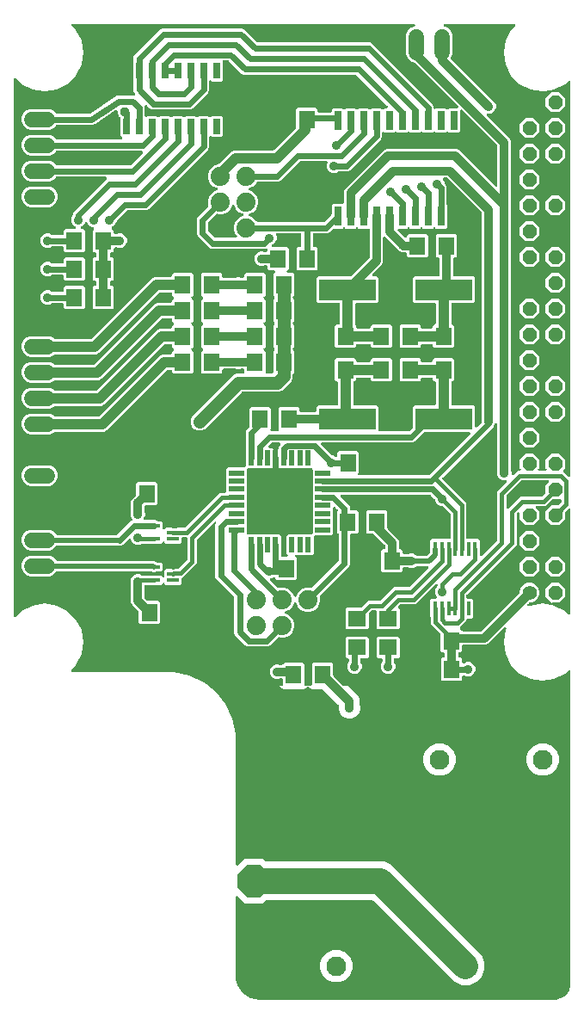
<source format=gbr>
G04 EAGLE Gerber RS-274X export*
G75*
%MOMM*%
%FSLAX34Y34*%
%LPD*%
%INTop Copper*%
%IPPOS*%
%AMOC8*
5,1,8,0,0,1.08239X$1,22.5*%
G01*
%ADD10R,0.700000X1.925000*%
%ADD11R,0.450000X1.475000*%
%ADD12C,1.422400*%
%ADD13P,1.539592X8X112.500000*%
%ADD14R,0.650000X1.575000*%
%ADD15R,1.200000X0.400000*%
%ADD16R,5.600000X2.100000*%
%ADD17C,1.879600*%
%ADD18R,1.600000X1.800000*%
%ADD19C,1.524000*%
%ADD20R,1.600000X1.803000*%
%ADD21C,1.950000*%
%ADD22P,3.436588X8X202.500000*%
%ADD23R,0.600000X1.500000*%
%ADD24R,1.500000X0.600000*%
%ADD25R,1.803000X1.600000*%
%ADD26C,0.906400*%
%ADD27C,0.406400*%
%ADD28C,0.609600*%
%ADD29C,1.016000*%
%ADD30C,0.812800*%
%ADD31C,0.956400*%
%ADD32C,0.508000*%
%ADD33C,2.540000*%
%ADD34C,1.270000*%

G36*
X697722Y381615D02*
X697722Y381615D01*
X697709Y381754D01*
X697702Y381773D01*
X697699Y381793D01*
X697648Y381922D01*
X697601Y382054D01*
X697590Y382070D01*
X697582Y382089D01*
X697501Y382202D01*
X697423Y382317D01*
X697407Y382330D01*
X697396Y382347D01*
X697288Y382435D01*
X697184Y382527D01*
X697166Y382536D01*
X697151Y382549D01*
X697025Y382608D01*
X696901Y382672D01*
X696881Y382676D01*
X696863Y382685D01*
X696727Y382711D01*
X696591Y382741D01*
X696570Y382741D01*
X696551Y382745D01*
X696412Y382736D01*
X696273Y382732D01*
X696253Y382726D01*
X696233Y382725D01*
X696101Y382682D01*
X695967Y382643D01*
X695950Y382633D01*
X695931Y382627D01*
X695813Y382552D01*
X695693Y382482D01*
X695672Y382463D01*
X695662Y382457D01*
X695648Y382442D01*
X695573Y382375D01*
X692386Y379189D01*
X681769Y373779D01*
X670000Y371915D01*
X658231Y373779D01*
X647614Y379189D01*
X639189Y387614D01*
X633779Y398231D01*
X631915Y410000D01*
X633779Y421769D01*
X634369Y422926D01*
X634409Y423038D01*
X634457Y423148D01*
X634463Y423188D01*
X634476Y423225D01*
X634488Y423344D01*
X634506Y423462D01*
X634503Y423502D01*
X634506Y423542D01*
X634488Y423660D01*
X634477Y423779D01*
X634463Y423816D01*
X634457Y423856D01*
X634409Y423966D01*
X634369Y424078D01*
X634347Y424111D01*
X634331Y424148D01*
X634258Y424242D01*
X634190Y424341D01*
X634160Y424368D01*
X634136Y424399D01*
X634041Y424473D01*
X633952Y424552D01*
X633916Y424570D01*
X633885Y424594D01*
X633775Y424642D01*
X633669Y424696D01*
X633630Y424705D01*
X633593Y424721D01*
X633475Y424740D01*
X633358Y424766D01*
X633318Y424765D01*
X633279Y424771D01*
X633160Y424760D01*
X633041Y424756D01*
X633002Y424745D01*
X632962Y424741D01*
X632850Y424701D01*
X632735Y424668D01*
X632701Y424647D01*
X632663Y424634D01*
X632564Y424567D01*
X632461Y424506D01*
X632416Y424467D01*
X632400Y424455D01*
X632386Y424440D01*
X632340Y424400D01*
X618398Y410457D01*
X616361Y408421D01*
X613934Y407415D01*
X592230Y407415D01*
X592112Y407400D01*
X591993Y407393D01*
X591955Y407380D01*
X591914Y407375D01*
X591804Y407332D01*
X591691Y407295D01*
X591656Y407273D01*
X591619Y407258D01*
X591523Y407189D01*
X591422Y407125D01*
X591394Y407095D01*
X591361Y407072D01*
X591285Y406980D01*
X591204Y406893D01*
X591184Y406858D01*
X591159Y406827D01*
X591108Y406719D01*
X591050Y406615D01*
X591040Y406575D01*
X591023Y406539D01*
X591001Y406422D01*
X590971Y406307D01*
X590967Y406247D01*
X590963Y406227D01*
X590965Y406206D01*
X590961Y406146D01*
X590961Y401428D01*
X589472Y399939D01*
X588294Y399939D01*
X588176Y399924D01*
X588057Y399917D01*
X588019Y399904D01*
X587978Y399899D01*
X587868Y399856D01*
X587755Y399819D01*
X587720Y399797D01*
X587683Y399782D01*
X587587Y399713D01*
X587486Y399649D01*
X587458Y399619D01*
X587425Y399596D01*
X587349Y399504D01*
X587268Y399417D01*
X587248Y399382D01*
X587223Y399351D01*
X587172Y399243D01*
X587114Y399139D01*
X587104Y399099D01*
X587087Y399063D01*
X587065Y398946D01*
X587035Y398831D01*
X587031Y398771D01*
X587027Y398751D01*
X587029Y398730D01*
X587025Y398670D01*
X587025Y396365D01*
X587040Y396247D01*
X587047Y396128D01*
X587060Y396090D01*
X587065Y396049D01*
X587108Y395939D01*
X587145Y395826D01*
X587167Y395791D01*
X587182Y395754D01*
X587251Y395658D01*
X587315Y395557D01*
X587345Y395529D01*
X587368Y395496D01*
X587460Y395420D01*
X587547Y395339D01*
X587582Y395319D01*
X587613Y395294D01*
X587721Y395243D01*
X587825Y395185D01*
X587865Y395175D01*
X587901Y395158D01*
X588018Y395136D01*
X588133Y395106D01*
X588193Y395102D01*
X588213Y395098D01*
X588234Y395100D01*
X588294Y395096D01*
X589692Y395096D01*
X591181Y393607D01*
X591181Y390726D01*
X591187Y390677D01*
X591185Y390627D01*
X591207Y390520D01*
X591221Y390410D01*
X591239Y390364D01*
X591249Y390316D01*
X591297Y390217D01*
X591338Y390115D01*
X591367Y390075D01*
X591389Y390030D01*
X591460Y389946D01*
X591524Y389857D01*
X591563Y389826D01*
X591595Y389788D01*
X591685Y389725D01*
X591769Y389655D01*
X591814Y389633D01*
X591855Y389605D01*
X591958Y389566D01*
X592057Y389519D01*
X592106Y389510D01*
X592152Y389492D01*
X592262Y389480D01*
X592369Y389459D01*
X592419Y389462D01*
X592468Y389457D01*
X592577Y389472D01*
X592687Y389479D01*
X592734Y389494D01*
X592783Y389501D01*
X592936Y389553D01*
X595493Y390613D01*
X598307Y390613D01*
X600906Y389536D01*
X602896Y387546D01*
X603973Y384947D01*
X603973Y382133D01*
X602896Y379534D01*
X600906Y377544D01*
X598307Y376467D01*
X595493Y376467D01*
X592936Y377527D01*
X592888Y377540D01*
X592843Y377561D01*
X592735Y377582D01*
X592629Y377611D01*
X592579Y377611D01*
X592530Y377621D01*
X592421Y377614D01*
X592311Y377616D01*
X592263Y377604D01*
X592213Y377601D01*
X592109Y377567D01*
X592002Y377541D01*
X591958Y377518D01*
X591911Y377503D01*
X591818Y377444D01*
X591721Y377393D01*
X591684Y377359D01*
X591642Y377333D01*
X591567Y377253D01*
X591485Y377179D01*
X591458Y377137D01*
X591424Y377101D01*
X591371Y377005D01*
X591311Y376913D01*
X591294Y376866D01*
X591270Y376823D01*
X591243Y376716D01*
X591207Y376612D01*
X591203Y376563D01*
X591191Y376515D01*
X591181Y376354D01*
X591181Y373473D01*
X589692Y371984D01*
X571588Y371984D01*
X570099Y373473D01*
X570099Y393607D01*
X571588Y395096D01*
X572546Y395096D01*
X572664Y395111D01*
X572783Y395118D01*
X572821Y395131D01*
X572862Y395136D01*
X572972Y395179D01*
X573085Y395216D01*
X573120Y395238D01*
X573157Y395253D01*
X573253Y395322D01*
X573354Y395386D01*
X573382Y395416D01*
X573415Y395439D01*
X573491Y395531D01*
X573572Y395618D01*
X573592Y395653D01*
X573617Y395684D01*
X573668Y395792D01*
X573726Y395896D01*
X573736Y395936D01*
X573753Y395972D01*
X573775Y396089D01*
X573805Y396204D01*
X573809Y396264D01*
X573813Y396284D01*
X573811Y396305D01*
X573815Y396365D01*
X573815Y398670D01*
X573800Y398788D01*
X573793Y398907D01*
X573780Y398945D01*
X573775Y398986D01*
X573732Y399096D01*
X573695Y399209D01*
X573673Y399244D01*
X573658Y399281D01*
X573589Y399377D01*
X573525Y399478D01*
X573495Y399506D01*
X573472Y399539D01*
X573380Y399615D01*
X573293Y399696D01*
X573258Y399716D01*
X573227Y399741D01*
X573119Y399792D01*
X573015Y399850D01*
X572975Y399860D01*
X572939Y399877D01*
X572822Y399899D01*
X572707Y399929D01*
X572647Y399933D01*
X572627Y399937D01*
X572606Y399935D01*
X572546Y399939D01*
X571368Y399939D01*
X569879Y401428D01*
X569879Y417654D01*
X569867Y417752D01*
X569864Y417851D01*
X569847Y417910D01*
X569839Y417970D01*
X569803Y418062D01*
X569775Y418157D01*
X569745Y418209D01*
X569722Y418265D01*
X569664Y418345D01*
X569614Y418431D01*
X569548Y418506D01*
X569536Y418523D01*
X569526Y418531D01*
X569508Y418552D01*
X560127Y427932D01*
X560127Y433889D01*
X560115Y433987D01*
X560112Y434086D01*
X560095Y434144D01*
X560087Y434204D01*
X560051Y434297D01*
X560023Y434392D01*
X559993Y434444D01*
X559970Y434500D01*
X559912Y434580D01*
X559909Y434585D01*
X559909Y451487D01*
X561398Y452976D01*
X565198Y452976D01*
X565336Y452993D01*
X565474Y453006D01*
X565493Y453013D01*
X565513Y453016D01*
X565643Y453067D01*
X565773Y453114D01*
X565790Y453125D01*
X565809Y453133D01*
X565921Y453214D01*
X566036Y453292D01*
X566050Y453308D01*
X566066Y453319D01*
X566155Y453427D01*
X566247Y453531D01*
X566256Y453549D01*
X566269Y453564D01*
X566328Y453690D01*
X566392Y453814D01*
X566396Y453834D01*
X566405Y453852D01*
X566431Y453989D01*
X566461Y454124D01*
X566461Y454145D01*
X566464Y454164D01*
X566456Y454303D01*
X566452Y454442D01*
X566446Y454462D01*
X566445Y454482D01*
X566402Y454614D01*
X566363Y454748D01*
X566353Y454765D01*
X566347Y454784D01*
X566272Y454902D01*
X566202Y455022D01*
X566183Y455043D01*
X566176Y455053D01*
X566161Y455067D01*
X566095Y455142D01*
X565504Y455734D01*
X564427Y458333D01*
X564427Y461147D01*
X565504Y463746D01*
X566556Y464798D01*
X566616Y464876D01*
X566684Y464948D01*
X566713Y465001D01*
X566750Y465049D01*
X566790Y465140D01*
X566838Y465227D01*
X566853Y465285D01*
X566877Y465341D01*
X566892Y465439D01*
X566917Y465535D01*
X566923Y465635D01*
X566927Y465655D01*
X566925Y465667D01*
X566927Y465695D01*
X566927Y465956D01*
X566910Y466094D01*
X566897Y466233D01*
X566890Y466252D01*
X566887Y466272D01*
X566836Y466401D01*
X566789Y466532D01*
X566778Y466549D01*
X566770Y466567D01*
X566689Y466680D01*
X566611Y466795D01*
X566595Y466808D01*
X566584Y466825D01*
X566476Y466913D01*
X566372Y467005D01*
X566354Y467015D01*
X566339Y467028D01*
X566213Y467087D01*
X566089Y467150D01*
X566069Y467155D01*
X566051Y467163D01*
X565915Y467189D01*
X565779Y467220D01*
X565758Y467219D01*
X565739Y467223D01*
X565600Y467214D01*
X565461Y467210D01*
X565441Y467204D01*
X565421Y467203D01*
X565289Y467160D01*
X565155Y467122D01*
X565138Y467111D01*
X565119Y467105D01*
X565001Y467031D01*
X564881Y466960D01*
X564860Y466942D01*
X564850Y466935D01*
X564836Y466920D01*
X564761Y466854D01*
X545454Y447547D01*
X530740Y447547D01*
X530642Y447535D01*
X530543Y447532D01*
X530484Y447515D01*
X530424Y447507D01*
X530332Y447471D01*
X530237Y447443D01*
X530185Y447413D01*
X530129Y447390D01*
X530049Y447332D01*
X529963Y447282D01*
X529888Y447216D01*
X529871Y447204D01*
X529863Y447194D01*
X529842Y447176D01*
X528275Y445608D01*
X528202Y445514D01*
X528123Y445425D01*
X528105Y445389D01*
X528080Y445357D01*
X528033Y445247D01*
X527979Y445142D01*
X527970Y445102D01*
X527954Y445065D01*
X527935Y444947D01*
X527909Y444831D01*
X527910Y444791D01*
X527904Y444751D01*
X527915Y444632D01*
X527919Y444513D01*
X527930Y444475D01*
X527934Y444434D01*
X527974Y444322D01*
X528007Y444208D01*
X528028Y444173D01*
X528041Y444135D01*
X528108Y444036D01*
X528169Y443934D01*
X528208Y443889D01*
X528220Y443872D01*
X528235Y443858D01*
X528275Y443813D01*
X529716Y442372D01*
X529716Y424268D01*
X528227Y422779D01*
X508093Y422779D01*
X506604Y424268D01*
X506604Y440178D01*
X506589Y440296D01*
X506582Y440415D01*
X506569Y440453D01*
X506564Y440494D01*
X506521Y440604D01*
X506484Y440717D01*
X506462Y440752D01*
X506447Y440789D01*
X506378Y440885D01*
X506314Y440986D01*
X506284Y441014D01*
X506261Y441047D01*
X506169Y441123D01*
X506082Y441204D01*
X506047Y441224D01*
X506016Y441249D01*
X505908Y441300D01*
X505804Y441358D01*
X505764Y441368D01*
X505728Y441385D01*
X505611Y441407D01*
X505496Y441437D01*
X505436Y441441D01*
X505416Y441445D01*
X505395Y441443D01*
X505335Y441447D01*
X502800Y441447D01*
X502702Y441435D01*
X502603Y441432D01*
X502544Y441415D01*
X502484Y441407D01*
X502392Y441371D01*
X502297Y441343D01*
X502245Y441313D01*
X502189Y441290D01*
X502109Y441232D01*
X502023Y441182D01*
X501948Y441116D01*
X501931Y441104D01*
X501923Y441094D01*
X501902Y441076D01*
X499607Y438781D01*
X499547Y438702D01*
X499479Y438630D01*
X499450Y438577D01*
X499413Y438529D01*
X499373Y438438D01*
X499325Y438352D01*
X499310Y438293D01*
X499286Y438238D01*
X499271Y438140D01*
X499246Y438044D01*
X499240Y437944D01*
X499236Y437923D01*
X499238Y437911D01*
X499236Y437883D01*
X499236Y424268D01*
X497747Y422779D01*
X477613Y422779D01*
X476124Y424268D01*
X476124Y442372D01*
X477613Y443861D01*
X491228Y443861D01*
X491326Y443873D01*
X491425Y443876D01*
X491484Y443893D01*
X491544Y443901D01*
X491636Y443937D01*
X491731Y443965D01*
X491783Y443995D01*
X491839Y444018D01*
X491919Y444076D01*
X492005Y444126D01*
X492080Y444192D01*
X492097Y444204D01*
X492105Y444214D01*
X492126Y444232D01*
X498486Y450593D01*
X509640Y450593D01*
X509738Y450605D01*
X509837Y450608D01*
X509896Y450625D01*
X509956Y450633D01*
X510048Y450669D01*
X510143Y450697D01*
X510195Y450727D01*
X510251Y450750D01*
X510331Y450808D01*
X510417Y450858D01*
X510492Y450924D01*
X510509Y450936D01*
X510517Y450946D01*
X510538Y450964D01*
X523886Y464313D01*
X538600Y464313D01*
X538698Y464325D01*
X538797Y464328D01*
X538856Y464345D01*
X538916Y464353D01*
X539008Y464389D01*
X539103Y464417D01*
X539155Y464447D01*
X539211Y464470D01*
X539291Y464528D01*
X539377Y464578D01*
X539452Y464644D01*
X539469Y464656D01*
X539477Y464666D01*
X539498Y464684D01*
X557786Y482973D01*
X557871Y483082D01*
X557960Y483189D01*
X557968Y483208D01*
X557981Y483224D01*
X558036Y483352D01*
X558095Y483477D01*
X558099Y483497D01*
X558107Y483516D01*
X558129Y483654D01*
X558155Y483790D01*
X558154Y483810D01*
X558157Y483830D01*
X558144Y483969D01*
X558135Y484107D01*
X558129Y484126D01*
X558127Y484146D01*
X558080Y484278D01*
X558037Y484409D01*
X558026Y484427D01*
X558019Y484446D01*
X557941Y484561D01*
X557867Y484678D01*
X557852Y484692D01*
X557841Y484709D01*
X557737Y484801D01*
X557635Y484896D01*
X557618Y484906D01*
X557602Y484919D01*
X557479Y484982D01*
X557357Y485050D01*
X557337Y485055D01*
X557319Y485064D01*
X557183Y485094D01*
X557049Y485129D01*
X557021Y485131D01*
X557009Y485134D01*
X556988Y485133D01*
X556888Y485139D01*
X546467Y485139D01*
X546369Y485127D01*
X546270Y485124D01*
X546212Y485107D01*
X546152Y485099D01*
X546060Y485063D01*
X545965Y485035D01*
X545912Y485005D01*
X545856Y484982D01*
X545776Y484924D01*
X545691Y484874D01*
X545615Y484808D01*
X545599Y484796D01*
X545591Y484786D01*
X545570Y484768D01*
X545026Y484224D01*
X542427Y483147D01*
X539613Y483147D01*
X538717Y483519D01*
X538708Y483521D01*
X538699Y483526D01*
X538554Y483563D01*
X538410Y483603D01*
X538401Y483603D01*
X538392Y483605D01*
X538231Y483615D01*
X533810Y483615D01*
X533692Y483600D01*
X533573Y483593D01*
X533535Y483580D01*
X533494Y483575D01*
X533384Y483532D01*
X533271Y483495D01*
X533236Y483473D01*
X533199Y483458D01*
X533103Y483389D01*
X533002Y483325D01*
X532974Y483295D01*
X532941Y483272D01*
X532865Y483180D01*
X532784Y483093D01*
X532764Y483058D01*
X532739Y483027D01*
X532688Y482919D01*
X532630Y482815D01*
X532620Y482775D01*
X532603Y482739D01*
X532581Y482622D01*
X532551Y482507D01*
X532547Y482447D01*
X532543Y482427D01*
X532545Y482406D01*
X532541Y482346D01*
X532541Y480168D01*
X531052Y478679D01*
X512948Y478679D01*
X511459Y480168D01*
X511459Y500272D01*
X512948Y501761D01*
X514126Y501761D01*
X514244Y501776D01*
X514363Y501783D01*
X514401Y501796D01*
X514442Y501801D01*
X514552Y501844D01*
X514665Y501881D01*
X514700Y501903D01*
X514737Y501918D01*
X514833Y501987D01*
X514934Y502051D01*
X514962Y502081D01*
X514995Y502104D01*
X515071Y502196D01*
X515152Y502283D01*
X515172Y502318D01*
X515197Y502349D01*
X515248Y502457D01*
X515306Y502561D01*
X515316Y502601D01*
X515333Y502637D01*
X515355Y502754D01*
X515385Y502869D01*
X515389Y502929D01*
X515393Y502949D01*
X515391Y502970D01*
X515395Y503030D01*
X515395Y504739D01*
X515383Y504837D01*
X515380Y504936D01*
X515363Y504994D01*
X515355Y505054D01*
X515319Y505146D01*
X515291Y505241D01*
X515261Y505293D01*
X515238Y505350D01*
X515180Y505430D01*
X515130Y505515D01*
X515064Y505590D01*
X515052Y505607D01*
X515042Y505615D01*
X515024Y505636D01*
X504267Y516393D01*
X504189Y516453D01*
X504117Y516521D01*
X504064Y516550D01*
X504016Y516587D01*
X503925Y516627D01*
X503838Y516675D01*
X503780Y516690D01*
X503724Y516714D01*
X503626Y516729D01*
X503530Y516754D01*
X503430Y516760D01*
X503410Y516764D01*
X503397Y516762D01*
X503369Y516764D01*
X497928Y516764D01*
X496439Y518253D01*
X496439Y538387D01*
X497928Y539876D01*
X516032Y539876D01*
X517521Y538387D01*
X517521Y522346D01*
X517533Y522247D01*
X517536Y522148D01*
X517553Y522090D01*
X517561Y522030D01*
X517597Y521938D01*
X517625Y521843D01*
X517655Y521791D01*
X517678Y521734D01*
X517736Y521654D01*
X517786Y521569D01*
X517853Y521493D01*
X517864Y521477D01*
X517874Y521469D01*
X517892Y521448D01*
X525563Y513778D01*
X527599Y511741D01*
X528605Y509314D01*
X528605Y503030D01*
X528620Y502912D01*
X528627Y502793D01*
X528640Y502755D01*
X528645Y502714D01*
X528688Y502604D01*
X528725Y502491D01*
X528747Y502456D01*
X528762Y502419D01*
X528831Y502323D01*
X528895Y502222D01*
X528925Y502194D01*
X528948Y502161D01*
X529040Y502085D01*
X529127Y502004D01*
X529162Y501984D01*
X529193Y501959D01*
X529301Y501908D01*
X529405Y501850D01*
X529445Y501840D01*
X529481Y501823D01*
X529598Y501801D01*
X529713Y501771D01*
X529773Y501767D01*
X529793Y501763D01*
X529814Y501765D01*
X529874Y501761D01*
X531052Y501761D01*
X532541Y500272D01*
X532541Y498094D01*
X532556Y497976D01*
X532563Y497857D01*
X532576Y497819D01*
X532581Y497778D01*
X532624Y497668D01*
X532661Y497555D01*
X532683Y497520D01*
X532698Y497483D01*
X532767Y497387D01*
X532831Y497286D01*
X532861Y497258D01*
X532884Y497225D01*
X532976Y497149D01*
X533063Y497068D01*
X533098Y497048D01*
X533129Y497023D01*
X533237Y496972D01*
X533341Y496914D01*
X533381Y496904D01*
X533417Y496887D01*
X533534Y496865D01*
X533649Y496835D01*
X533709Y496831D01*
X533729Y496827D01*
X533750Y496829D01*
X533810Y496825D01*
X538231Y496825D01*
X538240Y496826D01*
X538249Y496825D01*
X538398Y496846D01*
X538546Y496865D01*
X538555Y496868D01*
X538564Y496869D01*
X538717Y496921D01*
X539613Y497293D01*
X542427Y497293D01*
X545026Y496216D01*
X545570Y495672D01*
X545648Y495612D01*
X545720Y495544D01*
X545773Y495515D01*
X545821Y495478D01*
X545912Y495438D01*
X545999Y495390D01*
X546057Y495375D01*
X546113Y495351D01*
X546211Y495336D01*
X546307Y495311D01*
X546407Y495305D01*
X546427Y495301D01*
X546439Y495303D01*
X546467Y495301D01*
X556170Y495301D01*
X556268Y495313D01*
X556367Y495316D01*
X556425Y495333D01*
X556485Y495341D01*
X556577Y495377D01*
X556672Y495405D01*
X556725Y495435D01*
X556781Y495458D01*
X556861Y495516D01*
X556946Y495566D01*
X557022Y495632D01*
X557038Y495644D01*
X557046Y495654D01*
X557067Y495672D01*
X559248Y497853D01*
X559308Y497931D01*
X559376Y498003D01*
X559405Y498056D01*
X559442Y498104D01*
X559482Y498195D01*
X559530Y498282D01*
X559545Y498340D01*
X559569Y498396D01*
X559584Y498494D01*
X559609Y498590D01*
X559615Y498690D01*
X559619Y498710D01*
X559617Y498722D01*
X559619Y498750D01*
X559619Y502831D01*
X559813Y503297D01*
X559815Y503306D01*
X559820Y503315D01*
X559857Y503459D01*
X559897Y503604D01*
X559897Y503614D01*
X559899Y503623D01*
X559909Y503783D01*
X559909Y510247D01*
X561398Y511736D01*
X578358Y511736D01*
X578476Y511751D01*
X578595Y511758D01*
X578633Y511771D01*
X578674Y511776D01*
X578784Y511819D01*
X578897Y511856D01*
X578932Y511878D01*
X578969Y511893D01*
X579065Y511962D01*
X579166Y512026D01*
X579194Y512056D01*
X579227Y512079D01*
X579303Y512171D01*
X579384Y512258D01*
X579404Y512293D01*
X579429Y512324D01*
X579480Y512432D01*
X579538Y512536D01*
X579548Y512576D01*
X579565Y512612D01*
X579587Y512729D01*
X579617Y512844D01*
X579621Y512904D01*
X579625Y512924D01*
X579623Y512945D01*
X579627Y513005D01*
X579627Y536060D01*
X579615Y536158D01*
X579612Y536257D01*
X579595Y536316D01*
X579587Y536376D01*
X579551Y536468D01*
X579523Y536563D01*
X579493Y536615D01*
X579470Y536671D01*
X579412Y536751D01*
X579362Y536837D01*
X579296Y536912D01*
X579284Y536929D01*
X579274Y536937D01*
X579256Y536958D01*
X572478Y543736D01*
X572399Y543796D01*
X572327Y543864D01*
X572274Y543893D01*
X572226Y543930D01*
X572135Y543970D01*
X572049Y544018D01*
X571990Y544033D01*
X571935Y544057D01*
X571837Y544072D01*
X571741Y544097D01*
X571641Y544103D01*
X571620Y544107D01*
X571608Y544105D01*
X571580Y544107D01*
X570093Y544107D01*
X567494Y545184D01*
X565504Y547174D01*
X564427Y549773D01*
X564427Y549823D01*
X564415Y549922D01*
X564412Y550021D01*
X564395Y550079D01*
X564387Y550139D01*
X564351Y550231D01*
X564323Y550326D01*
X564293Y550378D01*
X564270Y550435D01*
X564212Y550515D01*
X564162Y550600D01*
X564096Y550675D01*
X564084Y550692D01*
X564074Y550700D01*
X564056Y550721D01*
X560097Y554680D01*
X560019Y554740D01*
X559946Y554808D01*
X559893Y554837D01*
X559846Y554874D01*
X559755Y554914D01*
X559668Y554962D01*
X559609Y554977D01*
X559554Y555001D01*
X559456Y555016D01*
X559360Y555041D01*
X559260Y555047D01*
X559240Y555051D01*
X559227Y555049D01*
X559199Y555051D01*
X472697Y555051D01*
X472559Y555034D01*
X472420Y555021D01*
X472401Y555014D01*
X472381Y555011D01*
X472252Y554960D01*
X472121Y554913D01*
X472104Y554902D01*
X472085Y554894D01*
X471973Y554813D01*
X471858Y554735D01*
X471844Y554719D01*
X471828Y554708D01*
X471739Y554600D01*
X471647Y554496D01*
X471638Y554478D01*
X471625Y554463D01*
X471566Y554337D01*
X471503Y554213D01*
X471498Y554193D01*
X471490Y554175D01*
X471464Y554039D01*
X471433Y553903D01*
X471434Y553882D01*
X471430Y553863D01*
X471439Y553724D01*
X471443Y553585D01*
X471448Y553565D01*
X471450Y553545D01*
X471492Y553413D01*
X471531Y553279D01*
X471541Y553262D01*
X471548Y553243D01*
X471622Y553125D01*
X471693Y553005D01*
X471711Y552984D01*
X471718Y552974D01*
X471733Y552960D01*
X471799Y552885D01*
X477967Y546716D01*
X479718Y544966D01*
X480569Y542912D01*
X480569Y541145D01*
X480584Y541027D01*
X480591Y540908D01*
X480604Y540870D01*
X480609Y540829D01*
X480652Y540719D01*
X480689Y540606D01*
X480711Y540571D01*
X480726Y540534D01*
X480795Y540438D01*
X480859Y540337D01*
X480889Y540309D01*
X480912Y540276D01*
X481004Y540200D01*
X481091Y540119D01*
X481126Y540099D01*
X481157Y540074D01*
X481265Y540023D01*
X481369Y539965D01*
X481409Y539955D01*
X481445Y539938D01*
X481562Y539916D01*
X481677Y539886D01*
X481737Y539882D01*
X481757Y539878D01*
X481778Y539880D01*
X481838Y539876D01*
X487592Y539876D01*
X489081Y538387D01*
X489081Y518253D01*
X487592Y516764D01*
X481838Y516764D01*
X481720Y516749D01*
X481601Y516742D01*
X481563Y516729D01*
X481522Y516724D01*
X481412Y516681D01*
X481299Y516644D01*
X481264Y516622D01*
X481227Y516607D01*
X481131Y516538D01*
X481030Y516474D01*
X481002Y516444D01*
X480969Y516421D01*
X480893Y516329D01*
X480812Y516242D01*
X480792Y516207D01*
X480767Y516176D01*
X480716Y516068D01*
X480658Y515964D01*
X480648Y515924D01*
X480631Y515888D01*
X480609Y515771D01*
X480579Y515656D01*
X480575Y515596D01*
X480571Y515576D01*
X480573Y515555D01*
X480569Y515495D01*
X480569Y486568D01*
X479718Y484514D01*
X451472Y456268D01*
X451454Y456245D01*
X451432Y456226D01*
X451357Y456120D01*
X451277Y456017D01*
X451265Y455990D01*
X451248Y455966D01*
X451202Y455845D01*
X451151Y455725D01*
X451146Y455696D01*
X451136Y455669D01*
X451121Y455540D01*
X451101Y455411D01*
X451104Y455382D01*
X451100Y455353D01*
X451119Y455224D01*
X451131Y455095D01*
X451141Y455067D01*
X451145Y455038D01*
X451197Y454885D01*
X451359Y454495D01*
X451359Y449745D01*
X449541Y445357D01*
X446183Y441999D01*
X441795Y440181D01*
X437045Y440181D01*
X432657Y441999D01*
X429299Y445357D01*
X427893Y448752D01*
X427879Y448776D01*
X427870Y448802D01*
X427814Y448891D01*
X427759Y448996D01*
X427745Y449011D01*
X427735Y449028D01*
X427712Y449052D01*
X427700Y449071D01*
X427633Y449134D01*
X427545Y449231D01*
X427528Y449242D01*
X427514Y449257D01*
X427482Y449276D01*
X427469Y449289D01*
X427399Y449327D01*
X427395Y449330D01*
X427279Y449406D01*
X427260Y449412D01*
X427243Y449423D01*
X427203Y449435D01*
X427190Y449442D01*
X427128Y449458D01*
X427110Y449464D01*
X426978Y449509D01*
X426958Y449511D01*
X426939Y449517D01*
X426894Y449519D01*
X426882Y449522D01*
X426721Y449532D01*
X426718Y449532D01*
X426707Y449531D01*
X426661Y449534D01*
X426641Y449531D01*
X426621Y449532D01*
X426485Y449504D01*
X426460Y449499D01*
X426403Y449492D01*
X426391Y449487D01*
X426348Y449480D01*
X426329Y449472D01*
X426310Y449467D01*
X426184Y449406D01*
X426174Y449401D01*
X426107Y449375D01*
X426094Y449366D01*
X426058Y449349D01*
X426042Y449337D01*
X426024Y449328D01*
X425920Y449239D01*
X425850Y449188D01*
X425837Y449173D01*
X425810Y449151D01*
X425797Y449135D01*
X425782Y449121D01*
X425710Y449019D01*
X425647Y448943D01*
X425637Y448921D01*
X425618Y448897D01*
X425606Y448871D01*
X425599Y448861D01*
X425592Y448842D01*
X425547Y448752D01*
X424141Y445357D01*
X420783Y441999D01*
X417388Y440593D01*
X417267Y440524D01*
X417144Y440459D01*
X417129Y440445D01*
X417112Y440435D01*
X417012Y440338D01*
X416909Y440245D01*
X416898Y440228D01*
X416883Y440214D01*
X416811Y440096D01*
X416734Y439979D01*
X416728Y439960D01*
X416717Y439943D01*
X416676Y439810D01*
X416631Y439678D01*
X416629Y439658D01*
X416623Y439639D01*
X416617Y439500D01*
X416606Y439361D01*
X416609Y439341D01*
X416608Y439321D01*
X416636Y439185D01*
X416660Y439048D01*
X416668Y439029D01*
X416673Y439010D01*
X416734Y438885D01*
X416791Y438758D01*
X416803Y438742D01*
X416812Y438724D01*
X416903Y438618D01*
X416989Y438510D01*
X417005Y438497D01*
X417019Y438482D01*
X417132Y438402D01*
X417243Y438318D01*
X417269Y438306D01*
X417279Y438299D01*
X417298Y438292D01*
X417388Y438247D01*
X420783Y436841D01*
X424141Y433483D01*
X425959Y429095D01*
X425959Y424345D01*
X424141Y419957D01*
X420783Y416599D01*
X416395Y414781D01*
X411645Y414781D01*
X411255Y414943D01*
X411226Y414951D01*
X411200Y414964D01*
X411073Y414993D01*
X410948Y415027D01*
X410918Y415027D01*
X410890Y415034D01*
X410760Y415030D01*
X410630Y415032D01*
X410601Y415025D01*
X410572Y415024D01*
X410447Y414988D01*
X410321Y414958D01*
X410295Y414944D01*
X410266Y414936D01*
X410155Y414870D01*
X410040Y414809D01*
X410018Y414789D01*
X409992Y414774D01*
X409872Y414668D01*
X401946Y406742D01*
X399892Y405891D01*
X379888Y405891D01*
X377834Y406742D01*
X367410Y417166D01*
X366559Y419220D01*
X366559Y454051D01*
X366547Y454150D01*
X366544Y454249D01*
X366527Y454307D01*
X366519Y454367D01*
X366483Y454459D01*
X366455Y454554D01*
X366425Y454606D01*
X366402Y454663D01*
X366344Y454743D01*
X366294Y454828D01*
X366228Y454903D01*
X366216Y454920D01*
X366206Y454928D01*
X366188Y454949D01*
X349002Y472134D01*
X348151Y474188D01*
X348151Y524672D01*
X349026Y526783D01*
X349044Y526850D01*
X349072Y526914D01*
X349086Y527003D01*
X349110Y527090D01*
X349111Y527159D01*
X349122Y527228D01*
X349113Y527318D01*
X349115Y527408D01*
X349099Y527476D01*
X349092Y527545D01*
X349062Y527630D01*
X349041Y527717D01*
X349008Y527779D01*
X348984Y527844D01*
X348934Y527919D01*
X348892Y527998D01*
X348845Y528050D01*
X348806Y528107D01*
X348738Y528167D01*
X348678Y528233D01*
X348620Y528272D01*
X348567Y528318D01*
X348487Y528359D01*
X348412Y528408D01*
X348346Y528431D01*
X348284Y528463D01*
X348197Y528482D01*
X348111Y528511D01*
X348042Y528517D01*
X347974Y528532D01*
X347884Y528529D01*
X347794Y528537D01*
X347726Y528525D01*
X347656Y528523D01*
X347570Y528498D01*
X347481Y528482D01*
X347417Y528454D01*
X347350Y528434D01*
X347273Y528389D01*
X347191Y528352D01*
X347137Y528308D01*
X347077Y528273D01*
X346956Y528166D01*
X330064Y511275D01*
X330004Y511197D01*
X329936Y511125D01*
X329907Y511072D01*
X329870Y511024D01*
X329830Y510933D01*
X329782Y510846D01*
X329767Y510788D01*
X329743Y510732D01*
X329728Y510634D01*
X329703Y510538D01*
X329697Y510438D01*
X329693Y510418D01*
X329695Y510405D01*
X329693Y510377D01*
X329693Y487537D01*
X326643Y484487D01*
X326642Y484487D01*
X319065Y476910D01*
X315803Y473648D01*
X315783Y473633D01*
X315682Y473569D01*
X315654Y473539D01*
X315621Y473516D01*
X315545Y473424D01*
X315464Y473337D01*
X315444Y473302D01*
X315419Y473271D01*
X315368Y473163D01*
X315310Y473059D01*
X315300Y473019D01*
X315283Y472983D01*
X315261Y472866D01*
X315231Y472751D01*
X315227Y472691D01*
X315223Y472671D01*
X315225Y472650D01*
X315221Y472590D01*
X315221Y467968D01*
X313732Y466479D01*
X299628Y466479D01*
X298078Y468029D01*
X297983Y468102D01*
X297894Y468181D01*
X297858Y468199D01*
X297826Y468224D01*
X297717Y468272D01*
X297611Y468326D01*
X297572Y468335D01*
X297534Y468351D01*
X297417Y468369D01*
X297301Y468395D01*
X297260Y468394D01*
X297220Y468400D01*
X297102Y468389D01*
X296983Y468386D01*
X296944Y468374D01*
X296904Y468371D01*
X296791Y468330D01*
X296677Y468297D01*
X296643Y468277D01*
X296604Y468263D01*
X296506Y468196D01*
X296403Y468136D01*
X296358Y468096D01*
X296341Y468084D01*
X296328Y468069D01*
X296283Y468029D01*
X294732Y466479D01*
X290132Y466479D01*
X290034Y466467D01*
X289935Y466464D01*
X289877Y466447D01*
X279654Y466447D01*
X279536Y466432D01*
X279417Y466425D01*
X279379Y466412D01*
X279338Y466407D01*
X279228Y466364D01*
X279115Y466327D01*
X279080Y466305D01*
X279043Y466290D01*
X278947Y466221D01*
X278846Y466157D01*
X278818Y466127D01*
X278785Y466104D01*
X278709Y466012D01*
X278628Y465925D01*
X278608Y465890D01*
X278583Y465859D01*
X278532Y465751D01*
X278474Y465647D01*
X278464Y465607D01*
X278447Y465571D01*
X278425Y465454D01*
X278395Y465339D01*
X278391Y465279D01*
X278387Y465259D01*
X278389Y465238D01*
X278385Y465178D01*
X278385Y454082D01*
X278397Y453983D01*
X278400Y453884D01*
X278417Y453826D01*
X278425Y453766D01*
X278461Y453674D01*
X278489Y453579D01*
X278519Y453527D01*
X278542Y453470D01*
X278600Y453390D01*
X278650Y453305D01*
X278716Y453229D01*
X278728Y453213D01*
X278738Y453205D01*
X278756Y453184D01*
X280608Y451332D01*
X280686Y451272D01*
X280758Y451204D01*
X280811Y451175D01*
X280859Y451138D01*
X280950Y451098D01*
X281037Y451050D01*
X281095Y451035D01*
X281151Y451011D01*
X281249Y450996D01*
X281345Y450971D01*
X281445Y450965D01*
X281465Y450961D01*
X281478Y450963D01*
X281506Y450961D01*
X292232Y450961D01*
X293721Y449472D01*
X293721Y429368D01*
X292232Y427879D01*
X274128Y427879D01*
X272639Y429368D01*
X272639Y440094D01*
X272627Y440193D01*
X272624Y440292D01*
X272607Y440350D01*
X272599Y440410D01*
X272563Y440502D01*
X272535Y440597D01*
X272505Y440649D01*
X272482Y440706D01*
X272424Y440786D01*
X272374Y440871D01*
X272308Y440947D01*
X272296Y440963D01*
X272286Y440971D01*
X272268Y440992D01*
X266181Y447079D01*
X265175Y449506D01*
X265175Y467111D01*
X265174Y467120D01*
X265175Y467129D01*
X265154Y467278D01*
X265135Y467426D01*
X265132Y467435D01*
X265131Y467444D01*
X265079Y467597D01*
X264707Y468493D01*
X264707Y471307D01*
X265784Y473906D01*
X267774Y475896D01*
X270373Y476973D01*
X273187Y476973D01*
X275819Y475883D01*
X275868Y475836D01*
X275921Y475807D01*
X275969Y475770D01*
X276060Y475730D01*
X276147Y475682D01*
X276205Y475667D01*
X276261Y475643D01*
X276359Y475628D01*
X276455Y475603D01*
X276555Y475597D01*
X276575Y475593D01*
X276587Y475595D01*
X276615Y475593D01*
X289887Y475593D01*
X289971Y475571D01*
X290071Y475565D01*
X290092Y475561D01*
X290104Y475563D01*
X290132Y475561D01*
X294732Y475561D01*
X295973Y474321D01*
X296082Y474235D01*
X296189Y474147D01*
X296208Y474138D01*
X296224Y474126D01*
X296352Y474070D01*
X296477Y474011D01*
X296497Y474007D01*
X296516Y473999D01*
X296654Y473977D01*
X296790Y473951D01*
X296810Y473953D01*
X296830Y473949D01*
X296969Y473963D01*
X297107Y473971D01*
X297126Y473977D01*
X297146Y473979D01*
X297278Y474026D01*
X297409Y474069D01*
X297427Y474080D01*
X297446Y474087D01*
X297561Y474165D01*
X297678Y474239D01*
X297692Y474254D01*
X297709Y474265D01*
X297801Y474370D01*
X297896Y474471D01*
X297906Y474489D01*
X297919Y474504D01*
X297983Y474628D01*
X298050Y474749D01*
X298055Y474769D01*
X298064Y474787D01*
X298094Y474923D01*
X298129Y475057D01*
X298131Y475085D01*
X298134Y475097D01*
X298133Y475118D01*
X298139Y475218D01*
X298139Y479822D01*
X298122Y479960D01*
X298109Y480098D01*
X298102Y480117D01*
X298099Y480137D01*
X298048Y480267D01*
X298001Y480398D01*
X297990Y480414D01*
X297982Y480433D01*
X297912Y480529D01*
X297993Y480553D01*
X298010Y480563D01*
X298029Y480569D01*
X298147Y480644D01*
X298267Y480714D01*
X298288Y480733D01*
X298298Y480739D01*
X298312Y480754D01*
X298387Y480821D01*
X299628Y482061D01*
X304228Y482061D01*
X304326Y482073D01*
X304425Y482076D01*
X304484Y482093D01*
X304544Y482101D01*
X304636Y482137D01*
X304731Y482165D01*
X304783Y482195D01*
X304839Y482218D01*
X304919Y482276D01*
X305005Y482326D01*
X305080Y482392D01*
X305097Y482404D01*
X305105Y482414D01*
X305126Y482432D01*
X305698Y483005D01*
X311701Y483005D01*
X311799Y483017D01*
X311898Y483020D01*
X311957Y483037D01*
X312017Y483045D01*
X312109Y483081D01*
X312204Y483109D01*
X312256Y483139D01*
X312312Y483162D01*
X312392Y483220D01*
X312478Y483270D01*
X312553Y483336D01*
X312570Y483348D01*
X312577Y483358D01*
X312599Y483376D01*
X320176Y490953D01*
X320236Y491032D01*
X320304Y491104D01*
X320333Y491157D01*
X320370Y491205D01*
X320410Y491296D01*
X320458Y491382D01*
X320473Y491441D01*
X320497Y491496D01*
X320512Y491594D01*
X320537Y491690D01*
X320543Y491790D01*
X320547Y491811D01*
X320545Y491823D01*
X320547Y491851D01*
X320547Y512318D01*
X320532Y512436D01*
X320525Y512555D01*
X320512Y512593D01*
X320507Y512634D01*
X320464Y512744D01*
X320427Y512857D01*
X320405Y512892D01*
X320390Y512929D01*
X320321Y513025D01*
X320257Y513126D01*
X320227Y513154D01*
X320204Y513187D01*
X320112Y513263D01*
X320025Y513344D01*
X319990Y513364D01*
X319959Y513389D01*
X319851Y513440D01*
X319747Y513498D01*
X319707Y513508D01*
X319671Y513525D01*
X319554Y513547D01*
X319439Y513577D01*
X319379Y513581D01*
X319359Y513585D01*
X319338Y513583D01*
X319278Y513587D01*
X316490Y513587D01*
X316372Y513572D01*
X316253Y513565D01*
X316215Y513552D01*
X316174Y513547D01*
X316064Y513504D01*
X315951Y513467D01*
X315916Y513445D01*
X315879Y513430D01*
X315783Y513361D01*
X315682Y513297D01*
X315654Y513267D01*
X315621Y513244D01*
X315545Y513152D01*
X315464Y513065D01*
X315444Y513030D01*
X315419Y512999D01*
X315368Y512891D01*
X315310Y512787D01*
X315300Y512747D01*
X315283Y512711D01*
X315261Y512594D01*
X315231Y512479D01*
X315227Y512419D01*
X315223Y512399D01*
X315225Y512378D01*
X315221Y512318D01*
X315221Y508608D01*
X313732Y507119D01*
X299628Y507119D01*
X298078Y508669D01*
X297983Y508742D01*
X297894Y508821D01*
X297858Y508839D01*
X297826Y508864D01*
X297717Y508912D01*
X297611Y508966D01*
X297572Y508975D01*
X297534Y508991D01*
X297417Y509009D01*
X297301Y509035D01*
X297260Y509034D01*
X297220Y509040D01*
X297102Y509029D01*
X296983Y509026D01*
X296944Y509014D01*
X296904Y509011D01*
X296791Y508970D01*
X296677Y508937D01*
X296643Y508917D01*
X296604Y508903D01*
X296506Y508836D01*
X296403Y508776D01*
X296358Y508736D01*
X296341Y508724D01*
X296328Y508709D01*
X296283Y508669D01*
X294732Y507119D01*
X290132Y507119D01*
X290033Y507107D01*
X289934Y507104D01*
X289877Y507087D01*
X276047Y507087D01*
X276037Y507086D01*
X276028Y507087D01*
X275879Y507066D01*
X275731Y507047D01*
X275722Y507044D01*
X275713Y507043D01*
X275561Y506991D01*
X273187Y506007D01*
X270373Y506007D01*
X267774Y507084D01*
X265784Y509074D01*
X264945Y511099D01*
X264920Y511142D01*
X264904Y511189D01*
X264842Y511280D01*
X264787Y511376D01*
X264753Y511411D01*
X264725Y511452D01*
X264643Y511525D01*
X264566Y511604D01*
X264524Y511630D01*
X264486Y511663D01*
X264389Y511713D01*
X264295Y511770D01*
X264247Y511785D01*
X264203Y511808D01*
X264096Y511832D01*
X263991Y511864D01*
X263941Y511866D01*
X263893Y511877D01*
X263783Y511874D01*
X263673Y511879D01*
X263625Y511869D01*
X263575Y511868D01*
X263470Y511837D01*
X263362Y511815D01*
X263317Y511793D01*
X263270Y511779D01*
X263175Y511723D01*
X263076Y511675D01*
X263038Y511643D01*
X262996Y511618D01*
X262875Y511511D01*
X257166Y505802D01*
X255112Y504951D01*
X252888Y504951D01*
X251895Y505363D01*
X251886Y505365D01*
X251878Y505370D01*
X251733Y505407D01*
X251588Y505447D01*
X251579Y505447D01*
X251570Y505449D01*
X251409Y505459D01*
X192621Y505459D01*
X192592Y505456D01*
X192563Y505458D01*
X192435Y505436D01*
X192306Y505419D01*
X192278Y505409D01*
X192249Y505403D01*
X192131Y505350D01*
X192010Y505302D01*
X191986Y505285D01*
X191959Y505273D01*
X191858Y505192D01*
X191753Y505116D01*
X191734Y505093D01*
X191711Y505074D01*
X191633Y504971D01*
X191550Y504871D01*
X191538Y504844D01*
X191520Y504820D01*
X191510Y504801D01*
X188636Y501926D01*
X184901Y500379D01*
X165619Y500379D01*
X161884Y501926D01*
X159026Y504784D01*
X157479Y508519D01*
X157479Y512561D01*
X159026Y516296D01*
X161884Y519154D01*
X165619Y520701D01*
X184901Y520701D01*
X188636Y519154D01*
X191531Y516259D01*
X191542Y516241D01*
X191606Y516128D01*
X191627Y516107D01*
X191643Y516082D01*
X191737Y515993D01*
X191828Y515900D01*
X191853Y515884D01*
X191874Y515864D01*
X191988Y515801D01*
X192099Y515733D01*
X192127Y515725D01*
X192153Y515710D01*
X192278Y515678D01*
X192403Y515640D01*
X192432Y515638D01*
X192461Y515631D01*
X192621Y515621D01*
X250651Y515621D01*
X250750Y515633D01*
X250849Y515636D01*
X250907Y515653D01*
X250967Y515661D01*
X251059Y515697D01*
X251154Y515725D01*
X251206Y515755D01*
X251263Y515778D01*
X251343Y515836D01*
X251428Y515886D01*
X251503Y515952D01*
X251520Y515964D01*
X251528Y515974D01*
X251549Y515992D01*
X264954Y529398D01*
X265579Y529657D01*
X265622Y529681D01*
X265669Y529698D01*
X265760Y529760D01*
X265855Y529814D01*
X265891Y529849D01*
X265932Y529877D01*
X266005Y529959D01*
X266084Y530036D01*
X266110Y530078D01*
X266143Y530115D01*
X266193Y530213D01*
X266250Y530307D01*
X266265Y530354D01*
X266287Y530398D01*
X266311Y530506D01*
X266344Y530611D01*
X266346Y530660D01*
X266357Y530709D01*
X266354Y530818D01*
X266359Y530928D01*
X266349Y530977D01*
X266347Y531027D01*
X266317Y531132D01*
X266294Y531240D01*
X266273Y531284D01*
X266259Y531332D01*
X266203Y531427D01*
X266155Y531525D01*
X266123Y531563D01*
X266097Y531606D01*
X265991Y531727D01*
X265784Y531934D01*
X264707Y534533D01*
X264707Y537347D01*
X265079Y538243D01*
X265081Y538252D01*
X265086Y538261D01*
X265123Y538406D01*
X265163Y538550D01*
X265163Y538559D01*
X265165Y538568D01*
X265175Y538729D01*
X265175Y548714D01*
X266181Y551141D01*
X269728Y554688D01*
X269788Y554766D01*
X269856Y554838D01*
X269885Y554891D01*
X269922Y554939D01*
X269962Y555030D01*
X270010Y555117D01*
X270025Y555175D01*
X270049Y555231D01*
X270064Y555329D01*
X270089Y555425D01*
X270095Y555525D01*
X270099Y555545D01*
X270097Y555558D01*
X270099Y555586D01*
X270099Y566312D01*
X271588Y567801D01*
X289692Y567801D01*
X291181Y566312D01*
X291181Y546208D01*
X289692Y544719D01*
X279654Y544719D01*
X279536Y544704D01*
X279417Y544697D01*
X279379Y544684D01*
X279338Y544679D01*
X279228Y544636D01*
X279115Y544599D01*
X279080Y544577D01*
X279043Y544562D01*
X278947Y544493D01*
X278846Y544429D01*
X278818Y544399D01*
X278785Y544376D01*
X278709Y544284D01*
X278628Y544197D01*
X278608Y544162D01*
X278583Y544131D01*
X278532Y544023D01*
X278474Y543919D01*
X278464Y543879D01*
X278447Y543843D01*
X278425Y543726D01*
X278395Y543611D01*
X278391Y543551D01*
X278387Y543531D01*
X278389Y543510D01*
X278385Y543450D01*
X278385Y538729D01*
X278386Y538720D01*
X278385Y538711D01*
X278406Y538562D01*
X278425Y538414D01*
X278428Y538405D01*
X278429Y538396D01*
X278481Y538243D01*
X278853Y537347D01*
X278853Y534533D01*
X277805Y532004D01*
X277792Y531956D01*
X277771Y531911D01*
X277750Y531803D01*
X277721Y531697D01*
X277720Y531647D01*
X277711Y531598D01*
X277718Y531489D01*
X277716Y531379D01*
X277728Y531331D01*
X277731Y531281D01*
X277764Y531177D01*
X277790Y531070D01*
X277813Y531026D01*
X277829Y530979D01*
X277887Y530886D01*
X277939Y530789D01*
X277972Y530752D01*
X277999Y530710D01*
X278079Y530635D01*
X278153Y530553D01*
X278194Y530526D01*
X278230Y530492D01*
X278327Y530439D01*
X278418Y530379D01*
X278466Y530362D01*
X278509Y530338D01*
X278615Y530311D01*
X278719Y530275D01*
X278769Y530271D01*
X278817Y530259D01*
X278978Y530249D01*
X288792Y530249D01*
X291079Y529301D01*
X291082Y529301D01*
X291100Y529290D01*
X291156Y529276D01*
X291209Y529253D01*
X291310Y529236D01*
X291408Y529211D01*
X291502Y529205D01*
X291523Y529202D01*
X291537Y529203D01*
X291569Y529201D01*
X294732Y529201D01*
X296221Y527712D01*
X296221Y522358D01*
X296238Y522220D01*
X296251Y522082D01*
X296258Y522063D01*
X296261Y522043D01*
X296312Y521913D01*
X296359Y521782D01*
X296370Y521766D01*
X296378Y521747D01*
X296459Y521634D01*
X296537Y521519D01*
X296553Y521506D01*
X296564Y521490D01*
X296672Y521401D01*
X296776Y521309D01*
X296794Y521300D01*
X296809Y521287D01*
X296935Y521227D01*
X297059Y521164D01*
X297079Y521160D01*
X297097Y521151D01*
X297234Y521125D01*
X297369Y521095D01*
X297390Y521095D01*
X297409Y521091D01*
X297548Y521100D01*
X297687Y521104D01*
X297707Y521110D01*
X297727Y521111D01*
X297859Y521154D01*
X297993Y521193D01*
X298010Y521203D01*
X298029Y521209D01*
X298147Y521284D01*
X298267Y521354D01*
X298288Y521373D01*
X298298Y521379D01*
X298312Y521394D01*
X298387Y521461D01*
X299628Y522701D01*
X304228Y522701D01*
X304326Y522713D01*
X304425Y522716D01*
X304483Y522733D01*
X317620Y522733D01*
X317718Y522745D01*
X317817Y522748D01*
X317876Y522765D01*
X317936Y522773D01*
X318028Y522809D01*
X318123Y522837D01*
X318175Y522867D01*
X318231Y522890D01*
X318311Y522948D01*
X318397Y522998D01*
X318472Y523064D01*
X318489Y523076D01*
X318497Y523086D01*
X318518Y523104D01*
X352626Y557213D01*
X357670Y557213D01*
X357788Y557228D01*
X357907Y557235D01*
X357945Y557248D01*
X357986Y557253D01*
X358096Y557296D01*
X358209Y557333D01*
X358244Y557355D01*
X358281Y557370D01*
X358377Y557439D01*
X358478Y557503D01*
X358506Y557533D01*
X358539Y557556D01*
X358615Y557648D01*
X358696Y557735D01*
X358716Y557770D01*
X358741Y557801D01*
X358792Y557909D01*
X358850Y558013D01*
X358860Y558053D01*
X358877Y558089D01*
X358899Y558206D01*
X358929Y558321D01*
X358933Y558381D01*
X358937Y558401D01*
X358935Y558422D01*
X358939Y558482D01*
X358939Y580692D01*
X360428Y582181D01*
X376670Y582181D01*
X376788Y582196D01*
X376907Y582203D01*
X376945Y582216D01*
X376986Y582221D01*
X377096Y582264D01*
X377209Y582301D01*
X377244Y582323D01*
X377281Y582338D01*
X377377Y582407D01*
X377478Y582471D01*
X377506Y582501D01*
X377539Y582524D01*
X377615Y582616D01*
X377696Y582703D01*
X377716Y582738D01*
X377741Y582769D01*
X377792Y582877D01*
X377850Y582981D01*
X377860Y583021D01*
X377877Y583057D01*
X377899Y583174D01*
X377929Y583289D01*
X377933Y583349D01*
X377937Y583369D01*
X377935Y583390D01*
X377939Y583450D01*
X377939Y589660D01*
X377938Y589669D01*
X377939Y589679D01*
X377918Y589827D01*
X377899Y589976D01*
X377896Y589984D01*
X377895Y589994D01*
X377891Y590003D01*
X377891Y617252D01*
X378742Y619306D01*
X381268Y621831D01*
X381328Y621909D01*
X381396Y621982D01*
X381425Y622035D01*
X381462Y622082D01*
X381502Y622173D01*
X381550Y622260D01*
X381565Y622319D01*
X381589Y622374D01*
X381604Y622472D01*
X381629Y622568D01*
X381635Y622668D01*
X381639Y622688D01*
X381637Y622701D01*
X381639Y622729D01*
X381639Y639987D01*
X383128Y641476D01*
X401232Y641476D01*
X402721Y639987D01*
X402721Y619840D01*
X402679Y619786D01*
X402590Y619679D01*
X402581Y619660D01*
X402569Y619644D01*
X402513Y619516D01*
X402454Y619391D01*
X402450Y619371D01*
X402442Y619352D01*
X402421Y619215D01*
X402394Y619078D01*
X402396Y619058D01*
X402393Y619038D01*
X402406Y618900D01*
X402414Y618761D01*
X402420Y618742D01*
X402422Y618722D01*
X402469Y618591D01*
X402512Y618459D01*
X402523Y618441D01*
X402530Y618422D01*
X402608Y618307D01*
X402682Y618190D01*
X402697Y618176D01*
X402708Y618159D01*
X402813Y618067D01*
X402914Y617972D01*
X402932Y617962D01*
X402947Y617949D01*
X403071Y617886D01*
X403192Y617818D01*
X403212Y617813D01*
X403230Y617804D01*
X403366Y617774D01*
X403500Y617739D01*
X403528Y617737D01*
X403540Y617734D01*
X403561Y617735D01*
X403661Y617729D01*
X409139Y617729D01*
X409277Y617746D01*
X409415Y617759D01*
X409434Y617766D01*
X409454Y617769D01*
X409584Y617820D01*
X409715Y617867D01*
X409731Y617878D01*
X409750Y617886D01*
X409863Y617967D01*
X409978Y618045D01*
X409991Y618061D01*
X410007Y618072D01*
X410096Y618180D01*
X410188Y618284D01*
X410197Y618302D01*
X410210Y618317D01*
X410269Y618443D01*
X410333Y618567D01*
X410337Y618587D01*
X410346Y618605D01*
X410372Y618741D01*
X410402Y618877D01*
X410402Y618898D01*
X410406Y618917D01*
X410397Y619056D01*
X410393Y619195D01*
X410387Y619215D01*
X410386Y619235D01*
X410343Y619367D01*
X410304Y619501D01*
X410294Y619518D01*
X410288Y619537D01*
X410213Y619655D01*
X410143Y619775D01*
X410124Y619796D01*
X410118Y619806D01*
X410103Y619820D01*
X410079Y619847D01*
X410079Y639987D01*
X411568Y641476D01*
X429672Y641476D01*
X431161Y639987D01*
X431161Y637794D01*
X431176Y637676D01*
X431183Y637557D01*
X431196Y637519D01*
X431201Y637478D01*
X431244Y637368D01*
X431281Y637255D01*
X431303Y637220D01*
X431318Y637183D01*
X431387Y637087D01*
X431451Y636986D01*
X431481Y636958D01*
X431504Y636925D01*
X431596Y636849D01*
X431683Y636768D01*
X431718Y636748D01*
X431749Y636723D01*
X431857Y636672D01*
X431961Y636614D01*
X432001Y636604D01*
X432037Y636587D01*
X432154Y636565D01*
X432269Y636535D01*
X432329Y636531D01*
X432349Y636527D01*
X432370Y636529D01*
X432430Y636525D01*
X446470Y636525D01*
X446588Y636540D01*
X446707Y636547D01*
X446745Y636560D01*
X446786Y636565D01*
X446896Y636608D01*
X447009Y636645D01*
X447044Y636667D01*
X447081Y636682D01*
X447177Y636751D01*
X447278Y636815D01*
X447306Y636845D01*
X447339Y636868D01*
X447415Y636960D01*
X447496Y637047D01*
X447516Y637082D01*
X447541Y637113D01*
X447592Y637221D01*
X447650Y637325D01*
X447660Y637365D01*
X447677Y637401D01*
X447699Y637518D01*
X447729Y637633D01*
X447733Y637693D01*
X447737Y637713D01*
X447735Y637734D01*
X447739Y637794D01*
X447739Y641472D01*
X449228Y642961D01*
X467390Y642961D01*
X467508Y642976D01*
X467627Y642983D01*
X467665Y642996D01*
X467706Y643001D01*
X467816Y643044D01*
X467929Y643081D01*
X467964Y643103D01*
X468001Y643118D01*
X468097Y643187D01*
X468198Y643251D01*
X468226Y643281D01*
X468259Y643304D01*
X468335Y643396D01*
X468416Y643483D01*
X468436Y643518D01*
X468461Y643549D01*
X468512Y643657D01*
X468570Y643761D01*
X468580Y643801D01*
X468597Y643837D01*
X468619Y643954D01*
X468649Y644069D01*
X468653Y644129D01*
X468657Y644149D01*
X468655Y644170D01*
X468659Y644230D01*
X468659Y665370D01*
X468644Y665488D01*
X468637Y665607D01*
X468624Y665645D01*
X468619Y665686D01*
X468576Y665796D01*
X468539Y665909D01*
X468517Y665944D01*
X468502Y665981D01*
X468433Y666077D01*
X468369Y666178D01*
X468339Y666206D01*
X468316Y666239D01*
X468224Y666315D01*
X468137Y666396D01*
X468102Y666416D01*
X468071Y666441D01*
X467963Y666492D01*
X467859Y666550D01*
X467819Y666560D01*
X467783Y666577D01*
X467666Y666599D01*
X467551Y666629D01*
X467491Y666633D01*
X467471Y666637D01*
X467450Y666635D01*
X467390Y666639D01*
X467228Y666639D01*
X465739Y668128D01*
X465739Y688232D01*
X467228Y689721D01*
X485332Y689721D01*
X486821Y688232D01*
X486821Y687070D01*
X486836Y686952D01*
X486843Y686833D01*
X486856Y686795D01*
X486861Y686754D01*
X486904Y686644D01*
X486941Y686531D01*
X486963Y686496D01*
X486978Y686459D01*
X487047Y686363D01*
X487111Y686262D01*
X487141Y686234D01*
X487164Y686201D01*
X487256Y686125D01*
X487343Y686044D01*
X487378Y686024D01*
X487409Y685999D01*
X487517Y685948D01*
X487621Y685890D01*
X487661Y685880D01*
X487697Y685863D01*
X487814Y685841D01*
X487929Y685811D01*
X487989Y685807D01*
X488009Y685803D01*
X488030Y685805D01*
X488090Y685801D01*
X499750Y685801D01*
X499868Y685816D01*
X499987Y685823D01*
X500025Y685836D01*
X500066Y685841D01*
X500176Y685884D01*
X500289Y685921D01*
X500324Y685943D01*
X500361Y685958D01*
X500457Y686027D01*
X500558Y686091D01*
X500586Y686121D01*
X500619Y686144D01*
X500695Y686236D01*
X500776Y686323D01*
X500796Y686358D01*
X500821Y686389D01*
X500872Y686497D01*
X500930Y686601D01*
X500940Y686641D01*
X500957Y686677D01*
X500979Y686794D01*
X501009Y686909D01*
X501013Y686969D01*
X501017Y686989D01*
X501015Y687010D01*
X501019Y687070D01*
X501019Y688247D01*
X502508Y689736D01*
X520612Y689736D01*
X522101Y688247D01*
X522101Y668113D01*
X520612Y666624D01*
X502508Y666624D01*
X501019Y668113D01*
X501019Y669290D01*
X501004Y669408D01*
X500997Y669527D01*
X500984Y669565D01*
X500979Y669606D01*
X500936Y669716D01*
X500899Y669829D01*
X500877Y669864D01*
X500862Y669901D01*
X500793Y669997D01*
X500729Y670098D01*
X500699Y670126D01*
X500676Y670159D01*
X500584Y670235D01*
X500497Y670316D01*
X500462Y670336D01*
X500431Y670361D01*
X500323Y670412D01*
X500219Y670470D01*
X500179Y670480D01*
X500143Y670497D01*
X500026Y670519D01*
X499911Y670549D01*
X499851Y670553D01*
X499831Y670557D01*
X499810Y670555D01*
X499750Y670559D01*
X488090Y670559D01*
X487972Y670544D01*
X487853Y670537D01*
X487815Y670524D01*
X487774Y670519D01*
X487664Y670476D01*
X487551Y670439D01*
X487516Y670417D01*
X487479Y670402D01*
X487383Y670333D01*
X487282Y670269D01*
X487254Y670239D01*
X487221Y670216D01*
X487145Y670124D01*
X487064Y670037D01*
X487044Y670002D01*
X487019Y669971D01*
X486968Y669863D01*
X486910Y669759D01*
X486900Y669719D01*
X486883Y669683D01*
X486861Y669566D01*
X486831Y669451D01*
X486827Y669391D01*
X486823Y669371D01*
X486825Y669350D01*
X486821Y669290D01*
X486821Y668128D01*
X485332Y666639D01*
X485170Y666639D01*
X485052Y666624D01*
X484933Y666617D01*
X484895Y666604D01*
X484854Y666599D01*
X484744Y666556D01*
X484631Y666519D01*
X484596Y666497D01*
X484559Y666482D01*
X484463Y666413D01*
X484362Y666349D01*
X484334Y666319D01*
X484301Y666296D01*
X484225Y666204D01*
X484144Y666117D01*
X484124Y666082D01*
X484099Y666051D01*
X484048Y665943D01*
X483990Y665839D01*
X483980Y665799D01*
X483963Y665763D01*
X483941Y665646D01*
X483911Y665531D01*
X483907Y665471D01*
X483903Y665451D01*
X483905Y665430D01*
X483901Y665370D01*
X483901Y644230D01*
X483916Y644112D01*
X483923Y643993D01*
X483936Y643955D01*
X483941Y643914D01*
X483984Y643804D01*
X484021Y643691D01*
X484043Y643656D01*
X484058Y643619D01*
X484127Y643523D01*
X484191Y643422D01*
X484221Y643394D01*
X484244Y643361D01*
X484336Y643285D01*
X484423Y643204D01*
X484458Y643184D01*
X484489Y643159D01*
X484597Y643108D01*
X484701Y643050D01*
X484741Y643040D01*
X484777Y643023D01*
X484894Y643001D01*
X485009Y642971D01*
X485069Y642967D01*
X485089Y642963D01*
X485110Y642965D01*
X485170Y642961D01*
X507332Y642961D01*
X508821Y641472D01*
X508821Y618998D01*
X508836Y618880D01*
X508843Y618761D01*
X508856Y618723D01*
X508861Y618682D01*
X508904Y618572D01*
X508941Y618459D01*
X508963Y618424D01*
X508978Y618387D01*
X509047Y618291D01*
X509111Y618190D01*
X509141Y618162D01*
X509164Y618129D01*
X509256Y618053D01*
X509343Y617972D01*
X509378Y617952D01*
X509409Y617927D01*
X509517Y617876D01*
X509621Y617818D01*
X509661Y617808D01*
X509697Y617791D01*
X509814Y617769D01*
X509929Y617739D01*
X509989Y617735D01*
X510009Y617731D01*
X510030Y617733D01*
X510090Y617729D01*
X538179Y617729D01*
X538278Y617741D01*
X538377Y617744D01*
X538435Y617761D01*
X538495Y617769D01*
X538587Y617805D01*
X538682Y617833D01*
X538734Y617863D01*
X538791Y617886D01*
X538871Y617944D01*
X538956Y617994D01*
X539031Y618060D01*
X539048Y618072D01*
X539056Y618082D01*
X539077Y618100D01*
X542368Y621391D01*
X542428Y621469D01*
X542496Y621542D01*
X542525Y621595D01*
X542562Y621642D01*
X542602Y621733D01*
X542650Y621820D01*
X542665Y621879D01*
X542689Y621934D01*
X542704Y622032D01*
X542729Y622128D01*
X542735Y622228D01*
X542739Y622248D01*
X542737Y622261D01*
X542739Y622289D01*
X542739Y641472D01*
X544228Y642961D01*
X563850Y642961D01*
X563968Y642976D01*
X564087Y642983D01*
X564125Y642996D01*
X564166Y643001D01*
X564276Y643044D01*
X564389Y643081D01*
X564424Y643103D01*
X564461Y643118D01*
X564557Y643187D01*
X564658Y643251D01*
X564686Y643281D01*
X564719Y643304D01*
X564795Y643396D01*
X564876Y643483D01*
X564896Y643518D01*
X564921Y643549D01*
X564972Y643657D01*
X565030Y643761D01*
X565040Y643801D01*
X565057Y643837D01*
X565079Y643954D01*
X565109Y644069D01*
X565113Y644129D01*
X565117Y644149D01*
X565115Y644170D01*
X565119Y644230D01*
X565119Y665370D01*
X565104Y665488D01*
X565097Y665607D01*
X565084Y665645D01*
X565079Y665686D01*
X565036Y665796D01*
X564999Y665909D01*
X564977Y665944D01*
X564962Y665981D01*
X564893Y666077D01*
X564829Y666178D01*
X564799Y666206D01*
X564776Y666239D01*
X564684Y666315D01*
X564597Y666396D01*
X564562Y666416D01*
X564531Y666441D01*
X564423Y666492D01*
X564319Y666550D01*
X564279Y666560D01*
X564243Y666577D01*
X564126Y666599D01*
X564011Y666629D01*
X563951Y666633D01*
X563931Y666637D01*
X563910Y666635D01*
X563850Y666639D01*
X563688Y666639D01*
X562199Y668128D01*
X562199Y669290D01*
X562184Y669408D01*
X562177Y669527D01*
X562164Y669565D01*
X562159Y669606D01*
X562116Y669716D01*
X562079Y669829D01*
X562057Y669864D01*
X562042Y669901D01*
X561973Y669997D01*
X561909Y670098D01*
X561879Y670126D01*
X561856Y670159D01*
X561764Y670235D01*
X561677Y670316D01*
X561642Y670336D01*
X561611Y670361D01*
X561503Y670412D01*
X561399Y670470D01*
X561359Y670480D01*
X561323Y670497D01*
X561206Y670519D01*
X561091Y670549D01*
X561031Y670553D01*
X561011Y670557D01*
X560990Y670555D01*
X560930Y670559D01*
X551810Y670559D01*
X551692Y670544D01*
X551573Y670537D01*
X551535Y670524D01*
X551494Y670519D01*
X551384Y670476D01*
X551271Y670439D01*
X551236Y670417D01*
X551199Y670402D01*
X551103Y670333D01*
X551002Y670269D01*
X550974Y670239D01*
X550941Y670216D01*
X550865Y670124D01*
X550784Y670037D01*
X550764Y670002D01*
X550739Y669971D01*
X550688Y669863D01*
X550630Y669759D01*
X550620Y669719D01*
X550603Y669683D01*
X550581Y669566D01*
X550551Y669451D01*
X550547Y669391D01*
X550543Y669371D01*
X550545Y669350D01*
X550541Y669290D01*
X550541Y668113D01*
X549052Y666624D01*
X530948Y666624D01*
X529459Y668113D01*
X529459Y688247D01*
X530948Y689736D01*
X549052Y689736D01*
X550541Y688247D01*
X550541Y687070D01*
X550556Y686952D01*
X550563Y686833D01*
X550576Y686795D01*
X550581Y686754D01*
X550624Y686644D01*
X550661Y686531D01*
X550683Y686496D01*
X550698Y686459D01*
X550767Y686363D01*
X550831Y686262D01*
X550861Y686234D01*
X550884Y686201D01*
X550976Y686125D01*
X551063Y686044D01*
X551098Y686024D01*
X551129Y685999D01*
X551237Y685948D01*
X551341Y685890D01*
X551381Y685880D01*
X551417Y685863D01*
X551534Y685841D01*
X551649Y685811D01*
X551709Y685807D01*
X551729Y685803D01*
X551750Y685805D01*
X551810Y685801D01*
X560930Y685801D01*
X561048Y685816D01*
X561167Y685823D01*
X561205Y685836D01*
X561246Y685841D01*
X561356Y685884D01*
X561469Y685921D01*
X561504Y685943D01*
X561541Y685958D01*
X561637Y686027D01*
X561738Y686091D01*
X561766Y686121D01*
X561799Y686144D01*
X561875Y686236D01*
X561956Y686323D01*
X561976Y686358D01*
X562001Y686389D01*
X562052Y686497D01*
X562110Y686601D01*
X562120Y686641D01*
X562137Y686677D01*
X562159Y686794D01*
X562189Y686909D01*
X562193Y686969D01*
X562197Y686989D01*
X562195Y687010D01*
X562199Y687070D01*
X562199Y688232D01*
X563688Y689721D01*
X581792Y689721D01*
X583281Y688232D01*
X583281Y668128D01*
X581792Y666639D01*
X581630Y666639D01*
X581512Y666624D01*
X581393Y666617D01*
X581355Y666604D01*
X581314Y666599D01*
X581204Y666556D01*
X581091Y666519D01*
X581056Y666497D01*
X581019Y666482D01*
X580923Y666413D01*
X580822Y666349D01*
X580794Y666319D01*
X580761Y666296D01*
X580685Y666204D01*
X580604Y666117D01*
X580584Y666082D01*
X580559Y666051D01*
X580508Y665943D01*
X580450Y665839D01*
X580440Y665799D01*
X580423Y665763D01*
X580401Y665646D01*
X580371Y665531D01*
X580367Y665471D01*
X580363Y665451D01*
X580365Y665430D01*
X580361Y665370D01*
X580361Y644230D01*
X580376Y644112D01*
X580383Y643993D01*
X580396Y643955D01*
X580401Y643914D01*
X580444Y643804D01*
X580481Y643691D01*
X580503Y643656D01*
X580518Y643619D01*
X580587Y643523D01*
X580651Y643422D01*
X580681Y643394D01*
X580704Y643361D01*
X580796Y643285D01*
X580883Y643204D01*
X580918Y643184D01*
X580949Y643159D01*
X581057Y643108D01*
X581161Y643050D01*
X581201Y643040D01*
X581237Y643023D01*
X581354Y643001D01*
X581469Y642971D01*
X581529Y642967D01*
X581549Y642963D01*
X581570Y642965D01*
X581630Y642961D01*
X602332Y642961D01*
X603821Y641472D01*
X603821Y622769D01*
X603838Y622631D01*
X603851Y622492D01*
X603858Y622473D01*
X603861Y622453D01*
X603912Y622324D01*
X603959Y622193D01*
X603970Y622176D01*
X603978Y622157D01*
X604059Y622045D01*
X604137Y621930D01*
X604153Y621916D01*
X604164Y621900D01*
X604272Y621811D01*
X604376Y621719D01*
X604394Y621710D01*
X604409Y621697D01*
X604535Y621638D01*
X604659Y621575D01*
X604679Y621570D01*
X604697Y621562D01*
X604833Y621536D01*
X604969Y621505D01*
X604990Y621506D01*
X605009Y621502D01*
X605148Y621511D01*
X605287Y621515D01*
X605307Y621520D01*
X605327Y621522D01*
X605459Y621564D01*
X605593Y621603D01*
X605610Y621613D01*
X605629Y621620D01*
X605747Y621694D01*
X605867Y621765D01*
X605888Y621783D01*
X605898Y621790D01*
X605912Y621805D01*
X605987Y621871D01*
X610244Y626127D01*
X610304Y626205D01*
X610372Y626278D01*
X610401Y626331D01*
X610438Y626378D01*
X610478Y626469D01*
X610526Y626556D01*
X610541Y626615D01*
X610565Y626670D01*
X610580Y626768D01*
X610605Y626864D01*
X610611Y626964D01*
X610615Y626984D01*
X610613Y626997D01*
X610615Y627025D01*
X610615Y832398D01*
X610603Y832497D01*
X610600Y832596D01*
X610583Y832654D01*
X610575Y832714D01*
X610539Y832806D01*
X610511Y832901D01*
X610481Y832953D01*
X610458Y833010D01*
X610400Y833090D01*
X610350Y833175D01*
X610284Y833251D01*
X610272Y833267D01*
X610262Y833275D01*
X610244Y833296D01*
X576756Y866784D01*
X576678Y866844D01*
X576606Y866912D01*
X576553Y866941D01*
X576505Y866978D01*
X576414Y867018D01*
X576327Y867066D01*
X576269Y867081D01*
X576213Y867105D01*
X576115Y867120D01*
X576019Y867145D01*
X575919Y867151D01*
X575899Y867155D01*
X575886Y867153D01*
X575858Y867155D01*
X573391Y867155D01*
X573253Y867138D01*
X573115Y867125D01*
X573096Y867118D01*
X573076Y867115D01*
X572946Y867064D01*
X572815Y867017D01*
X572799Y867006D01*
X572780Y866998D01*
X572667Y866917D01*
X572552Y866838D01*
X572539Y866823D01*
X572523Y866812D01*
X572434Y866704D01*
X572342Y866600D01*
X572333Y866582D01*
X572320Y866567D01*
X572261Y866441D01*
X572197Y866317D01*
X572193Y866297D01*
X572184Y866279D01*
X572158Y866143D01*
X572128Y866006D01*
X572128Y865986D01*
X572125Y865967D01*
X572133Y865828D01*
X572137Y865689D01*
X572143Y865669D01*
X572144Y865649D01*
X572187Y865517D01*
X572226Y865383D01*
X572236Y865366D01*
X572242Y865347D01*
X572317Y865229D01*
X572388Y865109D01*
X572406Y865088D01*
X572409Y865084D01*
X573493Y862467D01*
X573493Y862417D01*
X573505Y862318D01*
X573508Y862219D01*
X573525Y862161D01*
X573533Y862101D01*
X573569Y862009D01*
X573597Y861914D01*
X573627Y861862D01*
X573650Y861805D01*
X573708Y861725D01*
X573758Y861640D01*
X573824Y861565D01*
X573836Y861548D01*
X573846Y861540D01*
X573864Y861519D01*
X574968Y860416D01*
X575819Y858362D01*
X575819Y840835D01*
X575831Y840737D01*
X575834Y840638D01*
X575851Y840580D01*
X575859Y840520D01*
X575895Y840428D01*
X575923Y840332D01*
X575953Y840280D01*
X575976Y840224D01*
X576034Y840144D01*
X576084Y840059D01*
X576150Y839983D01*
X576162Y839967D01*
X576172Y839959D01*
X576190Y839938D01*
X576271Y839857D01*
X576271Y818503D01*
X574782Y817014D01*
X565678Y817014D01*
X564777Y817914D01*
X564683Y817987D01*
X564594Y818066D01*
X564558Y818084D01*
X564526Y818109D01*
X564417Y818157D01*
X564311Y818211D01*
X564272Y818220D01*
X564234Y818236D01*
X564117Y818254D01*
X564001Y818280D01*
X563960Y818279D01*
X563920Y818285D01*
X563802Y818274D01*
X563683Y818271D01*
X563644Y818259D01*
X563604Y818256D01*
X563492Y818215D01*
X563377Y818182D01*
X563342Y818162D01*
X563304Y818148D01*
X563206Y818081D01*
X563103Y818021D01*
X563058Y817981D01*
X563041Y817969D01*
X563028Y817954D01*
X562982Y817914D01*
X562082Y817014D01*
X552978Y817014D01*
X552077Y817914D01*
X551983Y817987D01*
X551894Y818066D01*
X551858Y818084D01*
X551826Y818109D01*
X551717Y818157D01*
X551611Y818211D01*
X551572Y818220D01*
X551534Y818236D01*
X551417Y818254D01*
X551301Y818280D01*
X551260Y818279D01*
X551220Y818285D01*
X551102Y818274D01*
X550983Y818271D01*
X550944Y818259D01*
X550904Y818256D01*
X550792Y818215D01*
X550677Y818182D01*
X550642Y818162D01*
X550604Y818148D01*
X550506Y818081D01*
X550403Y818021D01*
X550358Y817981D01*
X550341Y817969D01*
X550328Y817954D01*
X550282Y817914D01*
X549382Y817014D01*
X540278Y817014D01*
X539377Y817914D01*
X539283Y817987D01*
X539194Y818066D01*
X539158Y818084D01*
X539126Y818109D01*
X539017Y818157D01*
X538911Y818211D01*
X538872Y818220D01*
X538834Y818236D01*
X538717Y818254D01*
X538601Y818280D01*
X538560Y818279D01*
X538520Y818285D01*
X538402Y818274D01*
X538283Y818271D01*
X538244Y818259D01*
X538204Y818256D01*
X538092Y818215D01*
X537977Y818182D01*
X537942Y818162D01*
X537904Y818148D01*
X537806Y818081D01*
X537703Y818021D01*
X537658Y817981D01*
X537641Y817969D01*
X537628Y817954D01*
X537582Y817914D01*
X536682Y817014D01*
X528890Y817014D01*
X528753Y816997D01*
X528614Y816984D01*
X528595Y816977D01*
X528575Y816974D01*
X528446Y816923D01*
X528315Y816876D01*
X528298Y816865D01*
X528279Y816857D01*
X528167Y816776D01*
X528052Y816698D01*
X528038Y816682D01*
X528022Y816671D01*
X527933Y816563D01*
X527841Y816459D01*
X527832Y816441D01*
X527819Y816426D01*
X527760Y816300D01*
X527697Y816176D01*
X527692Y816156D01*
X527684Y816138D01*
X527657Y816002D01*
X527627Y815866D01*
X527628Y815845D01*
X527624Y815826D01*
X527632Y815687D01*
X527637Y815548D01*
X527642Y815528D01*
X527644Y815508D01*
X527686Y815376D01*
X527725Y815242D01*
X527735Y815225D01*
X527742Y815206D01*
X527816Y815088D01*
X527887Y814968D01*
X527905Y814947D01*
X527912Y814937D01*
X527927Y814923D01*
X527993Y814848D01*
X534413Y808428D01*
X534522Y808343D01*
X534629Y808254D01*
X534648Y808245D01*
X534664Y808233D01*
X534792Y808178D01*
X534917Y808119D01*
X534937Y808115D01*
X534956Y808107D01*
X535094Y808085D01*
X535230Y808059D01*
X535250Y808060D01*
X535270Y808057D01*
X535409Y808070D01*
X535547Y808079D01*
X535566Y808085D01*
X535586Y808087D01*
X535718Y808134D01*
X535849Y808177D01*
X535867Y808187D01*
X535886Y808194D01*
X536001Y808272D01*
X536118Y808347D01*
X536132Y808361D01*
X536149Y808373D01*
X536241Y808477D01*
X536336Y808578D01*
X536346Y808596D01*
X536359Y808611D01*
X536423Y808735D01*
X536490Y808857D01*
X536495Y808876D01*
X536504Y808894D01*
X536534Y809030D01*
X536569Y809165D01*
X536571Y809193D01*
X536574Y809205D01*
X536573Y809225D01*
X536579Y809325D01*
X536579Y810167D01*
X538068Y811656D01*
X556172Y811656D01*
X557661Y810167D01*
X557661Y790033D01*
X556172Y788544D01*
X538068Y788544D01*
X536579Y790033D01*
X536579Y792226D01*
X536564Y792344D01*
X536557Y792463D01*
X536544Y792501D01*
X536539Y792542D01*
X536496Y792652D01*
X536459Y792765D01*
X536437Y792800D01*
X536422Y792837D01*
X536353Y792933D01*
X536289Y793034D01*
X536259Y793062D01*
X536236Y793095D01*
X536144Y793171D01*
X536057Y793252D01*
X536022Y793272D01*
X535991Y793297D01*
X535883Y793348D01*
X535779Y793406D01*
X535739Y793416D01*
X535703Y793433D01*
X535586Y793455D01*
X535471Y793485D01*
X535411Y793489D01*
X535391Y793493D01*
X535370Y793491D01*
X535310Y793495D01*
X532086Y793495D01*
X529659Y794501D01*
X515501Y808658D01*
X515392Y808743D01*
X515285Y808832D01*
X515266Y808841D01*
X515250Y808853D01*
X515122Y808908D01*
X514997Y808967D01*
X514977Y808971D01*
X514958Y808979D01*
X514820Y809001D01*
X514684Y809027D01*
X514664Y809026D01*
X514644Y809029D01*
X514505Y809016D01*
X514367Y809007D01*
X514348Y809001D01*
X514328Y808999D01*
X514196Y808952D01*
X514065Y808909D01*
X514047Y808899D01*
X514028Y808892D01*
X513913Y808814D01*
X513796Y808739D01*
X513782Y808725D01*
X513765Y808713D01*
X513673Y808609D01*
X513578Y808508D01*
X513568Y808490D01*
X513555Y808475D01*
X513491Y808351D01*
X513424Y808229D01*
X513419Y808210D01*
X513410Y808192D01*
X513380Y808056D01*
X513345Y807921D01*
X513343Y807893D01*
X513340Y807881D01*
X513341Y807861D01*
X513335Y807761D01*
X513335Y784056D01*
X512329Y781629D01*
X502828Y772127D01*
X502743Y772018D01*
X502654Y771911D01*
X502645Y771892D01*
X502633Y771876D01*
X502578Y771748D01*
X502519Y771623D01*
X502515Y771603D01*
X502507Y771584D01*
X502485Y771446D01*
X502459Y771310D01*
X502460Y771290D01*
X502457Y771270D01*
X502470Y771131D01*
X502479Y770993D01*
X502485Y770974D01*
X502487Y770954D01*
X502534Y770822D01*
X502577Y770691D01*
X502587Y770673D01*
X502594Y770654D01*
X502672Y770539D01*
X502747Y770422D01*
X502761Y770408D01*
X502773Y770391D01*
X502877Y770299D01*
X502978Y770204D01*
X502996Y770194D01*
X503011Y770181D01*
X503135Y770117D01*
X503257Y770050D01*
X503276Y770045D01*
X503294Y770036D01*
X503430Y770006D01*
X503565Y769971D01*
X503593Y769969D01*
X503605Y769966D01*
X503625Y769967D01*
X503725Y769961D01*
X507332Y769961D01*
X508821Y768472D01*
X508821Y745368D01*
X507332Y743879D01*
X487170Y743879D01*
X487052Y743864D01*
X486933Y743857D01*
X486895Y743844D01*
X486854Y743839D01*
X486744Y743796D01*
X486631Y743759D01*
X486596Y743737D01*
X486559Y743722D01*
X486463Y743653D01*
X486362Y743589D01*
X486334Y743559D01*
X486301Y743536D01*
X486225Y743444D01*
X486144Y743357D01*
X486124Y743322D01*
X486099Y743291D01*
X486048Y743183D01*
X485990Y743079D01*
X485980Y743039D01*
X485963Y743003D01*
X485941Y742886D01*
X485911Y742771D01*
X485907Y742711D01*
X485903Y742691D01*
X485905Y742670D01*
X485901Y742610D01*
X485901Y722698D01*
X485913Y722600D01*
X485916Y722501D01*
X485933Y722443D01*
X485941Y722383D01*
X485977Y722291D01*
X486005Y722195D01*
X486035Y722143D01*
X486058Y722087D01*
X486116Y722007D01*
X486166Y721922D01*
X486232Y721846D01*
X486244Y721830D01*
X486254Y721822D01*
X486272Y721801D01*
X486821Y721252D01*
X486821Y720090D01*
X486836Y719972D01*
X486843Y719853D01*
X486856Y719815D01*
X486861Y719774D01*
X486904Y719664D01*
X486941Y719551D01*
X486963Y719516D01*
X486978Y719479D01*
X487047Y719383D01*
X487111Y719282D01*
X487141Y719254D01*
X487164Y719221D01*
X487256Y719145D01*
X487343Y719064D01*
X487378Y719044D01*
X487409Y719019D01*
X487517Y718968D01*
X487621Y718910D01*
X487661Y718900D01*
X487697Y718883D01*
X487814Y718861D01*
X487929Y718831D01*
X487989Y718827D01*
X488009Y718823D01*
X488030Y718825D01*
X488090Y718821D01*
X499750Y718821D01*
X499868Y718836D01*
X499987Y718843D01*
X500025Y718856D01*
X500066Y718861D01*
X500176Y718904D01*
X500289Y718941D01*
X500324Y718963D01*
X500361Y718978D01*
X500457Y719047D01*
X500558Y719111D01*
X500586Y719141D01*
X500619Y719164D01*
X500695Y719256D01*
X500776Y719343D01*
X500796Y719378D01*
X500821Y719409D01*
X500872Y719517D01*
X500930Y719621D01*
X500940Y719661D01*
X500957Y719697D01*
X500979Y719814D01*
X501009Y719929D01*
X501013Y719989D01*
X501017Y720009D01*
X501015Y720030D01*
X501019Y720090D01*
X501019Y721267D01*
X502508Y722756D01*
X520612Y722756D01*
X522101Y721267D01*
X522101Y701133D01*
X520612Y699644D01*
X502508Y699644D01*
X501019Y701133D01*
X501019Y702310D01*
X501004Y702428D01*
X500997Y702547D01*
X500984Y702585D01*
X500979Y702626D01*
X500936Y702736D01*
X500899Y702849D01*
X500877Y702884D01*
X500862Y702921D01*
X500793Y703017D01*
X500729Y703118D01*
X500699Y703146D01*
X500676Y703179D01*
X500584Y703255D01*
X500497Y703336D01*
X500462Y703356D01*
X500431Y703381D01*
X500323Y703432D01*
X500219Y703490D01*
X500179Y703500D01*
X500143Y703517D01*
X500026Y703539D01*
X499911Y703569D01*
X499851Y703573D01*
X499831Y703577D01*
X499810Y703575D01*
X499750Y703579D01*
X488090Y703579D01*
X487972Y703564D01*
X487853Y703557D01*
X487815Y703544D01*
X487774Y703539D01*
X487664Y703496D01*
X487551Y703459D01*
X487516Y703437D01*
X487479Y703422D01*
X487383Y703353D01*
X487282Y703289D01*
X487254Y703259D01*
X487221Y703236D01*
X487145Y703144D01*
X487064Y703057D01*
X487044Y703022D01*
X487019Y702991D01*
X486968Y702883D01*
X486910Y702779D01*
X486900Y702739D01*
X486883Y702703D01*
X486861Y702586D01*
X486831Y702471D01*
X486827Y702411D01*
X486823Y702391D01*
X486825Y702370D01*
X486821Y702310D01*
X486821Y701148D01*
X485332Y699659D01*
X467228Y699659D01*
X465739Y701148D01*
X465739Y721252D01*
X467228Y722741D01*
X469390Y722741D01*
X469508Y722756D01*
X469627Y722763D01*
X469665Y722776D01*
X469706Y722781D01*
X469816Y722824D01*
X469929Y722861D01*
X469964Y722883D01*
X470001Y722898D01*
X470097Y722967D01*
X470198Y723031D01*
X470226Y723061D01*
X470259Y723084D01*
X470335Y723176D01*
X470416Y723263D01*
X470436Y723298D01*
X470461Y723329D01*
X470512Y723437D01*
X470570Y723541D01*
X470580Y723581D01*
X470597Y723617D01*
X470619Y723734D01*
X470649Y723849D01*
X470653Y723909D01*
X470657Y723929D01*
X470655Y723950D01*
X470659Y724010D01*
X470659Y742610D01*
X470644Y742728D01*
X470637Y742847D01*
X470624Y742885D01*
X470619Y742926D01*
X470576Y743036D01*
X470539Y743149D01*
X470517Y743184D01*
X470502Y743221D01*
X470433Y743317D01*
X470369Y743418D01*
X470339Y743446D01*
X470316Y743479D01*
X470224Y743555D01*
X470137Y743636D01*
X470102Y743656D01*
X470071Y743681D01*
X469963Y743732D01*
X469859Y743790D01*
X469819Y743800D01*
X469783Y743817D01*
X469666Y743839D01*
X469551Y743869D01*
X469491Y743873D01*
X469471Y743877D01*
X469450Y743875D01*
X469390Y743879D01*
X449228Y743879D01*
X447739Y745368D01*
X447739Y768472D01*
X449228Y769961D01*
X481454Y769961D01*
X481553Y769973D01*
X481652Y769976D01*
X481710Y769993D01*
X481770Y770001D01*
X481862Y770037D01*
X481957Y770065D01*
X482009Y770095D01*
X482066Y770118D01*
X482146Y770176D01*
X482231Y770226D01*
X482307Y770292D01*
X482323Y770304D01*
X482331Y770314D01*
X482352Y770332D01*
X499754Y787734D01*
X499814Y787812D01*
X499882Y787884D01*
X499911Y787937D01*
X499948Y787985D01*
X499988Y788076D01*
X500036Y788163D01*
X500051Y788221D01*
X500075Y788277D01*
X500090Y788375D01*
X500115Y788471D01*
X500121Y788571D01*
X500125Y788591D01*
X500123Y788604D01*
X500125Y788632D01*
X500125Y815745D01*
X500110Y815863D01*
X500103Y815982D01*
X500090Y816020D01*
X500085Y816061D01*
X500042Y816171D01*
X500005Y816284D01*
X499983Y816319D01*
X499968Y816356D01*
X499899Y816452D01*
X499835Y816553D01*
X499805Y816581D01*
X499782Y816614D01*
X499690Y816690D01*
X499603Y816771D01*
X499568Y816791D01*
X499537Y816816D01*
X499429Y816867D01*
X499325Y816925D01*
X499285Y816935D01*
X499249Y816952D01*
X499132Y816974D01*
X499017Y817004D01*
X498957Y817008D01*
X498937Y817012D01*
X498916Y817010D01*
X498856Y817014D01*
X489478Y817014D01*
X488577Y817914D01*
X488483Y817987D01*
X488394Y818066D01*
X488358Y818084D01*
X488326Y818109D01*
X488217Y818157D01*
X488111Y818211D01*
X488072Y818220D01*
X488034Y818236D01*
X487917Y818254D01*
X487801Y818280D01*
X487760Y818279D01*
X487720Y818285D01*
X487602Y818274D01*
X487483Y818271D01*
X487444Y818259D01*
X487404Y818256D01*
X487292Y818215D01*
X487177Y818182D01*
X487142Y818162D01*
X487104Y818148D01*
X487006Y818081D01*
X486903Y818021D01*
X486858Y817981D01*
X486841Y817969D01*
X486828Y817954D01*
X486782Y817914D01*
X485882Y817014D01*
X476778Y817014D01*
X475877Y817914D01*
X475783Y817987D01*
X475694Y818066D01*
X475658Y818084D01*
X475626Y818109D01*
X475517Y818157D01*
X475411Y818211D01*
X475372Y818220D01*
X475334Y818236D01*
X475217Y818254D01*
X475101Y818280D01*
X475060Y818279D01*
X475020Y818285D01*
X474902Y818274D01*
X474783Y818271D01*
X474744Y818259D01*
X474704Y818256D01*
X474592Y818215D01*
X474477Y818182D01*
X474442Y818162D01*
X474404Y818148D01*
X474306Y818081D01*
X474203Y818021D01*
X474158Y817981D01*
X474141Y817969D01*
X474128Y817954D01*
X474082Y817914D01*
X473182Y817014D01*
X464894Y817014D01*
X464795Y817002D01*
X464696Y816999D01*
X464638Y816982D01*
X464578Y816974D01*
X464486Y816938D01*
X464391Y816910D01*
X464339Y816880D01*
X464282Y816857D01*
X464202Y816799D01*
X464117Y816749D01*
X464042Y816683D01*
X464025Y816671D01*
X464017Y816661D01*
X463996Y816643D01*
X462246Y814893D01*
X460496Y813142D01*
X458442Y812291D01*
X445258Y812291D01*
X445140Y812276D01*
X445021Y812269D01*
X444983Y812256D01*
X444942Y812251D01*
X444832Y812208D01*
X444719Y812171D01*
X444684Y812149D01*
X444647Y812134D01*
X444551Y812065D01*
X444450Y812001D01*
X444422Y811971D01*
X444389Y811948D01*
X444313Y811856D01*
X444232Y811769D01*
X444212Y811734D01*
X444187Y811703D01*
X444136Y811595D01*
X444078Y811491D01*
X444068Y811451D01*
X444051Y811415D01*
X444029Y811298D01*
X443999Y811183D01*
X443995Y811123D01*
X443991Y811103D01*
X443993Y811082D01*
X443989Y811022D01*
X443989Y800225D01*
X444004Y800107D01*
X444011Y799988D01*
X444024Y799950D01*
X444029Y799909D01*
X444072Y799799D01*
X444109Y799686D01*
X444131Y799651D01*
X444146Y799614D01*
X444215Y799518D01*
X444279Y799417D01*
X444309Y799389D01*
X444332Y799356D01*
X444424Y799280D01*
X444511Y799199D01*
X444546Y799179D01*
X444577Y799154D01*
X444685Y799103D01*
X444789Y799045D01*
X444829Y799035D01*
X444865Y799018D01*
X444982Y798996D01*
X445097Y798966D01*
X445157Y798962D01*
X445177Y798958D01*
X445198Y798960D01*
X445258Y798956D01*
X447452Y798956D01*
X448941Y797467D01*
X448941Y777333D01*
X447452Y775844D01*
X429348Y775844D01*
X427859Y777333D01*
X427859Y797467D01*
X429348Y798956D01*
X431542Y798956D01*
X431660Y798971D01*
X431779Y798978D01*
X431817Y798991D01*
X431858Y798996D01*
X431968Y799039D01*
X432081Y799076D01*
X432116Y799098D01*
X432153Y799113D01*
X432249Y799182D01*
X432350Y799246D01*
X432378Y799276D01*
X432411Y799299D01*
X432487Y799391D01*
X432568Y799478D01*
X432588Y799513D01*
X432613Y799544D01*
X432664Y799652D01*
X432722Y799756D01*
X432732Y799796D01*
X432749Y799832D01*
X432771Y799949D01*
X432801Y800064D01*
X432805Y800124D01*
X432809Y800144D01*
X432807Y800165D01*
X432811Y800225D01*
X432811Y811022D01*
X432796Y811140D01*
X432789Y811259D01*
X432776Y811297D01*
X432771Y811338D01*
X432728Y811448D01*
X432691Y811561D01*
X432669Y811596D01*
X432654Y811633D01*
X432585Y811729D01*
X432521Y811830D01*
X432491Y811858D01*
X432468Y811891D01*
X432376Y811967D01*
X432289Y812048D01*
X432254Y812068D01*
X432223Y812093D01*
X432115Y812144D01*
X432011Y812202D01*
X431971Y812212D01*
X431935Y812229D01*
X431818Y812251D01*
X431703Y812281D01*
X431643Y812285D01*
X431623Y812289D01*
X431602Y812287D01*
X431542Y812291D01*
X408982Y812291D01*
X408932Y812285D01*
X408883Y812287D01*
X408775Y812265D01*
X408666Y812251D01*
X408620Y812233D01*
X408571Y812223D01*
X408473Y812175D01*
X408370Y812134D01*
X408330Y812105D01*
X408285Y812083D01*
X408202Y812012D01*
X408113Y811948D01*
X408081Y811909D01*
X408043Y811877D01*
X407980Y811787D01*
X407910Y811703D01*
X407889Y811658D01*
X407860Y811617D01*
X407821Y811514D01*
X407775Y811415D01*
X407765Y811366D01*
X407748Y811320D01*
X407735Y811210D01*
X407715Y811103D01*
X407718Y811053D01*
X407712Y811004D01*
X407728Y810895D01*
X407735Y810785D01*
X407750Y810738D01*
X407757Y810689D01*
X407809Y810536D01*
X408393Y809127D01*
X408393Y806313D01*
X407316Y803714D01*
X405326Y801724D01*
X404538Y801398D01*
X404478Y801363D01*
X404413Y801337D01*
X404340Y801285D01*
X404262Y801240D01*
X404212Y801192D01*
X404155Y801151D01*
X404098Y801081D01*
X404034Y801019D01*
X403997Y800959D01*
X403953Y800906D01*
X403914Y800824D01*
X403867Y800748D01*
X403847Y800681D01*
X403817Y800618D01*
X403800Y800530D01*
X403774Y800444D01*
X403770Y800374D01*
X403757Y800305D01*
X403763Y800216D01*
X403759Y800126D01*
X403773Y800058D01*
X403777Y799988D01*
X403805Y799903D01*
X403823Y799815D01*
X403854Y799752D01*
X403875Y799686D01*
X403923Y799610D01*
X403963Y799529D01*
X404008Y799476D01*
X404045Y799417D01*
X404111Y799355D01*
X404169Y799287D01*
X404226Y799247D01*
X404277Y799199D01*
X404356Y799156D01*
X404429Y799104D01*
X404494Y799079D01*
X404555Y799045D01*
X404642Y799023D01*
X404726Y798991D01*
X404796Y798983D01*
X404863Y798966D01*
X405024Y798956D01*
X419012Y798956D01*
X420501Y797467D01*
X420501Y777333D01*
X418891Y775722D01*
X418805Y775613D01*
X418717Y775506D01*
X418708Y775487D01*
X418696Y775471D01*
X418640Y775343D01*
X418581Y775218D01*
X418577Y775198D01*
X418569Y775179D01*
X418547Y775041D01*
X418521Y774905D01*
X418523Y774885D01*
X418519Y774865D01*
X418533Y774726D01*
X418541Y774588D01*
X418547Y774569D01*
X418549Y774549D01*
X418596Y774417D01*
X418639Y774286D01*
X418650Y774268D01*
X418657Y774249D01*
X418735Y774134D01*
X418809Y774017D01*
X418824Y774003D01*
X418835Y773986D01*
X418940Y773894D01*
X419041Y773799D01*
X419059Y773789D01*
X419074Y773776D01*
X419198Y773712D01*
X419319Y773645D01*
X419339Y773640D01*
X419357Y773631D01*
X419493Y773601D01*
X419627Y773566D01*
X419655Y773564D01*
X419667Y773561D01*
X419688Y773562D01*
X419788Y773556D01*
X424592Y773556D01*
X426081Y772067D01*
X426081Y751933D01*
X424802Y750654D01*
X424742Y750576D01*
X424674Y750504D01*
X424645Y750451D01*
X424608Y750403D01*
X424568Y750312D01*
X424520Y750225D01*
X424505Y750167D01*
X424481Y750111D01*
X424466Y750013D01*
X424441Y749918D01*
X424435Y749817D01*
X424431Y749797D01*
X424433Y749785D01*
X424431Y749757D01*
X424431Y748843D01*
X424443Y748745D01*
X424446Y748646D01*
X424463Y748588D01*
X424471Y748528D01*
X424507Y748436D01*
X424535Y748340D01*
X424565Y748288D01*
X424588Y748232D01*
X424646Y748152D01*
X424696Y748067D01*
X424762Y747991D01*
X424774Y747975D01*
X424784Y747967D01*
X424802Y747946D01*
X426081Y746667D01*
X426081Y726533D01*
X424802Y725254D01*
X424742Y725176D01*
X424674Y725104D01*
X424645Y725051D01*
X424608Y725003D01*
X424568Y724912D01*
X424520Y724825D01*
X424505Y724767D01*
X424481Y724711D01*
X424466Y724613D01*
X424441Y724518D01*
X424435Y724418D01*
X424431Y724397D01*
X424433Y724385D01*
X424431Y724357D01*
X424431Y723443D01*
X424443Y723345D01*
X424446Y723246D01*
X424463Y723188D01*
X424471Y723128D01*
X424507Y723036D01*
X424535Y722940D01*
X424565Y722888D01*
X424588Y722832D01*
X424646Y722752D01*
X424696Y722666D01*
X424762Y722591D01*
X424774Y722575D01*
X424784Y722567D01*
X424802Y722546D01*
X426081Y721267D01*
X426081Y701133D01*
X424802Y699854D01*
X424742Y699776D01*
X424674Y699704D01*
X424645Y699651D01*
X424608Y699603D01*
X424568Y699512D01*
X424520Y699425D01*
X424505Y699367D01*
X424481Y699311D01*
X424466Y699213D01*
X424441Y699118D01*
X424435Y699018D01*
X424431Y698997D01*
X424433Y698985D01*
X424431Y698957D01*
X424431Y698043D01*
X424443Y697945D01*
X424446Y697846D01*
X424463Y697788D01*
X424471Y697728D01*
X424507Y697636D01*
X424535Y697540D01*
X424565Y697488D01*
X424588Y697432D01*
X424646Y697352D01*
X424696Y697266D01*
X424762Y697191D01*
X424774Y697175D01*
X424784Y697167D01*
X424802Y697146D01*
X426081Y695867D01*
X426081Y675733D01*
X424802Y674454D01*
X424742Y674376D01*
X424674Y674304D01*
X424645Y674251D01*
X424608Y674203D01*
X424568Y674112D01*
X424520Y674025D01*
X424505Y673967D01*
X424481Y673911D01*
X424466Y673813D01*
X424441Y673718D01*
X424435Y673618D01*
X424431Y673597D01*
X424433Y673585D01*
X424431Y673557D01*
X424431Y670311D01*
X423077Y667044D01*
X413976Y657943D01*
X410709Y656589D01*
X375048Y656589D01*
X374950Y656577D01*
X374851Y656574D01*
X374793Y656557D01*
X374733Y656549D01*
X374641Y656513D01*
X374546Y656485D01*
X374494Y656455D01*
X374437Y656432D01*
X374357Y656374D01*
X374272Y656324D01*
X374196Y656258D01*
X374180Y656246D01*
X374172Y656236D01*
X374151Y656218D01*
X337776Y619843D01*
X334509Y618489D01*
X330971Y618489D01*
X327704Y619843D01*
X325203Y622344D01*
X323849Y625611D01*
X323849Y629149D01*
X325203Y632416D01*
X365804Y673017D01*
X369071Y674371D01*
X375290Y674371D01*
X375408Y674386D01*
X375527Y674393D01*
X375565Y674406D01*
X375606Y674411D01*
X375716Y674454D01*
X375829Y674491D01*
X375864Y674513D01*
X375901Y674528D01*
X375997Y674597D01*
X376098Y674661D01*
X376126Y674691D01*
X376159Y674714D01*
X376235Y674806D01*
X376316Y674893D01*
X376336Y674928D01*
X376361Y674959D01*
X376412Y675067D01*
X376470Y675171D01*
X376480Y675211D01*
X376497Y675247D01*
X376519Y675364D01*
X376549Y675479D01*
X376553Y675539D01*
X376557Y675559D01*
X376555Y675580D01*
X376559Y675640D01*
X376559Y677926D01*
X376544Y678044D01*
X376537Y678163D01*
X376524Y678201D01*
X376519Y678242D01*
X376476Y678352D01*
X376439Y678465D01*
X376417Y678500D01*
X376402Y678537D01*
X376333Y678633D01*
X376269Y678734D01*
X376239Y678762D01*
X376216Y678795D01*
X376124Y678871D01*
X376037Y678952D01*
X376002Y678972D01*
X375971Y678997D01*
X375863Y679048D01*
X375759Y679106D01*
X375719Y679116D01*
X375683Y679133D01*
X375566Y679155D01*
X375451Y679185D01*
X375391Y679189D01*
X375371Y679193D01*
X375350Y679191D01*
X375290Y679195D01*
X373629Y679195D01*
X373620Y679194D01*
X373611Y679195D01*
X373462Y679174D01*
X373314Y679155D01*
X373305Y679152D01*
X373296Y679151D01*
X373143Y679099D01*
X372247Y678727D01*
X369433Y678727D01*
X368537Y679099D01*
X368528Y679101D01*
X368519Y679106D01*
X368374Y679143D01*
X368230Y679183D01*
X368221Y679183D01*
X368212Y679185D01*
X368051Y679195D01*
X356230Y679195D01*
X356112Y679180D01*
X355993Y679173D01*
X355955Y679160D01*
X355914Y679155D01*
X355804Y679112D01*
X355691Y679075D01*
X355656Y679053D01*
X355619Y679038D01*
X355523Y678969D01*
X355422Y678905D01*
X355394Y678875D01*
X355361Y678852D01*
X355285Y678760D01*
X355204Y678673D01*
X355184Y678638D01*
X355159Y678607D01*
X355108Y678499D01*
X355050Y678395D01*
X355040Y678355D01*
X355023Y678319D01*
X355001Y678202D01*
X354971Y678087D01*
X354967Y678027D01*
X354963Y678007D01*
X354965Y677986D01*
X354961Y677926D01*
X354961Y675733D01*
X353472Y674244D01*
X335368Y674244D01*
X333879Y675733D01*
X333879Y695867D01*
X335614Y697602D01*
X335687Y697697D01*
X335766Y697786D01*
X335784Y697822D01*
X335809Y697854D01*
X335857Y697963D01*
X335911Y698069D01*
X335920Y698108D01*
X335936Y698146D01*
X335954Y698263D01*
X335980Y698379D01*
X335979Y698420D01*
X335985Y698460D01*
X335974Y698578D01*
X335971Y698697D01*
X335959Y698736D01*
X335956Y698776D01*
X335915Y698889D01*
X335882Y699003D01*
X335862Y699037D01*
X335848Y699076D01*
X335781Y699174D01*
X335721Y699277D01*
X335681Y699322D01*
X335669Y699339D01*
X335654Y699352D01*
X335614Y699397D01*
X333879Y701133D01*
X333879Y721267D01*
X335614Y723002D01*
X335687Y723097D01*
X335766Y723186D01*
X335784Y723222D01*
X335809Y723254D01*
X335857Y723363D01*
X335911Y723469D01*
X335920Y723508D01*
X335936Y723546D01*
X335954Y723663D01*
X335980Y723779D01*
X335979Y723820D01*
X335985Y723860D01*
X335974Y723978D01*
X335971Y724097D01*
X335959Y724136D01*
X335956Y724176D01*
X335915Y724289D01*
X335882Y724403D01*
X335862Y724437D01*
X335848Y724476D01*
X335781Y724574D01*
X335721Y724677D01*
X335681Y724722D01*
X335669Y724739D01*
X335654Y724752D01*
X335614Y724797D01*
X333879Y726533D01*
X333879Y746667D01*
X335614Y748402D01*
X335687Y748497D01*
X335766Y748586D01*
X335784Y748622D01*
X335809Y748654D01*
X335857Y748763D01*
X335911Y748869D01*
X335920Y748908D01*
X335936Y748946D01*
X335954Y749063D01*
X335980Y749179D01*
X335979Y749220D01*
X335985Y749260D01*
X335974Y749378D01*
X335971Y749497D01*
X335959Y749536D01*
X335956Y749576D01*
X335915Y749689D01*
X335882Y749803D01*
X335862Y749837D01*
X335848Y749876D01*
X335781Y749974D01*
X335721Y750077D01*
X335681Y750122D01*
X335669Y750139D01*
X335654Y750152D01*
X335614Y750197D01*
X333879Y751933D01*
X333879Y772067D01*
X335368Y773556D01*
X353472Y773556D01*
X354961Y772067D01*
X354961Y769874D01*
X354976Y769755D01*
X354983Y769637D01*
X354996Y769599D01*
X355001Y769558D01*
X355044Y769448D01*
X355081Y769335D01*
X355103Y769300D01*
X355118Y769263D01*
X355187Y769167D01*
X355251Y769066D01*
X355281Y769038D01*
X355304Y769005D01*
X355396Y768929D01*
X355483Y768848D01*
X355518Y768828D01*
X355549Y768803D01*
X355657Y768752D01*
X355761Y768694D01*
X355801Y768684D01*
X355837Y768667D01*
X355954Y768645D01*
X356069Y768615D01*
X356129Y768611D01*
X356149Y768607D01*
X356170Y768609D01*
X356230Y768605D01*
X368051Y768605D01*
X368060Y768606D01*
X368069Y768605D01*
X368218Y768626D01*
X368366Y768645D01*
X368375Y768648D01*
X368384Y768649D01*
X368537Y768701D01*
X369433Y769073D01*
X372247Y769073D01*
X373143Y768701D01*
X373152Y768699D01*
X373161Y768694D01*
X373306Y768657D01*
X373450Y768617D01*
X373459Y768617D01*
X373468Y768615D01*
X373629Y768605D01*
X375290Y768605D01*
X375408Y768620D01*
X375527Y768627D01*
X375565Y768640D01*
X375606Y768645D01*
X375716Y768688D01*
X375829Y768725D01*
X375864Y768747D01*
X375901Y768762D01*
X375997Y768831D01*
X376098Y768895D01*
X376126Y768925D01*
X376159Y768948D01*
X376235Y769040D01*
X376316Y769127D01*
X376336Y769162D01*
X376361Y769193D01*
X376412Y769301D01*
X376470Y769405D01*
X376480Y769445D01*
X376497Y769481D01*
X376519Y769598D01*
X376549Y769713D01*
X376553Y769773D01*
X376557Y769793D01*
X376555Y769814D01*
X376559Y769874D01*
X376559Y772067D01*
X378048Y773556D01*
X396152Y773556D01*
X397641Y772067D01*
X397641Y751933D01*
X395906Y750197D01*
X395833Y750103D01*
X395754Y750014D01*
X395736Y749978D01*
X395711Y749946D01*
X395663Y749837D01*
X395609Y749731D01*
X395600Y749692D01*
X395584Y749654D01*
X395566Y749537D01*
X395540Y749421D01*
X395541Y749380D01*
X395535Y749340D01*
X395546Y749222D01*
X395549Y749103D01*
X395561Y749064D01*
X395564Y749024D01*
X395605Y748912D01*
X395638Y748797D01*
X395658Y748762D01*
X395672Y748724D01*
X395739Y748626D01*
X395799Y748523D01*
X395839Y748478D01*
X395851Y748461D01*
X395866Y748448D01*
X395906Y748402D01*
X397641Y746667D01*
X397641Y726533D01*
X395906Y724797D01*
X395833Y724703D01*
X395754Y724614D01*
X395736Y724578D01*
X395711Y724546D01*
X395663Y724437D01*
X395609Y724331D01*
X395600Y724292D01*
X395584Y724254D01*
X395566Y724137D01*
X395540Y724021D01*
X395541Y723980D01*
X395535Y723940D01*
X395546Y723822D01*
X395549Y723703D01*
X395561Y723664D01*
X395564Y723624D01*
X395605Y723512D01*
X395638Y723397D01*
X395658Y723362D01*
X395672Y723324D01*
X395739Y723226D01*
X395799Y723123D01*
X395839Y723078D01*
X395851Y723061D01*
X395866Y723048D01*
X395906Y723002D01*
X397641Y721267D01*
X397641Y701133D01*
X395906Y699397D01*
X395833Y699303D01*
X395754Y699214D01*
X395736Y699178D01*
X395711Y699146D01*
X395663Y699037D01*
X395609Y698931D01*
X395600Y698892D01*
X395584Y698854D01*
X395566Y698737D01*
X395540Y698621D01*
X395541Y698580D01*
X395535Y698540D01*
X395546Y698422D01*
X395549Y698303D01*
X395561Y698264D01*
X395564Y698224D01*
X395605Y698112D01*
X395638Y697997D01*
X395658Y697962D01*
X395672Y697924D01*
X395739Y697826D01*
X395799Y697723D01*
X395839Y697678D01*
X395851Y697661D01*
X395866Y697648D01*
X395906Y697602D01*
X397641Y695867D01*
X397641Y675640D01*
X397656Y675522D01*
X397663Y675403D01*
X397676Y675365D01*
X397681Y675324D01*
X397724Y675214D01*
X397761Y675101D01*
X397783Y675066D01*
X397798Y675029D01*
X397867Y674933D01*
X397931Y674832D01*
X397961Y674804D01*
X397984Y674771D01*
X398076Y674695D01*
X398163Y674614D01*
X398198Y674594D01*
X398229Y674569D01*
X398337Y674518D01*
X398441Y674460D01*
X398481Y674450D01*
X398517Y674433D01*
X398634Y674411D01*
X398749Y674381D01*
X398809Y674377D01*
X398829Y674373D01*
X398850Y674375D01*
X398910Y674371D01*
X403730Y674371D01*
X403848Y674386D01*
X403967Y674393D01*
X404005Y674406D01*
X404046Y674411D01*
X404156Y674454D01*
X404269Y674491D01*
X404304Y674513D01*
X404341Y674528D01*
X404437Y674597D01*
X404538Y674661D01*
X404566Y674691D01*
X404599Y674714D01*
X404675Y674806D01*
X404756Y674893D01*
X404776Y674928D01*
X404801Y674959D01*
X404852Y675067D01*
X404910Y675171D01*
X404920Y675211D01*
X404937Y675247D01*
X404959Y675364D01*
X404989Y675479D01*
X404993Y675539D01*
X404997Y675559D01*
X404995Y675580D01*
X404999Y675640D01*
X404999Y695867D01*
X406278Y697146D01*
X406338Y697224D01*
X406406Y697296D01*
X406435Y697349D01*
X406472Y697397D01*
X406512Y697488D01*
X406560Y697575D01*
X406575Y697633D01*
X406599Y697689D01*
X406614Y697787D01*
X406639Y697882D01*
X406645Y697982D01*
X406649Y698003D01*
X406647Y698015D01*
X406649Y698043D01*
X406649Y698957D01*
X406637Y699055D01*
X406634Y699154D01*
X406617Y699212D01*
X406609Y699272D01*
X406573Y699364D01*
X406545Y699460D01*
X406515Y699512D01*
X406492Y699568D01*
X406434Y699648D01*
X406384Y699734D01*
X406318Y699809D01*
X406306Y699825D01*
X406296Y699833D01*
X406278Y699854D01*
X404999Y701133D01*
X404999Y721267D01*
X406278Y722546D01*
X406338Y722624D01*
X406406Y722696D01*
X406435Y722749D01*
X406472Y722797D01*
X406512Y722888D01*
X406560Y722975D01*
X406575Y723033D01*
X406599Y723089D01*
X406614Y723187D01*
X406639Y723282D01*
X406645Y723382D01*
X406649Y723403D01*
X406647Y723415D01*
X406649Y723443D01*
X406649Y724357D01*
X406637Y724455D01*
X406634Y724554D01*
X406617Y724612D01*
X406609Y724672D01*
X406573Y724764D01*
X406545Y724860D01*
X406515Y724912D01*
X406492Y724968D01*
X406434Y725048D01*
X406384Y725134D01*
X406318Y725209D01*
X406306Y725225D01*
X406296Y725233D01*
X406278Y725254D01*
X404999Y726533D01*
X404999Y746667D01*
X406278Y747946D01*
X406338Y748024D01*
X406406Y748096D01*
X406435Y748149D01*
X406472Y748197D01*
X406512Y748288D01*
X406560Y748375D01*
X406575Y748433D01*
X406599Y748489D01*
X406614Y748587D01*
X406639Y748682D01*
X406645Y748783D01*
X406649Y748803D01*
X406647Y748815D01*
X406649Y748843D01*
X406649Y749757D01*
X406637Y749855D01*
X406634Y749954D01*
X406617Y750012D01*
X406609Y750072D01*
X406573Y750164D01*
X406545Y750260D01*
X406515Y750312D01*
X406492Y750368D01*
X406434Y750448D01*
X406384Y750533D01*
X406318Y750609D01*
X406306Y750625D01*
X406296Y750633D01*
X406278Y750654D01*
X404999Y751933D01*
X404999Y772067D01*
X406609Y773678D01*
X406695Y773787D01*
X406783Y773894D01*
X406792Y773913D01*
X406804Y773929D01*
X406860Y774057D01*
X406919Y774182D01*
X406923Y774202D01*
X406931Y774221D01*
X406953Y774359D01*
X406979Y774495D01*
X406977Y774515D01*
X406981Y774535D01*
X406967Y774674D01*
X406959Y774812D01*
X406953Y774831D01*
X406951Y774851D01*
X406904Y774983D01*
X406861Y775114D01*
X406850Y775132D01*
X406843Y775151D01*
X406765Y775266D01*
X406691Y775383D01*
X406676Y775397D01*
X406665Y775414D01*
X406560Y775506D01*
X406459Y775601D01*
X406441Y775611D01*
X406426Y775624D01*
X406302Y775688D01*
X406181Y775755D01*
X406161Y775760D01*
X406143Y775769D01*
X406007Y775799D01*
X405873Y775834D01*
X405845Y775836D01*
X405833Y775839D01*
X405812Y775838D01*
X405712Y775844D01*
X400908Y775844D01*
X399419Y777333D01*
X399419Y779526D01*
X399404Y779644D01*
X399397Y779763D01*
X399384Y779801D01*
X399379Y779842D01*
X399336Y779952D01*
X399299Y780065D01*
X399277Y780100D01*
X399262Y780137D01*
X399193Y780233D01*
X399129Y780334D01*
X399099Y780362D01*
X399076Y780395D01*
X398984Y780471D01*
X398897Y780552D01*
X398862Y780572D01*
X398831Y780597D01*
X398723Y780648D01*
X398619Y780706D01*
X398579Y780716D01*
X398543Y780733D01*
X398426Y780755D01*
X398311Y780785D01*
X398251Y780789D01*
X398231Y780793D01*
X398210Y780791D01*
X398150Y780795D01*
X396489Y780795D01*
X396480Y780794D01*
X396471Y780795D01*
X396322Y780774D01*
X396174Y780755D01*
X396165Y780752D01*
X396156Y780751D01*
X396003Y780699D01*
X395107Y780327D01*
X392293Y780327D01*
X389694Y781404D01*
X387704Y783394D01*
X386627Y785993D01*
X386627Y788807D01*
X387704Y791406D01*
X389694Y793396D01*
X392293Y794473D01*
X395107Y794473D01*
X396003Y794101D01*
X396012Y794099D01*
X396021Y794094D01*
X396166Y794057D01*
X396310Y794017D01*
X396319Y794017D01*
X396328Y794015D01*
X396489Y794005D01*
X398150Y794005D01*
X398268Y794020D01*
X398387Y794027D01*
X398425Y794040D01*
X398466Y794045D01*
X398576Y794088D01*
X398689Y794125D01*
X398724Y794147D01*
X398761Y794162D01*
X398857Y794231D01*
X398958Y794295D01*
X398986Y794325D01*
X399019Y794348D01*
X399095Y794440D01*
X399176Y794527D01*
X399196Y794562D01*
X399221Y794593D01*
X399272Y794701D01*
X399330Y794805D01*
X399340Y794845D01*
X399357Y794881D01*
X399379Y794998D01*
X399409Y795113D01*
X399413Y795173D01*
X399417Y795193D01*
X399415Y795214D01*
X399419Y795274D01*
X399419Y796008D01*
X399413Y796058D01*
X399415Y796107D01*
X399393Y796215D01*
X399379Y796324D01*
X399361Y796370D01*
X399351Y796419D01*
X399303Y796517D01*
X399262Y796619D01*
X399233Y796660D01*
X399211Y796704D01*
X399140Y796788D01*
X399076Y796877D01*
X399037Y796908D01*
X399005Y796946D01*
X398915Y797009D01*
X398831Y797080D01*
X398786Y797101D01*
X398745Y797129D01*
X398642Y797168D01*
X398543Y797215D01*
X398494Y797224D01*
X398448Y797242D01*
X398338Y797254D01*
X398231Y797275D01*
X398181Y797272D01*
X398132Y797277D01*
X398023Y797262D01*
X397913Y797255D01*
X397866Y797240D01*
X397817Y797233D01*
X397664Y797181D01*
X397352Y797051D01*
X344328Y797051D01*
X342274Y797902D01*
X330542Y809634D01*
X329691Y811688D01*
X329691Y826612D01*
X330542Y828666D01*
X332293Y830416D01*
X341008Y839132D01*
X341026Y839155D01*
X341048Y839174D01*
X341123Y839280D01*
X341203Y839383D01*
X341215Y839410D01*
X341232Y839434D01*
X341278Y839555D01*
X341329Y839675D01*
X341334Y839704D01*
X341344Y839731D01*
X341359Y839860D01*
X341379Y839989D01*
X341376Y840018D01*
X341380Y840047D01*
X341361Y840176D01*
X341349Y840305D01*
X341339Y840333D01*
X341335Y840362D01*
X341283Y840515D01*
X341121Y840905D01*
X341121Y845655D01*
X342939Y850043D01*
X346297Y853401D01*
X349692Y854807D01*
X349813Y854876D01*
X349936Y854941D01*
X349951Y854955D01*
X349968Y854965D01*
X350068Y855062D01*
X350171Y855155D01*
X350182Y855172D01*
X350197Y855186D01*
X350269Y855305D01*
X350346Y855421D01*
X350352Y855440D01*
X350363Y855457D01*
X350404Y855590D01*
X350449Y855722D01*
X350451Y855742D01*
X350457Y855761D01*
X350463Y855900D01*
X350474Y856039D01*
X350471Y856059D01*
X350472Y856079D01*
X350444Y856215D01*
X350420Y856352D01*
X350412Y856371D01*
X350408Y856390D01*
X350346Y856516D01*
X350289Y856642D01*
X350277Y856658D01*
X350268Y856676D01*
X350177Y856782D01*
X350091Y856890D01*
X350075Y856903D01*
X350061Y856918D01*
X349948Y856998D01*
X349837Y857082D01*
X349811Y857094D01*
X349801Y857101D01*
X349782Y857108D01*
X349692Y857153D01*
X346297Y858559D01*
X342939Y861917D01*
X341121Y866305D01*
X341121Y871055D01*
X342939Y875443D01*
X346297Y878801D01*
X350685Y880619D01*
X351156Y880619D01*
X351254Y880631D01*
X351353Y880634D01*
X351411Y880651D01*
X351471Y880659D01*
X351563Y880695D01*
X351658Y880723D01*
X351711Y880753D01*
X351767Y880776D01*
X351847Y880834D01*
X351932Y880884D01*
X352008Y880950D01*
X352024Y880962D01*
X352032Y880972D01*
X352053Y880990D01*
X363983Y892921D01*
X366784Y894081D01*
X405258Y894081D01*
X405356Y894093D01*
X405455Y894096D01*
X405513Y894113D01*
X405573Y894121D01*
X405665Y894157D01*
X405760Y894185D01*
X405813Y894215D01*
X405869Y894238D01*
X405949Y894296D01*
X406034Y894346D01*
X406110Y894412D01*
X406126Y894424D01*
X406134Y894434D01*
X406155Y894452D01*
X427268Y915565D01*
X427328Y915643D01*
X427396Y915715D01*
X427425Y915768D01*
X427462Y915816D01*
X427502Y915907D01*
X427550Y915994D01*
X427565Y916052D01*
X427589Y916108D01*
X427604Y916206D01*
X427629Y916302D01*
X427635Y916402D01*
X427639Y916422D01*
X427637Y916434D01*
X427639Y916462D01*
X427639Y934612D01*
X429128Y936101D01*
X447232Y936101D01*
X448721Y934612D01*
X448721Y932658D01*
X448736Y932540D01*
X448743Y932421D01*
X448756Y932383D01*
X448761Y932342D01*
X448804Y932232D01*
X448841Y932119D01*
X448863Y932084D01*
X448878Y932047D01*
X448947Y931951D01*
X449011Y931850D01*
X449041Y931822D01*
X449064Y931789D01*
X449156Y931713D01*
X449243Y931632D01*
X449278Y931612D01*
X449309Y931587D01*
X449417Y931536D01*
X449521Y931478D01*
X449561Y931468D01*
X449597Y931451D01*
X449714Y931429D01*
X449829Y931399D01*
X449889Y931395D01*
X449909Y931391D01*
X449930Y931393D01*
X449990Y931389D01*
X461320Y931389D01*
X461438Y931404D01*
X461557Y931411D01*
X461595Y931424D01*
X461636Y931429D01*
X461746Y931472D01*
X461859Y931509D01*
X461894Y931531D01*
X461931Y931546D01*
X462027Y931615D01*
X462128Y931679D01*
X462156Y931709D01*
X462189Y931732D01*
X462265Y931824D01*
X462346Y931911D01*
X462366Y931946D01*
X462391Y931977D01*
X462442Y932085D01*
X462500Y932189D01*
X462510Y932229D01*
X462527Y932265D01*
X462549Y932382D01*
X462579Y932497D01*
X462583Y932557D01*
X462587Y932577D01*
X462585Y932598D01*
X462589Y932658D01*
X462589Y934097D01*
X464078Y935586D01*
X473182Y935586D01*
X474083Y934686D01*
X474177Y934613D01*
X474266Y934534D01*
X474302Y934516D01*
X474334Y934491D01*
X474443Y934443D01*
X474549Y934389D01*
X474588Y934380D01*
X474626Y934364D01*
X474743Y934346D01*
X474859Y934320D01*
X474900Y934321D01*
X474940Y934315D01*
X475058Y934326D01*
X475177Y934329D01*
X475216Y934341D01*
X475256Y934344D01*
X475368Y934385D01*
X475483Y934418D01*
X475518Y934438D01*
X475556Y934452D01*
X475654Y934519D01*
X475757Y934579D01*
X475802Y934619D01*
X475819Y934631D01*
X475832Y934646D01*
X475878Y934686D01*
X476778Y935586D01*
X485882Y935586D01*
X486783Y934686D01*
X486877Y934613D01*
X486966Y934534D01*
X487002Y934516D01*
X487034Y934491D01*
X487143Y934443D01*
X487249Y934389D01*
X487288Y934380D01*
X487326Y934364D01*
X487443Y934346D01*
X487559Y934320D01*
X487600Y934321D01*
X487640Y934315D01*
X487758Y934326D01*
X487877Y934329D01*
X487916Y934341D01*
X487956Y934344D01*
X488068Y934385D01*
X488183Y934418D01*
X488218Y934438D01*
X488256Y934452D01*
X488354Y934519D01*
X488457Y934579D01*
X488502Y934619D01*
X488519Y934631D01*
X488532Y934646D01*
X488578Y934686D01*
X489478Y935586D01*
X498582Y935586D01*
X499483Y934686D01*
X499577Y934613D01*
X499666Y934534D01*
X499702Y934516D01*
X499734Y934491D01*
X499843Y934443D01*
X499949Y934389D01*
X499988Y934380D01*
X500026Y934364D01*
X500143Y934346D01*
X500259Y934320D01*
X500300Y934321D01*
X500340Y934315D01*
X500458Y934326D01*
X500577Y934329D01*
X500616Y934341D01*
X500656Y934344D01*
X500768Y934385D01*
X500883Y934418D01*
X500918Y934438D01*
X500956Y934452D01*
X501054Y934519D01*
X501157Y934579D01*
X501202Y934619D01*
X501219Y934631D01*
X501232Y934646D01*
X501278Y934686D01*
X502178Y935586D01*
X511282Y935586D01*
X512183Y934686D01*
X512277Y934613D01*
X512366Y934534D01*
X512402Y934516D01*
X512434Y934491D01*
X512543Y934443D01*
X512649Y934389D01*
X512688Y934380D01*
X512726Y934364D01*
X512843Y934346D01*
X512959Y934320D01*
X513000Y934321D01*
X513040Y934315D01*
X513158Y934326D01*
X513277Y934329D01*
X513316Y934341D01*
X513356Y934344D01*
X513468Y934385D01*
X513583Y934418D01*
X513618Y934438D01*
X513656Y934452D01*
X513754Y934519D01*
X513857Y934579D01*
X513902Y934619D01*
X513919Y934631D01*
X513932Y934646D01*
X513978Y934686D01*
X514878Y935586D01*
X516616Y935586D01*
X516754Y935603D01*
X516893Y935616D01*
X516912Y935623D01*
X516932Y935626D01*
X517061Y935677D01*
X517192Y935724D01*
X517209Y935735D01*
X517228Y935743D01*
X517340Y935824D01*
X517455Y935902D01*
X517469Y935918D01*
X517485Y935929D01*
X517574Y936037D01*
X517666Y936141D01*
X517675Y936159D01*
X517688Y936174D01*
X517747Y936300D01*
X517810Y936424D01*
X517815Y936444D01*
X517823Y936462D01*
X517849Y936598D01*
X517880Y936734D01*
X517879Y936755D01*
X517883Y936774D01*
X517874Y936913D01*
X517870Y937052D01*
X517865Y937072D01*
X517863Y937092D01*
X517821Y937224D01*
X517782Y937358D01*
X517772Y937375D01*
X517765Y937394D01*
X517691Y937512D01*
X517620Y937632D01*
X517602Y937653D01*
X517595Y937663D01*
X517580Y937677D01*
X517514Y937752D01*
X487007Y968260D01*
X486929Y968320D01*
X486856Y968388D01*
X486803Y968417D01*
X486756Y968454D01*
X486665Y968494D01*
X486578Y968542D01*
X486519Y968557D01*
X486464Y968581D01*
X486366Y968596D01*
X486270Y968621D01*
X486170Y968627D01*
X486150Y968631D01*
X486137Y968629D01*
X486109Y968631D01*
X375948Y968631D01*
X373894Y969482D01*
X361277Y982100D01*
X361199Y982160D01*
X361126Y982228D01*
X361073Y982257D01*
X361026Y982294D01*
X360935Y982334D01*
X360848Y982382D01*
X360789Y982397D01*
X360734Y982421D01*
X360636Y982436D01*
X360540Y982461D01*
X360440Y982467D01*
X360420Y982471D01*
X360407Y982469D01*
X360379Y982471D01*
X356310Y982471D01*
X356192Y982456D01*
X356073Y982449D01*
X356035Y982436D01*
X355994Y982431D01*
X355884Y982388D01*
X355771Y982351D01*
X355736Y982329D01*
X355699Y982314D01*
X355603Y982245D01*
X355502Y982181D01*
X355474Y982151D01*
X355441Y982128D01*
X355365Y982036D01*
X355284Y981949D01*
X355264Y981914D01*
X355239Y981883D01*
X355188Y981775D01*
X355130Y981671D01*
X355120Y981631D01*
X355103Y981595D01*
X355081Y981478D01*
X355051Y981363D01*
X355047Y981303D01*
X355043Y981283D01*
X355045Y981262D01*
X355041Y981202D01*
X355041Y963333D01*
X353552Y961844D01*
X344948Y961844D01*
X344305Y962486D01*
X344196Y962571D01*
X344089Y962660D01*
X344070Y962669D01*
X344054Y962681D01*
X343927Y962737D01*
X343801Y962796D01*
X343781Y962800D01*
X343762Y962808D01*
X343624Y962830D01*
X343488Y962856D01*
X343468Y962854D01*
X343448Y962858D01*
X343309Y962844D01*
X343171Y962836D01*
X343152Y962830D01*
X343132Y962828D01*
X343000Y962781D01*
X342869Y962738D01*
X342851Y962727D01*
X342832Y962720D01*
X342717Y962642D01*
X342600Y962568D01*
X342586Y962553D01*
X342569Y962542D01*
X342477Y962437D01*
X342382Y962336D01*
X342372Y962318D01*
X342359Y962303D01*
X342296Y962179D01*
X342228Y962058D01*
X342223Y962038D01*
X342214Y962020D01*
X342184Y961884D01*
X342149Y961750D01*
X342147Y961722D01*
X342144Y961710D01*
X342145Y961689D01*
X342139Y961589D01*
X342139Y952658D01*
X341288Y950604D01*
X325746Y935062D01*
X323692Y934211D01*
X285908Y934211D01*
X283854Y935062D01*
X280805Y938111D01*
X280696Y938196D01*
X280589Y938285D01*
X280570Y938293D01*
X280554Y938306D01*
X280426Y938361D01*
X280301Y938420D01*
X280281Y938424D01*
X280262Y938432D01*
X280124Y938454D01*
X279988Y938480D01*
X279968Y938479D01*
X279948Y938482D01*
X279809Y938469D01*
X279671Y938460D01*
X279652Y938454D01*
X279632Y938452D01*
X279500Y938405D01*
X279369Y938362D01*
X279351Y938351D01*
X279332Y938345D01*
X279217Y938267D01*
X279100Y938192D01*
X279086Y938177D01*
X279069Y938166D01*
X278977Y938062D01*
X278882Y937961D01*
X278872Y937943D01*
X278859Y937928D01*
X278795Y937803D01*
X278728Y937682D01*
X278723Y937662D01*
X278714Y937644D01*
X278684Y937509D01*
X278649Y937374D01*
X278647Y937346D01*
X278644Y937334D01*
X278645Y937314D01*
X278639Y937213D01*
X278639Y928171D01*
X278656Y928033D01*
X278669Y927895D01*
X278676Y927876D01*
X278679Y927856D01*
X278730Y927726D01*
X278777Y927595D01*
X278788Y927579D01*
X278796Y927560D01*
X278877Y927448D01*
X278955Y927332D01*
X278971Y927319D01*
X278982Y927303D01*
X279090Y927214D01*
X279194Y927122D01*
X279212Y927113D01*
X279227Y927100D01*
X279353Y927040D01*
X279477Y926977D01*
X279497Y926973D01*
X279515Y926964D01*
X279652Y926938D01*
X279787Y926908D01*
X279808Y926908D01*
X279827Y926904D01*
X279966Y926913D01*
X280105Y926917D01*
X280125Y926923D01*
X280145Y926924D01*
X280277Y926967D01*
X280411Y927006D01*
X280428Y927016D01*
X280447Y927022D01*
X280565Y927097D01*
X280685Y927167D01*
X280706Y927186D01*
X280716Y927192D01*
X280730Y927207D01*
X280805Y927274D01*
X281448Y927916D01*
X290052Y927916D01*
X291202Y926766D01*
X291297Y926693D01*
X291386Y926614D01*
X291422Y926595D01*
X291454Y926571D01*
X291563Y926523D01*
X291669Y926469D01*
X291708Y926460D01*
X291746Y926444D01*
X291863Y926426D01*
X291979Y926400D01*
X292020Y926401D01*
X292060Y926395D01*
X292178Y926406D01*
X292297Y926409D01*
X292336Y926421D01*
X292376Y926424D01*
X292489Y926465D01*
X292603Y926498D01*
X292637Y926518D01*
X292676Y926532D01*
X292774Y926599D01*
X292877Y926659D01*
X292922Y926699D01*
X292939Y926711D01*
X292952Y926726D01*
X292997Y926766D01*
X294148Y927916D01*
X302752Y927916D01*
X303902Y926766D01*
X303997Y926693D01*
X304086Y926614D01*
X304122Y926595D01*
X304154Y926571D01*
X304263Y926523D01*
X304369Y926469D01*
X304408Y926460D01*
X304446Y926444D01*
X304563Y926426D01*
X304679Y926400D01*
X304720Y926401D01*
X304760Y926395D01*
X304878Y926406D01*
X304997Y926409D01*
X305036Y926421D01*
X305076Y926424D01*
X305189Y926465D01*
X305303Y926498D01*
X305337Y926518D01*
X305376Y926532D01*
X305474Y926599D01*
X305577Y926659D01*
X305622Y926699D01*
X305639Y926711D01*
X305652Y926726D01*
X305697Y926766D01*
X306848Y927916D01*
X315452Y927916D01*
X316602Y926766D01*
X316697Y926693D01*
X316786Y926614D01*
X316822Y926595D01*
X316854Y926571D01*
X316963Y926523D01*
X317069Y926469D01*
X317108Y926460D01*
X317146Y926444D01*
X317263Y926426D01*
X317379Y926400D01*
X317420Y926401D01*
X317460Y926395D01*
X317578Y926406D01*
X317697Y926409D01*
X317736Y926421D01*
X317776Y926424D01*
X317889Y926465D01*
X318003Y926498D01*
X318037Y926518D01*
X318076Y926532D01*
X318174Y926599D01*
X318277Y926659D01*
X318322Y926699D01*
X318339Y926711D01*
X318352Y926726D01*
X318397Y926766D01*
X319548Y927916D01*
X328152Y927916D01*
X329302Y926766D01*
X329397Y926693D01*
X329486Y926614D01*
X329522Y926595D01*
X329554Y926571D01*
X329663Y926523D01*
X329769Y926469D01*
X329808Y926460D01*
X329846Y926444D01*
X329963Y926426D01*
X330079Y926400D01*
X330120Y926401D01*
X330160Y926395D01*
X330278Y926406D01*
X330397Y926409D01*
X330436Y926421D01*
X330476Y926424D01*
X330589Y926465D01*
X330703Y926498D01*
X330737Y926518D01*
X330776Y926532D01*
X330874Y926599D01*
X330977Y926659D01*
X331022Y926699D01*
X331039Y926711D01*
X331052Y926726D01*
X331097Y926766D01*
X332248Y927916D01*
X340852Y927916D01*
X342002Y926766D01*
X342097Y926693D01*
X342186Y926614D01*
X342222Y926595D01*
X342254Y926571D01*
X342363Y926523D01*
X342469Y926469D01*
X342508Y926460D01*
X342546Y926444D01*
X342663Y926426D01*
X342779Y926400D01*
X342820Y926401D01*
X342860Y926395D01*
X342978Y926406D01*
X343097Y926409D01*
X343136Y926421D01*
X343176Y926424D01*
X343289Y926465D01*
X343403Y926498D01*
X343437Y926518D01*
X343476Y926532D01*
X343574Y926599D01*
X343677Y926659D01*
X343722Y926699D01*
X343739Y926711D01*
X343752Y926726D01*
X343797Y926766D01*
X344948Y927916D01*
X353552Y927916D01*
X355041Y926427D01*
X355041Y908573D01*
X353552Y907084D01*
X344948Y907084D01*
X344305Y907726D01*
X344196Y907811D01*
X344089Y907900D01*
X344070Y907909D01*
X344054Y907921D01*
X343927Y907977D01*
X343801Y908036D01*
X343781Y908040D01*
X343762Y908048D01*
X343624Y908070D01*
X343488Y908096D01*
X343468Y908094D01*
X343448Y908098D01*
X343309Y908084D01*
X343171Y908076D01*
X343152Y908070D01*
X343132Y908068D01*
X343000Y908021D01*
X342869Y907978D01*
X342851Y907967D01*
X342832Y907960D01*
X342717Y907882D01*
X342600Y907808D01*
X342586Y907793D01*
X342569Y907782D01*
X342477Y907677D01*
X342382Y907576D01*
X342372Y907558D01*
X342359Y907543D01*
X342296Y907419D01*
X342228Y907298D01*
X342223Y907278D01*
X342214Y907260D01*
X342184Y907124D01*
X342149Y906990D01*
X342147Y906962D01*
X342144Y906950D01*
X342145Y906929D01*
X342139Y906829D01*
X342139Y896778D01*
X341288Y894724D01*
X282566Y836002D01*
X280512Y835151D01*
X261921Y835151D01*
X261822Y835139D01*
X261723Y835136D01*
X261665Y835119D01*
X261605Y835111D01*
X261513Y835075D01*
X261418Y835047D01*
X261366Y835017D01*
X261309Y834994D01*
X261229Y834936D01*
X261144Y834886D01*
X261069Y834820D01*
X261052Y834808D01*
X261044Y834798D01*
X261023Y834780D01*
X251284Y825041D01*
X251224Y824963D01*
X251156Y824890D01*
X251127Y824837D01*
X251090Y824790D01*
X251050Y824699D01*
X251002Y824612D01*
X250987Y824553D01*
X250963Y824498D01*
X250948Y824400D01*
X250923Y824304D01*
X250917Y824204D01*
X250913Y824184D01*
X250915Y824171D01*
X250913Y824143D01*
X250913Y824093D01*
X249836Y821494D01*
X247846Y819504D01*
X246899Y819111D01*
X246855Y819087D01*
X246809Y819070D01*
X246718Y819008D01*
X246622Y818954D01*
X246587Y818919D01*
X246546Y818891D01*
X246473Y818809D01*
X246394Y818733D01*
X246368Y818690D01*
X246335Y818653D01*
X246285Y818555D01*
X246228Y818462D01*
X246213Y818414D01*
X246190Y818370D01*
X246166Y818263D01*
X246134Y818158D01*
X246132Y818108D01*
X246121Y818059D01*
X246124Y817950D01*
X246119Y817840D01*
X246129Y817791D01*
X246130Y817742D01*
X246161Y817636D01*
X246183Y817528D01*
X246205Y817484D01*
X246219Y817436D01*
X246275Y817342D01*
X246323Y817243D01*
X246355Y817205D01*
X246380Y817162D01*
X246487Y817041D01*
X248281Y815247D01*
X248281Y813054D01*
X248296Y812936D01*
X248303Y812817D01*
X248316Y812779D01*
X248321Y812738D01*
X248364Y812628D01*
X248401Y812515D01*
X248423Y812480D01*
X248438Y812443D01*
X248507Y812347D01*
X248571Y812246D01*
X248601Y812218D01*
X248624Y812185D01*
X248716Y812109D01*
X248803Y812028D01*
X248838Y812008D01*
X248869Y811983D01*
X248977Y811932D01*
X249081Y811874D01*
X249121Y811864D01*
X249157Y811847D01*
X249274Y811825D01*
X249389Y811795D01*
X249449Y811791D01*
X249469Y811787D01*
X249490Y811789D01*
X249550Y811785D01*
X251211Y811785D01*
X251220Y811786D01*
X251229Y811785D01*
X251378Y811806D01*
X251526Y811825D01*
X251535Y811828D01*
X251544Y811829D01*
X251697Y811881D01*
X252593Y812253D01*
X255407Y812253D01*
X258006Y811176D01*
X259996Y809186D01*
X261073Y806587D01*
X261073Y803773D01*
X259996Y801174D01*
X258006Y799184D01*
X255407Y798107D01*
X252593Y798107D01*
X251697Y798479D01*
X251688Y798481D01*
X251679Y798486D01*
X251534Y798523D01*
X251390Y798563D01*
X251381Y798563D01*
X251372Y798565D01*
X251211Y798575D01*
X249550Y798575D01*
X249432Y798560D01*
X249313Y798553D01*
X249275Y798540D01*
X249234Y798535D01*
X249124Y798492D01*
X249011Y798455D01*
X248976Y798433D01*
X248939Y798418D01*
X248843Y798349D01*
X248742Y798285D01*
X248714Y798255D01*
X248681Y798232D01*
X248605Y798140D01*
X248524Y798053D01*
X248504Y798018D01*
X248479Y797987D01*
X248428Y797879D01*
X248370Y797775D01*
X248360Y797735D01*
X248343Y797699D01*
X248321Y797582D01*
X248291Y797467D01*
X248287Y797407D01*
X248283Y797387D01*
X248285Y797366D01*
X248281Y797306D01*
X248281Y795113D01*
X246792Y793624D01*
X245614Y793624D01*
X245496Y793609D01*
X245377Y793602D01*
X245339Y793589D01*
X245298Y793584D01*
X245188Y793541D01*
X245075Y793504D01*
X245040Y793482D01*
X245003Y793467D01*
X244907Y793398D01*
X244806Y793334D01*
X244778Y793304D01*
X244745Y793281D01*
X244669Y793189D01*
X244588Y793102D01*
X244568Y793067D01*
X244543Y793036D01*
X244492Y792928D01*
X244434Y792824D01*
X244424Y792784D01*
X244407Y792748D01*
X244385Y792631D01*
X244355Y792516D01*
X244351Y792456D01*
X244347Y792436D01*
X244349Y792415D01*
X244345Y792355D01*
X244345Y790065D01*
X244360Y789947D01*
X244367Y789828D01*
X244380Y789790D01*
X244385Y789749D01*
X244428Y789639D01*
X244465Y789526D01*
X244487Y789491D01*
X244502Y789454D01*
X244571Y789358D01*
X244635Y789257D01*
X244665Y789229D01*
X244688Y789196D01*
X244780Y789120D01*
X244867Y789039D01*
X244902Y789019D01*
X244933Y788994D01*
X245041Y788943D01*
X245145Y788885D01*
X245185Y788875D01*
X245221Y788858D01*
X245338Y788836D01*
X245453Y788806D01*
X245513Y788802D01*
X245533Y788798D01*
X245554Y788800D01*
X245614Y788796D01*
X246792Y788796D01*
X248281Y787307D01*
X248281Y767173D01*
X246792Y765684D01*
X245614Y765684D01*
X245496Y765669D01*
X245377Y765662D01*
X245339Y765649D01*
X245298Y765644D01*
X245188Y765601D01*
X245075Y765564D01*
X245040Y765542D01*
X245003Y765527D01*
X244907Y765458D01*
X244806Y765394D01*
X244778Y765364D01*
X244745Y765341D01*
X244669Y765249D01*
X244588Y765162D01*
X244568Y765127D01*
X244543Y765096D01*
X244492Y764988D01*
X244434Y764884D01*
X244424Y764844D01*
X244407Y764808D01*
X244385Y764691D01*
X244355Y764576D01*
X244351Y764516D01*
X244347Y764496D01*
X244349Y764475D01*
X244345Y764415D01*
X244345Y762125D01*
X244360Y762007D01*
X244367Y761888D01*
X244380Y761850D01*
X244385Y761809D01*
X244428Y761699D01*
X244465Y761586D01*
X244487Y761551D01*
X244502Y761514D01*
X244571Y761418D01*
X244635Y761317D01*
X244665Y761289D01*
X244688Y761256D01*
X244780Y761180D01*
X244867Y761099D01*
X244902Y761079D01*
X244933Y761054D01*
X245041Y761003D01*
X245145Y760945D01*
X245185Y760935D01*
X245221Y760918D01*
X245338Y760896D01*
X245453Y760866D01*
X245513Y760862D01*
X245533Y760858D01*
X245554Y760860D01*
X245614Y760856D01*
X246792Y760856D01*
X248281Y759367D01*
X248281Y739233D01*
X246792Y737744D01*
X228688Y737744D01*
X227199Y739233D01*
X227199Y759367D01*
X228688Y760856D01*
X229866Y760856D01*
X229984Y760871D01*
X230103Y760878D01*
X230141Y760891D01*
X230182Y760896D01*
X230292Y760939D01*
X230405Y760976D01*
X230440Y760998D01*
X230477Y761013D01*
X230573Y761082D01*
X230674Y761146D01*
X230702Y761176D01*
X230735Y761199D01*
X230811Y761291D01*
X230892Y761378D01*
X230912Y761413D01*
X230937Y761444D01*
X230988Y761552D01*
X231046Y761656D01*
X231056Y761696D01*
X231073Y761732D01*
X231095Y761849D01*
X231125Y761964D01*
X231129Y762024D01*
X231133Y762044D01*
X231131Y762065D01*
X231135Y762125D01*
X231135Y764415D01*
X231120Y764533D01*
X231113Y764652D01*
X231100Y764690D01*
X231095Y764731D01*
X231052Y764841D01*
X231015Y764954D01*
X230993Y764989D01*
X230978Y765026D01*
X230909Y765122D01*
X230845Y765223D01*
X230815Y765251D01*
X230792Y765284D01*
X230700Y765360D01*
X230613Y765441D01*
X230578Y765461D01*
X230547Y765486D01*
X230439Y765537D01*
X230335Y765595D01*
X230295Y765605D01*
X230259Y765622D01*
X230142Y765644D01*
X230027Y765674D01*
X229967Y765678D01*
X229947Y765682D01*
X229926Y765680D01*
X229866Y765684D01*
X228688Y765684D01*
X227199Y767173D01*
X227199Y787307D01*
X228688Y788796D01*
X229866Y788796D01*
X229984Y788811D01*
X230103Y788818D01*
X230141Y788831D01*
X230182Y788836D01*
X230292Y788879D01*
X230405Y788916D01*
X230440Y788938D01*
X230477Y788953D01*
X230573Y789022D01*
X230674Y789086D01*
X230702Y789116D01*
X230735Y789139D01*
X230811Y789231D01*
X230892Y789318D01*
X230912Y789353D01*
X230937Y789384D01*
X230988Y789492D01*
X231046Y789596D01*
X231056Y789636D01*
X231073Y789672D01*
X231095Y789789D01*
X231125Y789904D01*
X231129Y789964D01*
X231133Y789984D01*
X231131Y790005D01*
X231135Y790065D01*
X231135Y792355D01*
X231120Y792473D01*
X231113Y792592D01*
X231100Y792630D01*
X231095Y792671D01*
X231052Y792781D01*
X231015Y792894D01*
X230993Y792929D01*
X230978Y792966D01*
X230909Y793062D01*
X230845Y793163D01*
X230815Y793191D01*
X230792Y793224D01*
X230700Y793300D01*
X230613Y793381D01*
X230578Y793401D01*
X230547Y793426D01*
X230439Y793477D01*
X230335Y793535D01*
X230295Y793545D01*
X230259Y793562D01*
X230142Y793584D01*
X230027Y793614D01*
X229967Y793618D01*
X229947Y793622D01*
X229926Y793620D01*
X229866Y793624D01*
X228688Y793624D01*
X227199Y795113D01*
X227199Y815247D01*
X228212Y816261D01*
X228297Y816370D01*
X228386Y816477D01*
X228395Y816496D01*
X228407Y816512D01*
X228463Y816639D01*
X228522Y816765D01*
X228526Y816785D01*
X228534Y816804D01*
X228556Y816942D01*
X228582Y817078D01*
X228580Y817098D01*
X228584Y817118D01*
X228570Y817257D01*
X228562Y817395D01*
X228556Y817414D01*
X228554Y817434D01*
X228507Y817566D01*
X228464Y817697D01*
X228453Y817715D01*
X228446Y817734D01*
X228368Y817849D01*
X228294Y817966D01*
X228279Y817980D01*
X228268Y817997D01*
X228163Y818089D01*
X228062Y818184D01*
X228044Y818194D01*
X228029Y818207D01*
X227905Y818271D01*
X227784Y818338D01*
X227764Y818343D01*
X227746Y818352D01*
X227610Y818382D01*
X227476Y818417D01*
X227448Y818419D01*
X227436Y818422D01*
X227415Y818421D01*
X227315Y818427D01*
X227193Y818427D01*
X224594Y819504D01*
X222604Y821494D01*
X222153Y822583D01*
X222084Y822704D01*
X222019Y822827D01*
X222005Y822842D01*
X221995Y822860D01*
X221898Y822960D01*
X221805Y823062D01*
X221788Y823074D01*
X221774Y823088D01*
X221655Y823161D01*
X221539Y823237D01*
X221520Y823244D01*
X221503Y823254D01*
X221370Y823295D01*
X221238Y823340D01*
X221218Y823342D01*
X221199Y823348D01*
X221060Y823355D01*
X220921Y823366D01*
X220901Y823362D01*
X220881Y823363D01*
X220745Y823335D01*
X220608Y823311D01*
X220589Y823303D01*
X220570Y823299D01*
X220445Y823238D01*
X220318Y823181D01*
X220302Y823168D01*
X220284Y823159D01*
X220178Y823069D01*
X220070Y822982D01*
X220057Y822966D01*
X220042Y822953D01*
X219962Y822839D01*
X219878Y822728D01*
X219866Y822703D01*
X219859Y822693D01*
X219852Y822674D01*
X219807Y822583D01*
X219356Y821494D01*
X217366Y819504D01*
X216578Y819178D01*
X216518Y819143D01*
X216453Y819117D01*
X216380Y819065D01*
X216302Y819020D01*
X216252Y818972D01*
X216195Y818931D01*
X216138Y818861D01*
X216074Y818799D01*
X216037Y818739D01*
X215993Y818686D01*
X215954Y818604D01*
X215907Y818528D01*
X215887Y818461D01*
X215857Y818398D01*
X215840Y818310D01*
X215814Y818224D01*
X215810Y818154D01*
X215797Y818085D01*
X215803Y817996D01*
X215799Y817906D01*
X215813Y817838D01*
X215817Y817768D01*
X215845Y817683D01*
X215863Y817595D01*
X215894Y817532D01*
X215915Y817466D01*
X215963Y817390D01*
X216003Y817309D01*
X216048Y817256D01*
X216085Y817197D01*
X216151Y817135D01*
X216209Y817067D01*
X216266Y817027D01*
X216317Y816979D01*
X216396Y816936D01*
X216469Y816884D01*
X216534Y816859D01*
X216595Y816825D01*
X216682Y816803D01*
X216766Y816771D01*
X216836Y816763D01*
X216903Y816746D01*
X217064Y816736D01*
X218352Y816736D01*
X219841Y815247D01*
X219841Y795113D01*
X218352Y793624D01*
X200248Y793624D01*
X198759Y795113D01*
X198759Y798322D01*
X198744Y798440D01*
X198737Y798559D01*
X198724Y798597D01*
X198719Y798638D01*
X198676Y798748D01*
X198639Y798861D01*
X198617Y798896D01*
X198602Y798933D01*
X198533Y799029D01*
X198469Y799130D01*
X198439Y799158D01*
X198416Y799191D01*
X198324Y799267D01*
X198237Y799348D01*
X198202Y799368D01*
X198171Y799393D01*
X198063Y799444D01*
X197959Y799502D01*
X197919Y799512D01*
X197883Y799529D01*
X197766Y799551D01*
X197651Y799581D01*
X197591Y799585D01*
X197571Y799589D01*
X197550Y799587D01*
X197490Y799591D01*
X187819Y799591D01*
X187721Y799579D01*
X187622Y799576D01*
X187564Y799559D01*
X187504Y799551D01*
X187412Y799515D01*
X187317Y799487D01*
X187264Y799457D01*
X187208Y799434D01*
X187128Y799376D01*
X187043Y799326D01*
X186967Y799260D01*
X186951Y799248D01*
X186943Y799238D01*
X186922Y799220D01*
X186886Y799184D01*
X184287Y798107D01*
X181473Y798107D01*
X178874Y799184D01*
X176884Y801174D01*
X175807Y803773D01*
X175807Y806587D01*
X176884Y809186D01*
X178874Y811176D01*
X181473Y812253D01*
X184287Y812253D01*
X186886Y811176D01*
X186922Y811140D01*
X187000Y811080D01*
X187072Y811012D01*
X187125Y810983D01*
X187173Y810946D01*
X187264Y810906D01*
X187351Y810858D01*
X187409Y810843D01*
X187465Y810819D01*
X187563Y810804D01*
X187659Y810779D01*
X187759Y810773D01*
X187779Y810769D01*
X187791Y810771D01*
X187819Y810769D01*
X197490Y810769D01*
X197608Y810784D01*
X197727Y810791D01*
X197765Y810804D01*
X197806Y810809D01*
X197916Y810852D01*
X198029Y810889D01*
X198064Y810911D01*
X198101Y810926D01*
X198197Y810995D01*
X198298Y811059D01*
X198326Y811089D01*
X198359Y811112D01*
X198435Y811204D01*
X198516Y811291D01*
X198536Y811326D01*
X198561Y811357D01*
X198612Y811465D01*
X198670Y811569D01*
X198680Y811609D01*
X198697Y811645D01*
X198719Y811762D01*
X198749Y811877D01*
X198753Y811937D01*
X198757Y811957D01*
X198755Y811978D01*
X198759Y812038D01*
X198759Y815247D01*
X200248Y816736D01*
X209656Y816736D01*
X209725Y816744D01*
X209795Y816743D01*
X209883Y816764D01*
X209972Y816776D01*
X210036Y816801D01*
X210104Y816818D01*
X210184Y816860D01*
X210267Y816893D01*
X210324Y816934D01*
X210385Y816966D01*
X210452Y817027D01*
X210525Y817079D01*
X210569Y817133D01*
X210621Y817180D01*
X210670Y817255D01*
X210727Y817324D01*
X210757Y817388D01*
X210795Y817446D01*
X210825Y817531D01*
X210863Y817612D01*
X210876Y817681D01*
X210899Y817747D01*
X210906Y817836D01*
X210923Y817924D01*
X210918Y817994D01*
X210924Y818064D01*
X210909Y818152D01*
X210903Y818242D01*
X210881Y818308D01*
X210869Y818377D01*
X210833Y818459D01*
X210805Y818544D01*
X210768Y818603D01*
X210739Y818667D01*
X210683Y818737D01*
X210635Y818813D01*
X210584Y818861D01*
X210540Y818915D01*
X210469Y818969D01*
X210403Y819031D01*
X210342Y819065D01*
X210286Y819107D01*
X210142Y819178D01*
X209354Y819504D01*
X207364Y821494D01*
X206287Y824093D01*
X206287Y826907D01*
X207364Y829506D01*
X207399Y829542D01*
X207460Y829620D01*
X207528Y829692D01*
X207557Y829745D01*
X207594Y829793D01*
X207634Y829884D01*
X207682Y829971D01*
X207697Y830029D01*
X207721Y830085D01*
X207736Y830183D01*
X207761Y830279D01*
X207767Y830379D01*
X207771Y830399D01*
X207769Y830411D01*
X207771Y830439D01*
X207771Y831692D01*
X208622Y833746D01*
X240734Y865858D01*
X240785Y865887D01*
X240835Y865935D01*
X240892Y865976D01*
X240949Y866046D01*
X241013Y866108D01*
X241050Y866167D01*
X241095Y866221D01*
X241133Y866302D01*
X241180Y866379D01*
X241200Y866446D01*
X241230Y866509D01*
X241247Y866597D01*
X241273Y866683D01*
X241277Y866753D01*
X241290Y866822D01*
X241284Y866911D01*
X241289Y867000D01*
X241274Y867069D01*
X241270Y867139D01*
X241243Y867224D01*
X241224Y867312D01*
X241194Y867375D01*
X241172Y867441D01*
X241124Y867517D01*
X241085Y867598D01*
X241039Y867651D01*
X241002Y867710D01*
X240937Y867772D01*
X240879Y867840D01*
X240821Y867880D01*
X240770Y867928D01*
X240692Y867971D01*
X240619Y868023D01*
X240553Y868048D01*
X240492Y868082D01*
X240405Y868104D01*
X240321Y868136D01*
X240252Y868144D01*
X240184Y868161D01*
X240023Y868171D01*
X192186Y868171D01*
X192088Y868159D01*
X191989Y868156D01*
X191931Y868139D01*
X191871Y868131D01*
X191779Y868095D01*
X191684Y868067D01*
X191632Y868037D01*
X191575Y868014D01*
X191495Y867956D01*
X191410Y867906D01*
X191334Y867840D01*
X191318Y867828D01*
X191310Y867818D01*
X191289Y867800D01*
X188636Y865146D01*
X184901Y863599D01*
X165619Y863599D01*
X161884Y865146D01*
X159026Y868004D01*
X157479Y871739D01*
X157479Y875781D01*
X159026Y879516D01*
X161884Y882374D01*
X165619Y883921D01*
X184901Y883921D01*
X188636Y882374D01*
X191289Y879720D01*
X191367Y879660D01*
X191439Y879592D01*
X191492Y879563D01*
X191540Y879526D01*
X191631Y879486D01*
X191718Y879438D01*
X191776Y879423D01*
X191832Y879399D01*
X191930Y879384D01*
X192026Y879359D01*
X192126Y879353D01*
X192146Y879349D01*
X192158Y879351D01*
X192186Y879349D01*
X263859Y879349D01*
X263958Y879361D01*
X264057Y879364D01*
X264115Y879381D01*
X264175Y879389D01*
X264267Y879425D01*
X264362Y879453D01*
X264414Y879483D01*
X264471Y879506D01*
X264551Y879564D01*
X264636Y879614D01*
X264711Y879680D01*
X264728Y879692D01*
X264736Y879702D01*
X264757Y879720D01*
X276441Y891405D01*
X276526Y891514D01*
X276615Y891621D01*
X276623Y891640D01*
X276636Y891656D01*
X276691Y891784D01*
X276750Y891909D01*
X276754Y891929D01*
X276762Y891948D01*
X276784Y892086D01*
X276810Y892222D01*
X276809Y892242D01*
X276812Y892262D01*
X276799Y892401D01*
X276790Y892539D01*
X276784Y892558D01*
X276782Y892578D01*
X276735Y892710D01*
X276692Y892841D01*
X276681Y892859D01*
X276675Y892878D01*
X276597Y892993D01*
X276522Y893110D01*
X276507Y893124D01*
X276496Y893141D01*
X276392Y893233D01*
X276291Y893328D01*
X276273Y893338D01*
X276258Y893351D01*
X276133Y893415D01*
X276012Y893482D01*
X275992Y893487D01*
X275974Y893496D01*
X275839Y893526D01*
X275704Y893561D01*
X275676Y893563D01*
X275664Y893566D01*
X275644Y893565D01*
X275543Y893571D01*
X192186Y893571D01*
X192088Y893559D01*
X191989Y893556D01*
X191931Y893539D01*
X191871Y893531D01*
X191779Y893495D01*
X191684Y893467D01*
X191632Y893437D01*
X191575Y893414D01*
X191495Y893356D01*
X191410Y893306D01*
X191334Y893240D01*
X191318Y893228D01*
X191310Y893218D01*
X191289Y893200D01*
X188636Y890546D01*
X184901Y888999D01*
X165619Y888999D01*
X161884Y890546D01*
X159026Y893404D01*
X157479Y897139D01*
X157479Y901181D01*
X159026Y904916D01*
X161884Y907774D01*
X165619Y909321D01*
X184901Y909321D01*
X188636Y907774D01*
X191289Y905120D01*
X191367Y905060D01*
X191439Y904992D01*
X191492Y904963D01*
X191540Y904926D01*
X191631Y904886D01*
X191718Y904838D01*
X191776Y904823D01*
X191832Y904799D01*
X191930Y904784D01*
X192026Y904759D01*
X192126Y904753D01*
X192146Y904749D01*
X192158Y904751D01*
X192186Y904749D01*
X255319Y904749D01*
X255456Y904766D01*
X255595Y904779D01*
X255614Y904786D01*
X255634Y904789D01*
X255763Y904840D01*
X255895Y904887D01*
X255911Y904898D01*
X255930Y904906D01*
X256043Y904987D01*
X256158Y905065D01*
X256171Y905081D01*
X256187Y905092D01*
X256276Y905200D01*
X256368Y905304D01*
X256377Y905322D01*
X256390Y905337D01*
X256450Y905463D01*
X256513Y905587D01*
X256517Y905607D01*
X256526Y905625D01*
X256552Y905761D01*
X256582Y905897D01*
X256582Y905918D01*
X256586Y905937D01*
X256577Y906076D01*
X256573Y906215D01*
X256567Y906235D01*
X256566Y906255D01*
X256523Y906387D01*
X256484Y906521D01*
X256474Y906538D01*
X256468Y906557D01*
X256393Y906675D01*
X256323Y906795D01*
X256304Y906816D01*
X256298Y906826D01*
X256283Y906840D01*
X256216Y906915D01*
X254559Y908573D01*
X254559Y925819D01*
X254547Y925917D01*
X254544Y926016D01*
X254527Y926075D01*
X254519Y926135D01*
X254483Y926227D01*
X254455Y926322D01*
X254425Y926374D01*
X254402Y926430D01*
X254344Y926510D01*
X254294Y926596D01*
X254228Y926671D01*
X254216Y926688D01*
X254206Y926695D01*
X254188Y926717D01*
X252872Y928032D01*
X251757Y930723D01*
X251757Y932603D01*
X251755Y932617D01*
X251757Y932631D01*
X251736Y932774D01*
X251717Y932919D01*
X251712Y932932D01*
X251710Y932946D01*
X251654Y933079D01*
X251600Y933214D01*
X251592Y933226D01*
X251587Y933239D01*
X251499Y933354D01*
X251414Y933472D01*
X251403Y933481D01*
X251394Y933492D01*
X251280Y933582D01*
X251169Y933674D01*
X251156Y933680D01*
X251145Y933689D01*
X251012Y933748D01*
X250881Y933810D01*
X250867Y933813D01*
X250854Y933818D01*
X250711Y933843D01*
X250569Y933870D01*
X250554Y933869D01*
X250541Y933871D01*
X250396Y933859D01*
X250251Y933850D01*
X250238Y933846D01*
X250224Y933844D01*
X250086Y933797D01*
X249949Y933752D01*
X249937Y933744D01*
X249923Y933740D01*
X249784Y933659D01*
X229725Y920287D01*
X229691Y920257D01*
X229652Y920234D01*
X229532Y920128D01*
X229226Y919822D01*
X228820Y919654D01*
X228782Y919632D01*
X228740Y919618D01*
X228601Y919537D01*
X228235Y919293D01*
X227811Y919209D01*
X227768Y919195D01*
X227724Y919189D01*
X227571Y919137D01*
X227172Y918971D01*
X226732Y918971D01*
X226689Y918966D01*
X226645Y918968D01*
X226486Y918947D01*
X226054Y918862D01*
X225630Y918947D01*
X225585Y918950D01*
X225542Y918961D01*
X225381Y918971D01*
X192186Y918971D01*
X192088Y918959D01*
X191989Y918956D01*
X191931Y918939D01*
X191871Y918931D01*
X191779Y918895D01*
X191684Y918867D01*
X191632Y918837D01*
X191575Y918814D01*
X191495Y918756D01*
X191410Y918706D01*
X191334Y918640D01*
X191318Y918628D01*
X191310Y918618D01*
X191289Y918600D01*
X188636Y915946D01*
X184901Y914399D01*
X165619Y914399D01*
X161884Y915946D01*
X159026Y918804D01*
X157479Y922539D01*
X157479Y926581D01*
X159026Y930316D01*
X161884Y933174D01*
X165619Y934721D01*
X184901Y934721D01*
X188636Y933174D01*
X191289Y930520D01*
X191367Y930460D01*
X191439Y930392D01*
X191492Y930363D01*
X191540Y930326D01*
X191631Y930286D01*
X191718Y930238D01*
X191776Y930223D01*
X191832Y930199D01*
X191930Y930184D01*
X192026Y930159D01*
X192126Y930153D01*
X192146Y930149D01*
X192158Y930151D01*
X192186Y930149D01*
X223984Y930149D01*
X224116Y930165D01*
X224248Y930177D01*
X224273Y930185D01*
X224299Y930189D01*
X224423Y930237D01*
X224548Y930281D01*
X224581Y930300D01*
X224595Y930306D01*
X224612Y930318D01*
X224688Y930362D01*
X249065Y946613D01*
X249099Y946643D01*
X249138Y946666D01*
X249258Y946772D01*
X249564Y947078D01*
X249970Y947246D01*
X250008Y947268D01*
X250050Y947282D01*
X250189Y947363D01*
X250555Y947607D01*
X250979Y947691D01*
X251022Y947705D01*
X251066Y947711D01*
X251219Y947763D01*
X251618Y947929D01*
X252058Y947929D01*
X252101Y947934D01*
X252145Y947932D01*
X252304Y947953D01*
X252736Y948038D01*
X253160Y947953D01*
X253205Y947950D01*
X253248Y947939D01*
X253409Y947929D01*
X267923Y947929D01*
X268061Y947946D01*
X268200Y947959D01*
X268219Y947966D01*
X268239Y947969D01*
X268369Y948020D01*
X268499Y948067D01*
X268516Y948078D01*
X268535Y948086D01*
X268647Y948167D01*
X268762Y948245D01*
X268776Y948261D01*
X268792Y948272D01*
X268881Y948380D01*
X268973Y948484D01*
X268982Y948502D01*
X268995Y948517D01*
X269054Y948643D01*
X269117Y948767D01*
X269122Y948787D01*
X269130Y948805D01*
X269156Y948942D01*
X269187Y949077D01*
X269186Y949098D01*
X269190Y949117D01*
X269181Y949256D01*
X269177Y949395D01*
X269172Y949415D01*
X269170Y949435D01*
X269128Y949567D01*
X269089Y949701D01*
X269079Y949718D01*
X269072Y949737D01*
X268998Y949855D01*
X268927Y949975D01*
X268909Y949996D01*
X268902Y950006D01*
X268887Y950020D01*
X268821Y950096D01*
X268312Y950604D01*
X267461Y952658D01*
X267461Y962605D01*
X267449Y962703D01*
X267446Y962802D01*
X267429Y962860D01*
X267421Y962920D01*
X267385Y963012D01*
X267357Y963108D01*
X267327Y963160D01*
X267304Y963216D01*
X267259Y963278D01*
X267259Y981236D01*
X267284Y981269D01*
X267324Y981360D01*
X267372Y981447D01*
X267387Y981505D01*
X267411Y981561D01*
X267426Y981659D01*
X267451Y981754D01*
X267457Y981855D01*
X267461Y981875D01*
X267459Y981887D01*
X267461Y981915D01*
X267461Y985362D01*
X268312Y987416D01*
X294014Y1013118D01*
X296068Y1013969D01*
X374492Y1013969D01*
X376546Y1013118D01*
X389163Y1000500D01*
X389241Y1000440D01*
X389314Y1000372D01*
X389367Y1000343D01*
X389414Y1000306D01*
X389505Y1000266D01*
X389592Y1000218D01*
X389651Y1000203D01*
X389706Y1000179D01*
X389804Y1000164D01*
X389900Y1000139D01*
X390000Y1000133D01*
X390020Y1000129D01*
X390033Y1000131D01*
X390061Y1000129D01*
X500222Y1000129D01*
X502276Y999278D01*
X562268Y939286D01*
X563119Y937232D01*
X563119Y936091D01*
X563136Y935953D01*
X563149Y935815D01*
X563156Y935796D01*
X563159Y935776D01*
X563210Y935646D01*
X563257Y935515D01*
X563268Y935499D01*
X563276Y935480D01*
X563357Y935367D01*
X563435Y935252D01*
X563451Y935239D01*
X563462Y935223D01*
X563570Y935134D01*
X563674Y935042D01*
X563692Y935033D01*
X563707Y935020D01*
X563833Y934960D01*
X563957Y934897D01*
X563977Y934893D01*
X563995Y934884D01*
X564132Y934858D01*
X564267Y934828D01*
X564288Y934828D01*
X564307Y934824D01*
X564446Y934833D01*
X564585Y934837D01*
X564605Y934843D01*
X564625Y934844D01*
X564757Y934887D01*
X564891Y934926D01*
X564908Y934936D01*
X564927Y934942D01*
X565045Y935017D01*
X565165Y935087D01*
X565186Y935106D01*
X565196Y935112D01*
X565210Y935127D01*
X565285Y935194D01*
X565678Y935586D01*
X574782Y935586D01*
X575683Y934686D01*
X575777Y934613D01*
X575866Y934534D01*
X575902Y934516D01*
X575934Y934491D01*
X576043Y934443D01*
X576149Y934389D01*
X576188Y934380D01*
X576226Y934364D01*
X576343Y934346D01*
X576459Y934320D01*
X576500Y934321D01*
X576540Y934315D01*
X576658Y934326D01*
X576777Y934329D01*
X576816Y934341D01*
X576856Y934344D01*
X576968Y934385D01*
X577083Y934418D01*
X577118Y934438D01*
X577156Y934452D01*
X577254Y934519D01*
X577357Y934579D01*
X577402Y934619D01*
X577419Y934631D01*
X577432Y934646D01*
X577478Y934686D01*
X578378Y935586D01*
X586170Y935586D01*
X586307Y935603D01*
X586446Y935616D01*
X586465Y935623D01*
X586485Y935626D01*
X586614Y935677D01*
X586745Y935724D01*
X586762Y935735D01*
X586781Y935743D01*
X586893Y935824D01*
X587008Y935902D01*
X587022Y935918D01*
X587038Y935929D01*
X587127Y936037D01*
X587219Y936141D01*
X587228Y936159D01*
X587241Y936174D01*
X587300Y936300D01*
X587363Y936424D01*
X587368Y936444D01*
X587376Y936462D01*
X587403Y936598D01*
X587433Y936734D01*
X587432Y936755D01*
X587436Y936774D01*
X587428Y936913D01*
X587423Y937052D01*
X587418Y937072D01*
X587416Y937092D01*
X587374Y937224D01*
X587335Y937358D01*
X587325Y937375D01*
X587318Y937394D01*
X587244Y937512D01*
X587173Y937632D01*
X587155Y937653D01*
X587148Y937663D01*
X587133Y937677D01*
X587067Y937752D01*
X544752Y980068D01*
X544674Y980128D01*
X544602Y980196D01*
X544549Y980225D01*
X544501Y980262D01*
X544410Y980302D01*
X544323Y980350D01*
X544265Y980365D01*
X544209Y980389D01*
X544196Y980391D01*
X540344Y981986D01*
X537486Y984844D01*
X535939Y988579D01*
X535939Y1007861D01*
X537486Y1011596D01*
X540344Y1014454D01*
X544071Y1015997D01*
X544131Y1016032D01*
X544196Y1016058D01*
X544269Y1016110D01*
X544347Y1016155D01*
X544397Y1016203D01*
X544454Y1016244D01*
X544511Y1016314D01*
X544576Y1016376D01*
X544612Y1016436D01*
X544657Y1016489D01*
X544695Y1016571D01*
X544742Y1016647D01*
X544762Y1016714D01*
X544792Y1016777D01*
X544809Y1016865D01*
X544835Y1016951D01*
X544839Y1017021D01*
X544852Y1017090D01*
X544846Y1017179D01*
X544851Y1017269D01*
X544836Y1017337D01*
X544832Y1017407D01*
X544804Y1017492D01*
X544786Y1017580D01*
X544756Y1017643D01*
X544734Y1017709D01*
X544686Y1017785D01*
X544647Y1017866D01*
X544601Y1017919D01*
X544564Y1017978D01*
X544498Y1018040D01*
X544440Y1018108D01*
X544383Y1018148D01*
X544332Y1018196D01*
X544254Y1018239D01*
X544180Y1018291D01*
X544115Y1018316D01*
X544054Y1018350D01*
X543967Y1018372D01*
X543883Y1018404D01*
X543813Y1018412D01*
X543746Y1018429D01*
X543585Y1018439D01*
X207822Y1018439D01*
X207684Y1018422D01*
X207546Y1018409D01*
X207527Y1018402D01*
X207507Y1018399D01*
X207377Y1018348D01*
X207246Y1018301D01*
X207230Y1018290D01*
X207211Y1018282D01*
X207098Y1018201D01*
X206983Y1018123D01*
X206970Y1018107D01*
X206953Y1018096D01*
X206865Y1017988D01*
X206773Y1017884D01*
X206764Y1017866D01*
X206751Y1017851D01*
X206691Y1017725D01*
X206628Y1017601D01*
X206624Y1017581D01*
X206615Y1017563D01*
X206589Y1017427D01*
X206559Y1017291D01*
X206559Y1017270D01*
X206555Y1017251D01*
X206564Y1017112D01*
X206568Y1016973D01*
X206574Y1016953D01*
X206575Y1016933D01*
X206618Y1016801D01*
X206657Y1016667D01*
X206667Y1016650D01*
X206673Y1016631D01*
X206748Y1016513D01*
X206818Y1016393D01*
X206837Y1016372D01*
X206843Y1016362D01*
X206858Y1016348D01*
X206925Y1016273D01*
X210811Y1012386D01*
X216221Y1001769D01*
X218085Y990000D01*
X216221Y978231D01*
X210811Y967614D01*
X202386Y959189D01*
X191769Y953779D01*
X180000Y951915D01*
X168231Y953779D01*
X157614Y959189D01*
X152027Y964775D01*
X151918Y964861D01*
X151811Y964949D01*
X151792Y964958D01*
X151776Y964970D01*
X151648Y965026D01*
X151523Y965085D01*
X151503Y965089D01*
X151484Y965097D01*
X151346Y965119D01*
X151210Y965145D01*
X151190Y965143D01*
X151170Y965147D01*
X151031Y965133D01*
X150893Y965125D01*
X150874Y965119D01*
X150854Y965117D01*
X150722Y965070D01*
X150591Y965027D01*
X150573Y965016D01*
X150554Y965009D01*
X150439Y964931D01*
X150322Y964857D01*
X150308Y964842D01*
X150291Y964831D01*
X150199Y964726D01*
X150104Y964625D01*
X150094Y964607D01*
X150081Y964592D01*
X150017Y964468D01*
X149950Y964347D01*
X149945Y964327D01*
X149936Y964309D01*
X149906Y964173D01*
X149871Y964039D01*
X149869Y964011D01*
X149866Y963999D01*
X149867Y963978D01*
X149861Y963878D01*
X149861Y436122D01*
X149878Y435984D01*
X149891Y435846D01*
X149898Y435827D01*
X149901Y435807D01*
X149952Y435677D01*
X149999Y435546D01*
X150010Y435530D01*
X150018Y435511D01*
X150099Y435398D01*
X150177Y435283D01*
X150193Y435270D01*
X150204Y435253D01*
X150312Y435165D01*
X150416Y435073D01*
X150434Y435064D01*
X150449Y435051D01*
X150575Y434991D01*
X150699Y434928D01*
X150719Y434924D01*
X150737Y434915D01*
X150873Y434889D01*
X151009Y434859D01*
X151030Y434859D01*
X151049Y434855D01*
X151188Y434864D01*
X151327Y434868D01*
X151347Y434874D01*
X151367Y434875D01*
X151499Y434918D01*
X151633Y434957D01*
X151650Y434967D01*
X151669Y434973D01*
X151787Y435048D01*
X151907Y435118D01*
X151928Y435137D01*
X151938Y435143D01*
X151952Y435158D01*
X152027Y435225D01*
X157614Y440811D01*
X168231Y446221D01*
X180000Y448085D01*
X191769Y446221D01*
X202386Y440811D01*
X210811Y432386D01*
X216221Y421769D01*
X218085Y410000D01*
X216221Y398231D01*
X210811Y387614D01*
X206365Y383167D01*
X206279Y383058D01*
X206191Y382951D01*
X206182Y382932D01*
X206170Y382916D01*
X206114Y382788D01*
X206055Y382663D01*
X206051Y382643D01*
X206043Y382624D01*
X206021Y382486D01*
X205995Y382350D01*
X205997Y382330D01*
X205993Y382310D01*
X206007Y382171D01*
X206015Y382033D01*
X206021Y382014D01*
X206023Y381994D01*
X206070Y381862D01*
X206113Y381731D01*
X206124Y381713D01*
X206131Y381694D01*
X206209Y381579D01*
X206283Y381462D01*
X206298Y381448D01*
X206309Y381431D01*
X206413Y381339D01*
X206515Y381244D01*
X206533Y381234D01*
X206548Y381221D01*
X206672Y381157D01*
X206793Y381090D01*
X206813Y381085D01*
X206831Y381076D01*
X206967Y381046D01*
X207101Y381011D01*
X207129Y381009D01*
X207141Y381006D01*
X207162Y381007D01*
X207262Y381001D01*
X307447Y381001D01*
X322514Y377562D01*
X336438Y370856D01*
X339483Y368428D01*
X348521Y361221D01*
X358156Y349138D01*
X364862Y335214D01*
X368301Y320147D01*
X368301Y191618D01*
X368318Y191480D01*
X368331Y191341D01*
X368338Y191322D01*
X368341Y191302D01*
X368392Y191173D01*
X368439Y191042D01*
X368450Y191025D01*
X368458Y191006D01*
X368539Y190894D01*
X368617Y190779D01*
X368633Y190766D01*
X368644Y190749D01*
X368752Y190660D01*
X368856Y190568D01*
X368874Y190559D01*
X368889Y190546D01*
X369015Y190487D01*
X369139Y190424D01*
X369159Y190419D01*
X369177Y190411D01*
X369313Y190385D01*
X369449Y190354D01*
X369470Y190355D01*
X369489Y190351D01*
X369628Y190360D01*
X369767Y190364D01*
X369787Y190369D01*
X369807Y190371D01*
X369939Y190414D01*
X370073Y190452D01*
X370090Y190463D01*
X370109Y190469D01*
X370227Y190543D01*
X370347Y190614D01*
X370368Y190632D01*
X370378Y190639D01*
X370392Y190654D01*
X370467Y190720D01*
X376979Y197232D01*
X395181Y197232D01*
X397984Y194428D01*
X398062Y194368D01*
X398135Y194300D01*
X398188Y194271D01*
X398235Y194234D01*
X398326Y194194D01*
X398413Y194146D01*
X398472Y194131D01*
X398527Y194107D01*
X398625Y194092D01*
X398721Y194067D01*
X398821Y194061D01*
X398841Y194057D01*
X398854Y194059D01*
X398882Y194057D01*
X514279Y194057D01*
X521187Y191195D01*
X610295Y102087D01*
X613157Y95179D01*
X613157Y87701D01*
X610295Y80793D01*
X605007Y75505D01*
X598099Y72643D01*
X590621Y72643D01*
X583713Y75505D01*
X503126Y156092D01*
X503048Y156152D01*
X502976Y156220D01*
X502923Y156249D01*
X502875Y156286D01*
X502784Y156326D01*
X502697Y156374D01*
X502638Y156389D01*
X502583Y156413D01*
X502485Y156428D01*
X502389Y156453D01*
X502289Y156459D01*
X502269Y156463D01*
X502256Y156461D01*
X502228Y156463D01*
X398882Y156463D01*
X398784Y156451D01*
X398684Y156448D01*
X398626Y156431D01*
X398566Y156423D01*
X398474Y156387D01*
X398379Y156359D01*
X398327Y156329D01*
X398270Y156306D01*
X398190Y156248D01*
X398105Y156198D01*
X398030Y156132D01*
X398013Y156120D01*
X398005Y156110D01*
X397984Y156092D01*
X395181Y153288D01*
X376979Y153288D01*
X370467Y159800D01*
X370358Y159885D01*
X370251Y159974D01*
X370232Y159982D01*
X370216Y159995D01*
X370088Y160050D01*
X369963Y160109D01*
X369943Y160113D01*
X369924Y160121D01*
X369786Y160143D01*
X369650Y160169D01*
X369630Y160168D01*
X369610Y160171D01*
X369471Y160158D01*
X369333Y160149D01*
X369314Y160143D01*
X369294Y160141D01*
X369162Y160094D01*
X369031Y160051D01*
X369013Y160040D01*
X368994Y160034D01*
X368879Y159955D01*
X368762Y159881D01*
X368748Y159866D01*
X368731Y159855D01*
X368639Y159751D01*
X368544Y159649D01*
X368534Y159632D01*
X368521Y159617D01*
X368457Y159492D01*
X368390Y159371D01*
X368385Y159351D01*
X368376Y159333D01*
X368346Y159197D01*
X368311Y159063D01*
X368309Y159035D01*
X368306Y159023D01*
X368307Y159003D01*
X368301Y158902D01*
X368301Y81280D01*
X368303Y81259D01*
X368303Y81197D01*
X368488Y78379D01*
X368497Y78336D01*
X368497Y78291D01*
X368529Y78133D01*
X369987Y72689D01*
X370020Y72610D01*
X370043Y72528D01*
X370103Y72405D01*
X370108Y72395D01*
X370110Y72391D01*
X370114Y72383D01*
X372932Y67502D01*
X372984Y67434D01*
X373028Y67360D01*
X373118Y67257D01*
X373125Y67249D01*
X373128Y67246D01*
X373134Y67239D01*
X377119Y63254D01*
X377187Y63202D01*
X377248Y63141D01*
X377362Y63066D01*
X377371Y63059D01*
X377375Y63057D01*
X377382Y63052D01*
X382263Y60234D01*
X382342Y60201D01*
X382417Y60159D01*
X382546Y60115D01*
X382556Y60111D01*
X382561Y60110D01*
X382569Y60107D01*
X388013Y58649D01*
X388057Y58643D01*
X388099Y58629D01*
X388259Y58608D01*
X391077Y58423D01*
X391098Y58425D01*
X391160Y58421D01*
X682500Y58421D01*
X682521Y58423D01*
X682583Y58423D01*
X684406Y58543D01*
X684450Y58551D01*
X684494Y58552D01*
X684652Y58583D01*
X688175Y59527D01*
X688254Y59560D01*
X688336Y59583D01*
X688459Y59643D01*
X688469Y59648D01*
X688473Y59650D01*
X688481Y59654D01*
X691639Y61478D01*
X691707Y61529D01*
X691781Y61573D01*
X691884Y61663D01*
X691892Y61670D01*
X691895Y61673D01*
X691902Y61679D01*
X694481Y64258D01*
X694533Y64326D01*
X694593Y64387D01*
X694669Y64501D01*
X694676Y64509D01*
X694677Y64514D01*
X694682Y64521D01*
X696506Y67679D01*
X696539Y67758D01*
X696581Y67833D01*
X696625Y67962D01*
X696629Y67972D01*
X696630Y67977D01*
X696633Y67985D01*
X697577Y71508D01*
X697583Y71552D01*
X697596Y71594D01*
X697617Y71754D01*
X697737Y73577D01*
X697735Y73598D01*
X697739Y73660D01*
X697739Y381478D01*
X697722Y381615D01*
G37*
G36*
X696569Y572916D02*
X696569Y572916D01*
X696707Y572925D01*
X696726Y572931D01*
X696746Y572933D01*
X696877Y572980D01*
X697009Y573023D01*
X697027Y573034D01*
X697046Y573041D01*
X697160Y573118D01*
X697278Y573193D01*
X697292Y573208D01*
X697309Y573219D01*
X697401Y573323D01*
X697496Y573425D01*
X697506Y573442D01*
X697519Y573458D01*
X697582Y573581D01*
X697650Y573703D01*
X697655Y573723D01*
X697664Y573741D01*
X697694Y573877D01*
X697729Y574011D01*
X697731Y574039D01*
X697734Y574051D01*
X697733Y574072D01*
X697739Y574172D01*
X697739Y961478D01*
X697722Y961615D01*
X697709Y961754D01*
X697702Y961773D01*
X697699Y961793D01*
X697648Y961922D01*
X697601Y962054D01*
X697590Y962070D01*
X697582Y962089D01*
X697501Y962202D01*
X697423Y962317D01*
X697407Y962330D01*
X697396Y962347D01*
X697288Y962435D01*
X697184Y962527D01*
X697166Y962536D01*
X697151Y962549D01*
X697025Y962609D01*
X696901Y962672D01*
X696881Y962676D01*
X696863Y962685D01*
X696727Y962711D01*
X696591Y962741D01*
X696570Y962741D01*
X696551Y962745D01*
X696412Y962736D01*
X696273Y962732D01*
X696253Y962726D01*
X696233Y962725D01*
X696101Y962682D01*
X695967Y962643D01*
X695950Y962633D01*
X695931Y962627D01*
X695813Y962552D01*
X695693Y962482D01*
X695672Y962463D01*
X695662Y962457D01*
X695648Y962442D01*
X695573Y962375D01*
X692386Y959189D01*
X681769Y953779D01*
X679853Y953476D01*
X679795Y953459D01*
X679736Y953451D01*
X679643Y953415D01*
X679547Y953387D01*
X679496Y953356D01*
X679440Y953334D01*
X679359Y953276D01*
X679273Y953225D01*
X679231Y953183D01*
X679183Y953148D01*
X679119Y953071D01*
X679049Y953000D01*
X679018Y952949D01*
X678980Y952903D01*
X678937Y952812D01*
X678887Y952727D01*
X678870Y952669D01*
X678844Y952615D01*
X678821Y952642D01*
X678776Y952708D01*
X678716Y952761D01*
X678663Y952820D01*
X678597Y952865D01*
X678537Y952918D01*
X678466Y952955D01*
X678401Y952999D01*
X678325Y953027D01*
X678254Y953063D01*
X678176Y953080D01*
X678101Y953107D01*
X678022Y953115D01*
X677944Y953133D01*
X677864Y953130D01*
X677785Y953138D01*
X677627Y953123D01*
X677626Y953123D01*
X677625Y953123D01*
X670000Y951915D01*
X658231Y953779D01*
X647614Y959189D01*
X639189Y967614D01*
X633779Y978231D01*
X631915Y990000D01*
X633779Y1001769D01*
X639189Y1012386D01*
X643075Y1016273D01*
X643161Y1016382D01*
X643249Y1016489D01*
X643258Y1016508D01*
X643270Y1016524D01*
X643326Y1016652D01*
X643385Y1016777D01*
X643389Y1016797D01*
X643397Y1016816D01*
X643419Y1016954D01*
X643445Y1017090D01*
X643443Y1017110D01*
X643447Y1017130D01*
X643433Y1017269D01*
X643425Y1017407D01*
X643419Y1017426D01*
X643417Y1017446D01*
X643370Y1017578D01*
X643327Y1017709D01*
X643316Y1017727D01*
X643309Y1017746D01*
X643231Y1017861D01*
X643157Y1017978D01*
X643142Y1017992D01*
X643131Y1018009D01*
X643027Y1018101D01*
X642925Y1018196D01*
X642907Y1018206D01*
X642892Y1018219D01*
X642768Y1018282D01*
X642647Y1018350D01*
X642627Y1018355D01*
X642609Y1018364D01*
X642473Y1018394D01*
X642339Y1018429D01*
X642311Y1018431D01*
X642299Y1018434D01*
X642278Y1018433D01*
X642178Y1018439D01*
X574015Y1018439D01*
X573946Y1018431D01*
X573876Y1018432D01*
X573788Y1018411D01*
X573699Y1018399D01*
X573634Y1018374D01*
X573567Y1018357D01*
X573487Y1018315D01*
X573404Y1018282D01*
X573347Y1018241D01*
X573285Y1018209D01*
X573219Y1018148D01*
X573146Y1018096D01*
X573102Y1018042D01*
X573050Y1017995D01*
X573001Y1017920D01*
X572943Y1017851D01*
X572914Y1017787D01*
X572875Y1017729D01*
X572846Y1017644D01*
X572808Y1017563D01*
X572795Y1017494D01*
X572772Y1017428D01*
X572765Y1017339D01*
X572748Y1017251D01*
X572753Y1017181D01*
X572747Y1017111D01*
X572762Y1017023D01*
X572768Y1016933D01*
X572789Y1016867D01*
X572801Y1016798D01*
X572838Y1016716D01*
X572866Y1016631D01*
X572903Y1016572D01*
X572932Y1016508D01*
X572988Y1016438D01*
X573036Y1016362D01*
X573087Y1016314D01*
X573131Y1016260D01*
X573202Y1016205D01*
X573268Y1016144D01*
X573329Y1016110D01*
X573385Y1016068D01*
X573529Y1015997D01*
X577256Y1014454D01*
X580114Y1011596D01*
X581661Y1007861D01*
X581661Y988579D01*
X580105Y984823D01*
X580097Y984795D01*
X580084Y984769D01*
X580055Y984642D01*
X580021Y984517D01*
X580021Y984487D01*
X580014Y984458D01*
X580018Y984329D01*
X580016Y984199D01*
X580023Y984170D01*
X580024Y984140D01*
X580060Y984016D01*
X580090Y983889D01*
X580104Y983863D01*
X580112Y983835D01*
X580178Y983723D01*
X580239Y983608D01*
X580259Y983586D01*
X580274Y983561D01*
X580380Y983440D01*
X619918Y943902D01*
X619925Y943897D01*
X619931Y943889D01*
X620051Y943799D01*
X620169Y943708D01*
X620178Y943704D01*
X620185Y943698D01*
X620330Y943627D01*
X621226Y943256D01*
X623216Y941266D01*
X624293Y938667D01*
X624293Y935853D01*
X623216Y933254D01*
X621226Y931264D01*
X618627Y930187D01*
X616377Y930187D01*
X616240Y930170D01*
X616101Y930157D01*
X616082Y930150D01*
X616062Y930147D01*
X615933Y930096D01*
X615802Y930049D01*
X615785Y930038D01*
X615766Y930030D01*
X615654Y929949D01*
X615539Y929871D01*
X615525Y929855D01*
X615509Y929844D01*
X615420Y929736D01*
X615328Y929632D01*
X615319Y929614D01*
X615306Y929599D01*
X615247Y929473D01*
X615184Y929349D01*
X615179Y929329D01*
X615171Y929311D01*
X615144Y929175D01*
X615114Y929039D01*
X615115Y929018D01*
X615111Y928999D01*
X615119Y928860D01*
X615124Y928721D01*
X615129Y928701D01*
X615131Y928681D01*
X615173Y928549D01*
X615212Y928415D01*
X615222Y928398D01*
X615229Y928379D01*
X615303Y928261D01*
X615374Y928141D01*
X615392Y928120D01*
X615399Y928110D01*
X615414Y928096D01*
X615480Y928021D01*
X638059Y905441D01*
X639065Y903014D01*
X639065Y579369D01*
X639066Y579360D01*
X639065Y579351D01*
X639086Y579201D01*
X639105Y579054D01*
X639108Y579045D01*
X639109Y579036D01*
X639161Y578883D01*
X639533Y577987D01*
X639533Y575404D01*
X639550Y575266D01*
X639563Y575127D01*
X639570Y575108D01*
X639573Y575088D01*
X639624Y574959D01*
X639671Y574828D01*
X639682Y574811D01*
X639690Y574793D01*
X639771Y574680D01*
X639849Y574565D01*
X639865Y574552D01*
X639876Y574535D01*
X639984Y574446D01*
X640088Y574355D01*
X640106Y574345D01*
X640121Y574332D01*
X640247Y574273D01*
X640371Y574210D01*
X640391Y574205D01*
X640409Y574197D01*
X640546Y574171D01*
X640681Y574140D01*
X640702Y574141D01*
X640721Y574137D01*
X640860Y574146D01*
X640999Y574150D01*
X641019Y574156D01*
X641039Y574157D01*
X641171Y574200D01*
X641305Y574238D01*
X641322Y574249D01*
X641341Y574255D01*
X641459Y574329D01*
X641579Y574400D01*
X641600Y574418D01*
X641610Y574425D01*
X641624Y574440D01*
X641699Y574506D01*
X642755Y575562D01*
X642756Y575562D01*
X645806Y578613D01*
X647672Y578613D01*
X647810Y578630D01*
X647948Y578643D01*
X647967Y578650D01*
X647988Y578653D01*
X648117Y578704D01*
X648248Y578751D01*
X648265Y578762D01*
X648283Y578770D01*
X648396Y578851D01*
X648511Y578929D01*
X648524Y578945D01*
X648541Y578956D01*
X648629Y579064D01*
X648721Y579168D01*
X648730Y579186D01*
X648743Y579201D01*
X648803Y579327D01*
X648866Y579451D01*
X648870Y579471D01*
X648879Y579489D01*
X648905Y579626D01*
X648936Y579761D01*
X648935Y579782D01*
X648939Y579801D01*
X648930Y579940D01*
X648926Y580079D01*
X648920Y580099D01*
X648919Y580119D01*
X648876Y580251D01*
X648837Y580385D01*
X648827Y580402D01*
X648821Y580421D01*
X648746Y580539D01*
X648676Y580659D01*
X648657Y580680D01*
X648651Y580690D01*
X648636Y580704D01*
X648570Y580779D01*
X647647Y581702D01*
X647647Y589698D01*
X653302Y595353D01*
X661298Y595353D01*
X666953Y589698D01*
X666953Y581702D01*
X666030Y580779D01*
X665945Y580670D01*
X665857Y580563D01*
X665848Y580544D01*
X665836Y580528D01*
X665780Y580401D01*
X665721Y580275D01*
X665717Y580255D01*
X665709Y580236D01*
X665687Y580098D01*
X665661Y579962D01*
X665663Y579942D01*
X665659Y579922D01*
X665672Y579783D01*
X665681Y579645D01*
X665687Y579626D01*
X665689Y579606D01*
X665736Y579474D01*
X665779Y579343D01*
X665790Y579325D01*
X665797Y579306D01*
X665875Y579191D01*
X665949Y579074D01*
X665964Y579060D01*
X665975Y579043D01*
X666080Y578951D01*
X666181Y578856D01*
X666199Y578846D01*
X666214Y578833D01*
X666338Y578769D01*
X666459Y578702D01*
X666479Y578697D01*
X666497Y578688D01*
X666633Y578658D01*
X666767Y578623D01*
X666795Y578621D01*
X666807Y578618D01*
X666828Y578619D01*
X666928Y578613D01*
X673072Y578613D01*
X673210Y578630D01*
X673348Y578643D01*
X673367Y578650D01*
X673388Y578653D01*
X673517Y578704D01*
X673648Y578751D01*
X673665Y578762D01*
X673683Y578770D01*
X673796Y578851D01*
X673911Y578929D01*
X673924Y578945D01*
X673941Y578956D01*
X674029Y579064D01*
X674121Y579168D01*
X674130Y579186D01*
X674143Y579201D01*
X674203Y579327D01*
X674266Y579451D01*
X674270Y579471D01*
X674279Y579489D01*
X674305Y579626D01*
X674336Y579761D01*
X674335Y579782D01*
X674339Y579801D01*
X674330Y579940D01*
X674326Y580079D01*
X674320Y580099D01*
X674319Y580119D01*
X674276Y580251D01*
X674237Y580385D01*
X674227Y580402D01*
X674221Y580421D01*
X674146Y580539D01*
X674076Y580659D01*
X674057Y580680D01*
X674051Y580690D01*
X674036Y580704D01*
X673970Y580779D01*
X673047Y581702D01*
X673047Y589698D01*
X678702Y595353D01*
X686698Y595353D01*
X692353Y589698D01*
X692353Y581702D01*
X690646Y579995D01*
X690573Y579901D01*
X690495Y579812D01*
X690476Y579776D01*
X690451Y579744D01*
X690404Y579635D01*
X690350Y579529D01*
X690341Y579489D01*
X690325Y579452D01*
X690306Y579334D01*
X690280Y579219D01*
X690282Y579178D01*
X690275Y579138D01*
X690286Y579020D01*
X690290Y578901D01*
X690301Y578862D01*
X690305Y578822D01*
X690345Y578709D01*
X690378Y578595D01*
X690399Y578560D01*
X690413Y578522D01*
X690480Y578424D01*
X690540Y578321D01*
X690580Y578276D01*
X690591Y578259D01*
X690607Y578246D01*
X690646Y578200D01*
X694942Y573904D01*
X695572Y573274D01*
X695682Y573189D01*
X695789Y573100D01*
X695808Y573092D01*
X695824Y573079D01*
X695952Y573024D01*
X696077Y572965D01*
X696097Y572961D01*
X696116Y572953D01*
X696254Y572931D01*
X696390Y572905D01*
X696410Y572906D01*
X696430Y572903D01*
X696569Y572916D01*
G37*
%LPC*%
G36*
X165619Y614679D02*
X165619Y614679D01*
X161884Y616226D01*
X159026Y619084D01*
X157479Y622819D01*
X157479Y626861D01*
X159026Y630596D01*
X161884Y633454D01*
X165619Y635001D01*
X184901Y635001D01*
X188636Y633454D01*
X189257Y632833D01*
X189335Y632772D01*
X189407Y632704D01*
X189460Y632675D01*
X189508Y632638D01*
X189599Y632598D01*
X189686Y632550D01*
X189744Y632535D01*
X189800Y632511D01*
X189898Y632496D01*
X189994Y632471D01*
X190094Y632465D01*
X190114Y632461D01*
X190126Y632463D01*
X190154Y632461D01*
X233558Y632461D01*
X233656Y632473D01*
X233755Y632476D01*
X233813Y632493D01*
X233873Y632501D01*
X233965Y632537D01*
X234060Y632565D01*
X234113Y632595D01*
X234169Y632618D01*
X234249Y632676D01*
X234334Y632726D01*
X234410Y632792D01*
X234426Y632804D01*
X234434Y632814D01*
X234455Y632832D01*
X293883Y692261D01*
X296684Y693421D01*
X304170Y693421D01*
X304288Y693436D01*
X304407Y693443D01*
X304445Y693456D01*
X304486Y693461D01*
X304596Y693504D01*
X304709Y693541D01*
X304744Y693563D01*
X304781Y693578D01*
X304877Y693647D01*
X304978Y693711D01*
X305006Y693741D01*
X305039Y693764D01*
X305115Y693856D01*
X305196Y693943D01*
X305216Y693978D01*
X305241Y694009D01*
X305292Y694117D01*
X305350Y694221D01*
X305360Y694261D01*
X305377Y694297D01*
X305399Y694414D01*
X305429Y694529D01*
X305433Y694589D01*
X305437Y694609D01*
X305435Y694630D01*
X305439Y694690D01*
X305439Y695867D01*
X307174Y697602D01*
X307247Y697697D01*
X307326Y697786D01*
X307344Y697822D01*
X307369Y697854D01*
X307417Y697963D01*
X307471Y698069D01*
X307480Y698108D01*
X307496Y698146D01*
X307514Y698263D01*
X307540Y698379D01*
X307539Y698420D01*
X307545Y698460D01*
X307534Y698578D01*
X307531Y698697D01*
X307519Y698736D01*
X307516Y698776D01*
X307475Y698889D01*
X307442Y699003D01*
X307422Y699037D01*
X307408Y699076D01*
X307341Y699174D01*
X307281Y699277D01*
X307241Y699322D01*
X307229Y699339D01*
X307214Y699352D01*
X307174Y699397D01*
X305439Y701133D01*
X305439Y702310D01*
X305424Y702428D01*
X305417Y702547D01*
X305404Y702585D01*
X305399Y702626D01*
X305356Y702736D01*
X305319Y702849D01*
X305297Y702884D01*
X305282Y702921D01*
X305213Y703017D01*
X305149Y703118D01*
X305119Y703146D01*
X305096Y703179D01*
X305004Y703255D01*
X304917Y703336D01*
X304882Y703356D01*
X304851Y703381D01*
X304743Y703432D01*
X304639Y703490D01*
X304599Y703500D01*
X304563Y703517D01*
X304446Y703539D01*
X304331Y703569D01*
X304271Y703573D01*
X304251Y703577D01*
X304230Y703575D01*
X304170Y703579D01*
X299342Y703579D01*
X299244Y703567D01*
X299145Y703564D01*
X299087Y703547D01*
X299027Y703539D01*
X298935Y703503D01*
X298840Y703475D01*
X298787Y703445D01*
X298731Y703422D01*
X298651Y703364D01*
X298566Y703314D01*
X298490Y703248D01*
X298474Y703236D01*
X298466Y703226D01*
X298445Y703208D01*
X239017Y643779D01*
X236216Y642619D01*
X190154Y642619D01*
X190056Y642607D01*
X189957Y642604D01*
X189899Y642587D01*
X189839Y642579D01*
X189747Y642543D01*
X189652Y642515D01*
X189599Y642485D01*
X189543Y642462D01*
X189463Y642404D01*
X189378Y642354D01*
X189303Y642288D01*
X189286Y642276D01*
X189278Y642266D01*
X189257Y642247D01*
X188636Y641626D01*
X184901Y640079D01*
X165619Y640079D01*
X161884Y641626D01*
X159026Y644484D01*
X157479Y648219D01*
X157479Y652261D01*
X159026Y655996D01*
X161884Y658854D01*
X165619Y660401D01*
X184901Y660401D01*
X188636Y658854D01*
X189257Y658233D01*
X189335Y658172D01*
X189407Y658104D01*
X189460Y658075D01*
X189508Y658038D01*
X189599Y657998D01*
X189686Y657950D01*
X189744Y657935D01*
X189800Y657911D01*
X189898Y657896D01*
X189994Y657871D01*
X190094Y657865D01*
X190114Y657861D01*
X190126Y657863D01*
X190154Y657861D01*
X231018Y657861D01*
X231116Y657873D01*
X231215Y657876D01*
X231273Y657893D01*
X231333Y657901D01*
X231425Y657937D01*
X231520Y657965D01*
X231573Y657995D01*
X231629Y658018D01*
X231709Y658076D01*
X231794Y658126D01*
X231870Y658192D01*
X231886Y658204D01*
X231894Y658214D01*
X231915Y658232D01*
X291343Y717661D01*
X294144Y718821D01*
X304170Y718821D01*
X304288Y718836D01*
X304407Y718843D01*
X304445Y718856D01*
X304486Y718861D01*
X304596Y718904D01*
X304709Y718941D01*
X304744Y718963D01*
X304781Y718978D01*
X304877Y719047D01*
X304978Y719111D01*
X305006Y719141D01*
X305039Y719164D01*
X305115Y719256D01*
X305196Y719343D01*
X305216Y719378D01*
X305241Y719409D01*
X305292Y719517D01*
X305350Y719621D01*
X305360Y719661D01*
X305377Y719697D01*
X305399Y719814D01*
X305429Y719929D01*
X305433Y719989D01*
X305437Y720009D01*
X305435Y720030D01*
X305439Y720090D01*
X305439Y721267D01*
X307174Y723002D01*
X307247Y723097D01*
X307326Y723186D01*
X307344Y723222D01*
X307369Y723254D01*
X307417Y723363D01*
X307471Y723469D01*
X307480Y723508D01*
X307496Y723546D01*
X307514Y723663D01*
X307540Y723779D01*
X307539Y723820D01*
X307545Y723860D01*
X307534Y723978D01*
X307531Y724097D01*
X307519Y724136D01*
X307516Y724176D01*
X307475Y724289D01*
X307442Y724403D01*
X307422Y724437D01*
X307408Y724476D01*
X307341Y724574D01*
X307281Y724677D01*
X307241Y724722D01*
X307229Y724739D01*
X307214Y724752D01*
X307174Y724797D01*
X305439Y726533D01*
X305439Y727710D01*
X305424Y727828D01*
X305417Y727947D01*
X305404Y727985D01*
X305399Y728026D01*
X305356Y728136D01*
X305319Y728249D01*
X305297Y728284D01*
X305282Y728321D01*
X305213Y728417D01*
X305149Y728518D01*
X305119Y728546D01*
X305096Y728579D01*
X305004Y728655D01*
X304917Y728736D01*
X304882Y728756D01*
X304851Y728781D01*
X304743Y728832D01*
X304639Y728890D01*
X304599Y728900D01*
X304563Y728917D01*
X304446Y728939D01*
X304331Y728969D01*
X304271Y728973D01*
X304251Y728977D01*
X304230Y728975D01*
X304170Y728979D01*
X296802Y728979D01*
X296704Y728967D01*
X296605Y728964D01*
X296547Y728947D01*
X296487Y728939D01*
X296395Y728903D01*
X296300Y728875D01*
X296247Y728845D01*
X296191Y728822D01*
X296111Y728764D01*
X296026Y728714D01*
X295950Y728648D01*
X295934Y728636D01*
X295926Y728626D01*
X295905Y728608D01*
X236477Y669179D01*
X233676Y668019D01*
X190154Y668019D01*
X190056Y668007D01*
X189957Y668004D01*
X189899Y667987D01*
X189839Y667979D01*
X189747Y667943D01*
X189652Y667915D01*
X189600Y667885D01*
X189543Y667862D01*
X189463Y667804D01*
X189378Y667754D01*
X189302Y667688D01*
X189286Y667676D01*
X189278Y667666D01*
X189257Y667648D01*
X188636Y667026D01*
X184901Y665479D01*
X165619Y665479D01*
X161884Y667026D01*
X159026Y669884D01*
X157479Y673619D01*
X157479Y677661D01*
X159026Y681396D01*
X161884Y684254D01*
X165619Y685801D01*
X184901Y685801D01*
X188636Y684254D01*
X189257Y683632D01*
X189335Y683572D01*
X189407Y683504D01*
X189460Y683475D01*
X189508Y683438D01*
X189599Y683398D01*
X189686Y683350D01*
X189744Y683335D01*
X189800Y683311D01*
X189898Y683296D01*
X189994Y683271D01*
X190094Y683265D01*
X190114Y683261D01*
X190126Y683263D01*
X190154Y683261D01*
X228478Y683261D01*
X228576Y683273D01*
X228675Y683276D01*
X228733Y683293D01*
X228793Y683301D01*
X228885Y683337D01*
X228980Y683365D01*
X229033Y683395D01*
X229089Y683418D01*
X229169Y683476D01*
X229254Y683526D01*
X229330Y683592D01*
X229346Y683604D01*
X229354Y683614D01*
X229375Y683632D01*
X288803Y743061D01*
X291604Y744221D01*
X304170Y744221D01*
X304288Y744236D01*
X304407Y744243D01*
X304445Y744256D01*
X304486Y744261D01*
X304596Y744304D01*
X304709Y744341D01*
X304744Y744363D01*
X304781Y744378D01*
X304877Y744447D01*
X304978Y744511D01*
X305006Y744541D01*
X305039Y744564D01*
X305115Y744656D01*
X305196Y744743D01*
X305216Y744778D01*
X305241Y744809D01*
X305292Y744917D01*
X305350Y745021D01*
X305360Y745061D01*
X305377Y745097D01*
X305399Y745214D01*
X305429Y745329D01*
X305433Y745389D01*
X305437Y745409D01*
X305435Y745430D01*
X305439Y745490D01*
X305439Y746667D01*
X307174Y748402D01*
X307247Y748497D01*
X307326Y748586D01*
X307344Y748622D01*
X307369Y748654D01*
X307417Y748763D01*
X307471Y748869D01*
X307480Y748908D01*
X307496Y748946D01*
X307514Y749063D01*
X307540Y749179D01*
X307539Y749220D01*
X307545Y749260D01*
X307534Y749378D01*
X307531Y749497D01*
X307519Y749536D01*
X307516Y749576D01*
X307475Y749689D01*
X307442Y749803D01*
X307422Y749837D01*
X307408Y749876D01*
X307341Y749974D01*
X307281Y750077D01*
X307241Y750122D01*
X307229Y750139D01*
X307214Y750152D01*
X307174Y750197D01*
X305439Y751933D01*
X305439Y753110D01*
X305424Y753228D01*
X305417Y753347D01*
X305404Y753385D01*
X305399Y753426D01*
X305356Y753536D01*
X305319Y753649D01*
X305297Y753684D01*
X305282Y753721D01*
X305213Y753817D01*
X305149Y753918D01*
X305119Y753946D01*
X305096Y753979D01*
X305004Y754055D01*
X304917Y754136D01*
X304882Y754156D01*
X304851Y754181D01*
X304743Y754232D01*
X304639Y754290D01*
X304599Y754300D01*
X304563Y754317D01*
X304446Y754339D01*
X304331Y754369D01*
X304271Y754373D01*
X304251Y754377D01*
X304230Y754375D01*
X304170Y754379D01*
X294262Y754379D01*
X294164Y754367D01*
X294065Y754364D01*
X294007Y754347D01*
X293947Y754339D01*
X293855Y754303D01*
X293760Y754275D01*
X293707Y754245D01*
X293651Y754222D01*
X293571Y754164D01*
X293486Y754114D01*
X293410Y754048D01*
X293394Y754036D01*
X293386Y754026D01*
X293365Y754008D01*
X233937Y694579D01*
X231136Y693419D01*
X190154Y693419D01*
X190056Y693407D01*
X189957Y693404D01*
X189899Y693387D01*
X189839Y693379D01*
X189747Y693343D01*
X189652Y693315D01*
X189600Y693285D01*
X189543Y693262D01*
X189463Y693204D01*
X189378Y693154D01*
X189302Y693088D01*
X189286Y693076D01*
X189278Y693066D01*
X189257Y693048D01*
X188636Y692426D01*
X184901Y690879D01*
X165619Y690879D01*
X161884Y692426D01*
X159026Y695284D01*
X157479Y699019D01*
X157479Y703061D01*
X159026Y706796D01*
X161884Y709654D01*
X165619Y711201D01*
X184901Y711201D01*
X188636Y709654D01*
X189257Y709032D01*
X189335Y708972D01*
X189407Y708904D01*
X189460Y708875D01*
X189508Y708838D01*
X189599Y708798D01*
X189686Y708750D01*
X189744Y708735D01*
X189800Y708711D01*
X189898Y708696D01*
X189994Y708671D01*
X190094Y708665D01*
X190114Y708661D01*
X190126Y708663D01*
X190154Y708661D01*
X225938Y708661D01*
X226036Y708673D01*
X226135Y708676D01*
X226193Y708693D01*
X226253Y708701D01*
X226345Y708737D01*
X226440Y708765D01*
X226493Y708795D01*
X226549Y708818D01*
X226629Y708876D01*
X226714Y708926D01*
X226790Y708992D01*
X226806Y709004D01*
X226814Y709014D01*
X226835Y709032D01*
X286263Y768461D01*
X289064Y769621D01*
X304170Y769621D01*
X304288Y769636D01*
X304407Y769643D01*
X304445Y769656D01*
X304486Y769661D01*
X304596Y769704D01*
X304709Y769741D01*
X304744Y769763D01*
X304781Y769778D01*
X304877Y769847D01*
X304978Y769911D01*
X305006Y769941D01*
X305039Y769964D01*
X305115Y770056D01*
X305196Y770143D01*
X305216Y770178D01*
X305241Y770209D01*
X305292Y770317D01*
X305350Y770421D01*
X305360Y770461D01*
X305377Y770497D01*
X305399Y770614D01*
X305429Y770729D01*
X305433Y770789D01*
X305437Y770809D01*
X305435Y770830D01*
X305439Y770890D01*
X305439Y772067D01*
X306928Y773556D01*
X325032Y773556D01*
X326521Y772067D01*
X326521Y751933D01*
X324786Y750197D01*
X324713Y750103D01*
X324634Y750014D01*
X324616Y749978D01*
X324591Y749946D01*
X324543Y749837D01*
X324489Y749731D01*
X324480Y749692D01*
X324464Y749654D01*
X324446Y749537D01*
X324420Y749421D01*
X324421Y749380D01*
X324415Y749340D01*
X324426Y749222D01*
X324429Y749103D01*
X324441Y749064D01*
X324444Y749024D01*
X324485Y748912D01*
X324518Y748797D01*
X324538Y748762D01*
X324552Y748724D01*
X324619Y748626D01*
X324679Y748523D01*
X324719Y748478D01*
X324731Y748461D01*
X324746Y748448D01*
X324786Y748402D01*
X326521Y746667D01*
X326521Y726533D01*
X324786Y724797D01*
X324713Y724703D01*
X324634Y724614D01*
X324616Y724578D01*
X324591Y724546D01*
X324543Y724437D01*
X324489Y724331D01*
X324480Y724292D01*
X324464Y724254D01*
X324446Y724137D01*
X324420Y724021D01*
X324421Y723980D01*
X324415Y723940D01*
X324426Y723822D01*
X324429Y723703D01*
X324441Y723664D01*
X324444Y723624D01*
X324485Y723512D01*
X324518Y723397D01*
X324538Y723362D01*
X324552Y723324D01*
X324619Y723226D01*
X324679Y723123D01*
X324719Y723078D01*
X324731Y723061D01*
X324746Y723048D01*
X324786Y723002D01*
X326521Y721267D01*
X326521Y701133D01*
X324786Y699397D01*
X324713Y699303D01*
X324634Y699214D01*
X324616Y699178D01*
X324591Y699146D01*
X324543Y699037D01*
X324489Y698931D01*
X324480Y698892D01*
X324464Y698854D01*
X324446Y698737D01*
X324420Y698621D01*
X324421Y698580D01*
X324415Y698540D01*
X324426Y698422D01*
X324429Y698303D01*
X324441Y698264D01*
X324444Y698224D01*
X324485Y698112D01*
X324518Y697997D01*
X324538Y697962D01*
X324552Y697924D01*
X324619Y697826D01*
X324679Y697723D01*
X324719Y697678D01*
X324731Y697661D01*
X324746Y697648D01*
X324786Y697602D01*
X326521Y695867D01*
X326521Y675733D01*
X325032Y674244D01*
X306928Y674244D01*
X305439Y675733D01*
X305439Y676910D01*
X305424Y677028D01*
X305417Y677147D01*
X305404Y677185D01*
X305399Y677226D01*
X305356Y677336D01*
X305319Y677449D01*
X305297Y677484D01*
X305282Y677521D01*
X305213Y677617D01*
X305149Y677718D01*
X305119Y677746D01*
X305096Y677779D01*
X305004Y677855D01*
X304917Y677936D01*
X304882Y677956D01*
X304851Y677981D01*
X304743Y678032D01*
X304639Y678090D01*
X304599Y678100D01*
X304563Y678117D01*
X304446Y678139D01*
X304331Y678169D01*
X304271Y678173D01*
X304251Y678177D01*
X304230Y678175D01*
X304170Y678179D01*
X301882Y678179D01*
X301784Y678167D01*
X301685Y678164D01*
X301627Y678147D01*
X301567Y678139D01*
X301475Y678103D01*
X301380Y678075D01*
X301327Y678045D01*
X301271Y678022D01*
X301191Y677964D01*
X301106Y677914D01*
X301030Y677848D01*
X301014Y677836D01*
X301006Y677826D01*
X300985Y677808D01*
X241557Y618379D01*
X238756Y617219D01*
X190154Y617219D01*
X190056Y617207D01*
X189957Y617204D01*
X189899Y617187D01*
X189839Y617179D01*
X189747Y617143D01*
X189652Y617115D01*
X189599Y617085D01*
X189543Y617062D01*
X189463Y617004D01*
X189378Y616954D01*
X189303Y616888D01*
X189286Y616876D01*
X189278Y616866D01*
X189257Y616847D01*
X188636Y616226D01*
X184901Y614679D01*
X165619Y614679D01*
G37*
%LPD*%
G36*
X454588Y823481D02*
X454588Y823481D01*
X454687Y823484D01*
X454745Y823501D01*
X454805Y823509D01*
X454897Y823545D01*
X454992Y823573D01*
X455044Y823603D01*
X455101Y823626D01*
X455181Y823684D01*
X455266Y823734D01*
X455341Y823800D01*
X455358Y823812D01*
X455366Y823822D01*
X455387Y823840D01*
X462218Y830671D01*
X462278Y830749D01*
X462346Y830822D01*
X462375Y830875D01*
X462412Y830922D01*
X462452Y831013D01*
X462500Y831100D01*
X462514Y831156D01*
X462527Y831183D01*
X462528Y831190D01*
X462539Y831214D01*
X462554Y831312D01*
X462579Y831408D01*
X462584Y831480D01*
X462587Y831496D01*
X462586Y831510D01*
X462589Y831528D01*
X462587Y831541D01*
X462589Y831569D01*
X462589Y839857D01*
X464078Y841346D01*
X473456Y841346D01*
X473574Y841361D01*
X473693Y841368D01*
X473731Y841381D01*
X473772Y841386D01*
X473882Y841429D01*
X473995Y841466D01*
X474030Y841488D01*
X474067Y841503D01*
X474163Y841572D01*
X474264Y841636D01*
X474292Y841666D01*
X474325Y841689D01*
X474401Y841781D01*
X474482Y841868D01*
X474502Y841903D01*
X474527Y841934D01*
X474578Y842042D01*
X474636Y842146D01*
X474646Y842186D01*
X474663Y842222D01*
X474685Y842339D01*
X474715Y842454D01*
X474719Y842514D01*
X474723Y842534D01*
X474721Y842555D01*
X474725Y842615D01*
X474725Y853484D01*
X475731Y855911D01*
X514419Y894599D01*
X516846Y895605D01*
X585514Y895605D01*
X587941Y894599D01*
X623689Y858852D01*
X623798Y858767D01*
X623905Y858678D01*
X623924Y858669D01*
X623940Y858657D01*
X624068Y858602D01*
X624193Y858543D01*
X624213Y858539D01*
X624232Y858531D01*
X624370Y858509D01*
X624506Y858483D01*
X624526Y858484D01*
X624546Y858481D01*
X624685Y858494D01*
X624823Y858503D01*
X624842Y858509D01*
X624862Y858511D01*
X624994Y858558D01*
X625125Y858601D01*
X625143Y858611D01*
X625162Y858618D01*
X625277Y858696D01*
X625394Y858771D01*
X625408Y858785D01*
X625425Y858797D01*
X625517Y858901D01*
X625612Y859002D01*
X625622Y859020D01*
X625635Y859035D01*
X625699Y859159D01*
X625766Y859281D01*
X625771Y859300D01*
X625780Y859318D01*
X625810Y859454D01*
X625845Y859589D01*
X625847Y859617D01*
X625850Y859629D01*
X625849Y859649D01*
X625855Y859749D01*
X625855Y898438D01*
X625843Y898537D01*
X625840Y898636D01*
X625823Y898694D01*
X625815Y898754D01*
X625779Y898846D01*
X625751Y898941D01*
X625721Y898993D01*
X625698Y899050D01*
X625640Y899130D01*
X625590Y899215D01*
X625524Y899291D01*
X625512Y899307D01*
X625502Y899315D01*
X625484Y899336D01*
X591137Y933682D01*
X591028Y933767D01*
X590921Y933856D01*
X590902Y933865D01*
X590886Y933877D01*
X590758Y933932D01*
X590633Y933991D01*
X590613Y933995D01*
X590594Y934003D01*
X590456Y934025D01*
X590320Y934051D01*
X590300Y934050D01*
X590280Y934053D01*
X590141Y934040D01*
X590003Y934031D01*
X589984Y934025D01*
X589964Y934023D01*
X589832Y933976D01*
X589701Y933933D01*
X589683Y933923D01*
X589664Y933916D01*
X589549Y933838D01*
X589432Y933763D01*
X589418Y933749D01*
X589401Y933737D01*
X589309Y933633D01*
X589214Y933532D01*
X589204Y933514D01*
X589191Y933499D01*
X589127Y933375D01*
X589060Y933253D01*
X589055Y933234D01*
X589046Y933216D01*
X589016Y933080D01*
X588981Y932945D01*
X588979Y932917D01*
X588976Y932905D01*
X588977Y932885D01*
X588971Y932785D01*
X588971Y912743D01*
X587482Y911254D01*
X578378Y911254D01*
X577478Y912154D01*
X577384Y912227D01*
X577294Y912306D01*
X577258Y912325D01*
X577226Y912349D01*
X577117Y912397D01*
X577011Y912451D01*
X576972Y912460D01*
X576934Y912476D01*
X576817Y912494D01*
X576701Y912520D01*
X576660Y912519D01*
X576620Y912525D01*
X576502Y912514D01*
X576383Y912511D01*
X576344Y912499D01*
X576304Y912496D01*
X576191Y912455D01*
X576077Y912422D01*
X576043Y912402D01*
X576004Y912388D01*
X575906Y912321D01*
X575803Y912261D01*
X575758Y912221D01*
X575741Y912209D01*
X575728Y912194D01*
X575683Y912154D01*
X574782Y911254D01*
X565678Y911254D01*
X564777Y912154D01*
X564683Y912227D01*
X564594Y912306D01*
X564558Y912324D01*
X564526Y912349D01*
X564417Y912397D01*
X564311Y912451D01*
X564272Y912460D01*
X564234Y912476D01*
X564117Y912494D01*
X564001Y912520D01*
X563960Y912519D01*
X563920Y912525D01*
X563802Y912514D01*
X563683Y912511D01*
X563644Y912499D01*
X563604Y912496D01*
X563492Y912455D01*
X563377Y912422D01*
X563342Y912402D01*
X563304Y912388D01*
X563206Y912321D01*
X563103Y912261D01*
X563058Y912221D01*
X563041Y912209D01*
X563028Y912194D01*
X562982Y912154D01*
X562082Y911254D01*
X552978Y911254D01*
X552078Y912154D01*
X551984Y912227D01*
X551894Y912306D01*
X551858Y912325D01*
X551826Y912349D01*
X551717Y912397D01*
X551611Y912451D01*
X551572Y912460D01*
X551534Y912476D01*
X551417Y912494D01*
X551301Y912520D01*
X551260Y912519D01*
X551220Y912525D01*
X551102Y912514D01*
X550983Y912511D01*
X550944Y912499D01*
X550904Y912496D01*
X550791Y912455D01*
X550677Y912422D01*
X550643Y912402D01*
X550604Y912388D01*
X550506Y912321D01*
X550403Y912261D01*
X550358Y912221D01*
X550341Y912209D01*
X550328Y912194D01*
X550283Y912154D01*
X549382Y911254D01*
X540278Y911254D01*
X539378Y912154D01*
X539284Y912227D01*
X539194Y912306D01*
X539158Y912325D01*
X539126Y912349D01*
X539017Y912397D01*
X538911Y912451D01*
X538872Y912460D01*
X538834Y912476D01*
X538717Y912494D01*
X538601Y912520D01*
X538560Y912519D01*
X538520Y912525D01*
X538402Y912514D01*
X538283Y912511D01*
X538244Y912499D01*
X538204Y912496D01*
X538091Y912455D01*
X537977Y912422D01*
X537943Y912402D01*
X537904Y912388D01*
X537806Y912321D01*
X537703Y912261D01*
X537658Y912221D01*
X537641Y912209D01*
X537628Y912194D01*
X537583Y912154D01*
X536682Y911254D01*
X527578Y911254D01*
X526678Y912154D01*
X526584Y912227D01*
X526494Y912306D01*
X526458Y912325D01*
X526426Y912349D01*
X526317Y912397D01*
X526211Y912451D01*
X526172Y912460D01*
X526134Y912476D01*
X526017Y912494D01*
X525901Y912520D01*
X525860Y912519D01*
X525820Y912525D01*
X525702Y912514D01*
X525583Y912511D01*
X525544Y912499D01*
X525504Y912496D01*
X525391Y912455D01*
X525277Y912422D01*
X525243Y912402D01*
X525204Y912388D01*
X525106Y912321D01*
X525003Y912261D01*
X524958Y912221D01*
X524941Y912209D01*
X524928Y912194D01*
X524883Y912154D01*
X523982Y911254D01*
X514878Y911254D01*
X514485Y911646D01*
X514376Y911731D01*
X514269Y911820D01*
X514250Y911829D01*
X514234Y911841D01*
X514106Y911897D01*
X513981Y911956D01*
X513961Y911960D01*
X513942Y911968D01*
X513804Y911990D01*
X513668Y912016D01*
X513648Y912014D01*
X513628Y912018D01*
X513489Y912004D01*
X513351Y911996D01*
X513332Y911990D01*
X513312Y911988D01*
X513181Y911941D01*
X513049Y911898D01*
X513031Y911887D01*
X513012Y911880D01*
X512898Y911802D01*
X512780Y911728D01*
X512766Y911713D01*
X512749Y911702D01*
X512657Y911597D01*
X512562Y911496D01*
X512552Y911478D01*
X512539Y911463D01*
X512476Y911339D01*
X512408Y911218D01*
X512403Y911198D01*
X512394Y911180D01*
X512364Y911044D01*
X512329Y910910D01*
X512327Y910882D01*
X512324Y910870D01*
X512325Y910849D01*
X512319Y910749D01*
X512319Y906938D01*
X511468Y904884D01*
X480686Y874102D01*
X478632Y873251D01*
X469759Y873251D01*
X469661Y873239D01*
X469562Y873236D01*
X469504Y873219D01*
X469444Y873211D01*
X469352Y873175D01*
X469257Y873147D01*
X469204Y873117D01*
X469148Y873094D01*
X469068Y873036D01*
X468983Y872986D01*
X468907Y872920D01*
X468891Y872908D01*
X468883Y872898D01*
X468862Y872880D01*
X468826Y872844D01*
X466227Y871767D01*
X463413Y871767D01*
X460814Y872844D01*
X458824Y874834D01*
X457747Y877433D01*
X457747Y880247D01*
X458331Y881656D01*
X458344Y881704D01*
X458365Y881749D01*
X458386Y881857D01*
X458415Y881963D01*
X458416Y882013D01*
X458425Y882062D01*
X458418Y882171D01*
X458420Y882281D01*
X458408Y882329D01*
X458405Y882379D01*
X458372Y882483D01*
X458346Y882590D01*
X458323Y882634D01*
X458307Y882681D01*
X458249Y882774D01*
X458197Y882871D01*
X458164Y882908D01*
X458137Y882950D01*
X458057Y883025D01*
X457983Y883107D01*
X457942Y883134D01*
X457906Y883168D01*
X457809Y883221D01*
X457718Y883281D01*
X457671Y883298D01*
X457627Y883322D01*
X457521Y883349D01*
X457417Y883385D01*
X457367Y883389D01*
X457319Y883401D01*
X457158Y883411D01*
X432101Y883411D01*
X432002Y883399D01*
X431903Y883396D01*
X431845Y883379D01*
X431785Y883371D01*
X431693Y883335D01*
X431598Y883307D01*
X431546Y883277D01*
X431489Y883254D01*
X431409Y883196D01*
X431324Y883146D01*
X431249Y883080D01*
X431232Y883068D01*
X431224Y883058D01*
X431203Y883040D01*
X412106Y863942D01*
X410052Y863091D01*
X389916Y863091D01*
X389886Y863088D01*
X389857Y863090D01*
X389729Y863068D01*
X389600Y863051D01*
X389572Y863041D01*
X389543Y863035D01*
X389425Y862982D01*
X389304Y862934D01*
X389280Y862917D01*
X389253Y862905D01*
X389152Y862824D01*
X389047Y862748D01*
X389028Y862725D01*
X389005Y862706D01*
X388927Y862603D01*
X388844Y862503D01*
X388832Y862476D01*
X388814Y862452D01*
X388743Y862308D01*
X388581Y861917D01*
X385223Y858559D01*
X381828Y857153D01*
X381707Y857084D01*
X381584Y857019D01*
X381569Y857005D01*
X381552Y856995D01*
X381452Y856898D01*
X381349Y856805D01*
X381338Y856788D01*
X381323Y856774D01*
X381251Y856656D01*
X381174Y856539D01*
X381168Y856520D01*
X381157Y856503D01*
X381116Y856370D01*
X381071Y856238D01*
X381069Y856218D01*
X381063Y856199D01*
X381057Y856060D01*
X381046Y855921D01*
X381049Y855901D01*
X381048Y855881D01*
X381076Y855745D01*
X381100Y855608D01*
X381108Y855589D01*
X381112Y855570D01*
X381174Y855445D01*
X381231Y855318D01*
X381243Y855302D01*
X381252Y855284D01*
X381343Y855178D01*
X381429Y855070D01*
X381445Y855057D01*
X381459Y855042D01*
X381572Y854962D01*
X381683Y854878D01*
X381709Y854866D01*
X381719Y854859D01*
X381738Y854852D01*
X381828Y854807D01*
X385223Y853401D01*
X388581Y850043D01*
X390399Y845655D01*
X390399Y840905D01*
X388581Y836517D01*
X385223Y833159D01*
X381828Y831753D01*
X381707Y831684D01*
X381584Y831619D01*
X381569Y831605D01*
X381552Y831595D01*
X381452Y831498D01*
X381349Y831405D01*
X381338Y831388D01*
X381323Y831374D01*
X381251Y831256D01*
X381174Y831139D01*
X381168Y831120D01*
X381157Y831103D01*
X381116Y830970D01*
X381071Y830838D01*
X381069Y830818D01*
X381063Y830799D01*
X381057Y830660D01*
X381046Y830521D01*
X381049Y830501D01*
X381048Y830481D01*
X381076Y830345D01*
X381100Y830208D01*
X381108Y830189D01*
X381112Y830170D01*
X381174Y830045D01*
X381231Y829918D01*
X381243Y829902D01*
X381252Y829884D01*
X381343Y829778D01*
X381429Y829670D01*
X381445Y829657D01*
X381459Y829642D01*
X381572Y829562D01*
X381683Y829478D01*
X381709Y829466D01*
X381719Y829459D01*
X381738Y829452D01*
X381828Y829407D01*
X385223Y828001D01*
X388581Y824643D01*
X388743Y824252D01*
X388758Y824227D01*
X388767Y824199D01*
X388836Y824089D01*
X388900Y823976D01*
X388921Y823955D01*
X388937Y823930D01*
X389032Y823841D01*
X389122Y823748D01*
X389147Y823732D01*
X389168Y823712D01*
X389282Y823649D01*
X389393Y823581D01*
X389421Y823573D01*
X389447Y823558D01*
X389572Y823526D01*
X389697Y823488D01*
X389726Y823486D01*
X389755Y823479D01*
X389916Y823469D01*
X454489Y823469D01*
X454588Y823481D01*
G37*
G36*
X609457Y420637D02*
X609457Y420637D01*
X609556Y420640D01*
X609614Y420657D01*
X609674Y420665D01*
X609766Y420701D01*
X609861Y420729D01*
X609913Y420759D01*
X609970Y420782D01*
X610050Y420840D01*
X610135Y420890D01*
X610211Y420956D01*
X610227Y420968D01*
X610235Y420978D01*
X610256Y420996D01*
X647276Y458016D01*
X647336Y458094D01*
X647404Y458166D01*
X647433Y458219D01*
X647470Y458267D01*
X647510Y458358D01*
X647558Y458445D01*
X647573Y458503D01*
X647597Y458559D01*
X647612Y458657D01*
X647637Y458753D01*
X647643Y458853D01*
X647647Y458873D01*
X647645Y458885D01*
X647647Y458913D01*
X647647Y460620D01*
X649117Y464168D01*
X651832Y466883D01*
X655380Y468353D01*
X659220Y468353D01*
X662768Y466883D01*
X665483Y464168D01*
X666953Y460620D01*
X666953Y456780D01*
X665483Y453232D01*
X662768Y450517D01*
X659220Y449047D01*
X657513Y449047D01*
X657415Y449035D01*
X657316Y449032D01*
X657258Y449015D01*
X657198Y449007D01*
X657106Y448971D01*
X657011Y448943D01*
X656959Y448913D01*
X656902Y448890D01*
X656822Y448832D01*
X656737Y448782D01*
X656661Y448716D01*
X656645Y448704D01*
X656637Y448694D01*
X656616Y448676D01*
X655600Y447660D01*
X655527Y447565D01*
X655448Y447476D01*
X655430Y447440D01*
X655405Y447408D01*
X655358Y447299D01*
X655304Y447192D01*
X655295Y447153D01*
X655279Y447117D01*
X655260Y446998D01*
X655234Y446882D01*
X655235Y446842D01*
X655229Y446802D01*
X655240Y446683D01*
X655244Y446564D01*
X655255Y446526D01*
X655259Y446486D01*
X655299Y446373D01*
X655332Y446259D01*
X655353Y446224D01*
X655366Y446187D01*
X655434Y446088D01*
X655494Y445985D01*
X655522Y445957D01*
X655545Y445923D01*
X655634Y445844D01*
X655719Y445760D01*
X655753Y445739D01*
X655783Y445713D01*
X655890Y445659D01*
X655992Y445598D01*
X656031Y445587D01*
X656067Y445568D01*
X656183Y445542D01*
X656298Y445509D01*
X656338Y445507D01*
X656377Y445499D01*
X656496Y445502D01*
X656616Y445498D01*
X656655Y445507D01*
X656695Y445508D01*
X656810Y445542D01*
X656926Y445567D01*
X656981Y445591D01*
X657000Y445597D01*
X657018Y445607D01*
X657074Y445631D01*
X658231Y446221D01*
X670000Y448085D01*
X677625Y446877D01*
X677704Y446875D01*
X677783Y446862D01*
X677863Y446870D01*
X677942Y446867D01*
X678020Y446885D01*
X678099Y446892D01*
X678175Y446919D01*
X678253Y446937D01*
X678324Y446973D01*
X678399Y447000D01*
X678465Y447045D01*
X678536Y447081D01*
X678596Y447134D01*
X678662Y447178D01*
X678715Y447238D01*
X678775Y447291D01*
X678820Y447357D01*
X678848Y447389D01*
X678872Y447333D01*
X678902Y447239D01*
X678934Y447188D01*
X678958Y447133D01*
X679019Y447054D01*
X679072Y446970D01*
X679116Y446929D01*
X679153Y446881D01*
X679231Y446820D01*
X679304Y446752D01*
X679356Y446723D01*
X679404Y446686D01*
X679495Y446647D01*
X679583Y446598D01*
X679640Y446583D01*
X679695Y446560D01*
X679853Y446524D01*
X681769Y446221D01*
X692386Y440811D01*
X695573Y437625D01*
X695682Y437539D01*
X695789Y437451D01*
X695808Y437442D01*
X695824Y437430D01*
X695952Y437374D01*
X696077Y437315D01*
X696097Y437311D01*
X696116Y437303D01*
X696254Y437281D01*
X696390Y437255D01*
X696410Y437257D01*
X696430Y437253D01*
X696569Y437267D01*
X696707Y437275D01*
X696726Y437281D01*
X696746Y437283D01*
X696878Y437330D01*
X697009Y437373D01*
X697027Y437384D01*
X697046Y437391D01*
X697161Y437469D01*
X697278Y437543D01*
X697292Y437558D01*
X697309Y437569D01*
X697401Y437673D01*
X697496Y437775D01*
X697506Y437793D01*
X697519Y437808D01*
X697583Y437932D01*
X697650Y438053D01*
X697655Y438073D01*
X697664Y438091D01*
X697694Y438227D01*
X697729Y438361D01*
X697731Y438389D01*
X697734Y438401D01*
X697733Y438422D01*
X697739Y438522D01*
X697739Y540408D01*
X697722Y540546D01*
X697709Y540685D01*
X697702Y540704D01*
X697699Y540724D01*
X697648Y540853D01*
X697601Y540984D01*
X697590Y541001D01*
X697582Y541019D01*
X697501Y541132D01*
X697423Y541247D01*
X697407Y541260D01*
X697396Y541277D01*
X697288Y541366D01*
X697184Y541457D01*
X697166Y541467D01*
X697151Y541480D01*
X697025Y541539D01*
X696901Y541602D01*
X696881Y541607D01*
X696863Y541615D01*
X696727Y541641D01*
X696591Y541672D01*
X696570Y541671D01*
X696551Y541675D01*
X696412Y541666D01*
X696273Y541662D01*
X696253Y541656D01*
X696233Y541655D01*
X696101Y541612D01*
X695967Y541574D01*
X695950Y541563D01*
X695931Y541557D01*
X695813Y541483D01*
X695693Y541412D01*
X695672Y541394D01*
X695662Y541387D01*
X695648Y541372D01*
X695573Y541306D01*
X692724Y538458D01*
X692664Y538379D01*
X692596Y538307D01*
X692567Y538254D01*
X692530Y538206D01*
X692490Y538115D01*
X692442Y538029D01*
X692427Y537970D01*
X692403Y537915D01*
X692388Y537817D01*
X692363Y537721D01*
X692357Y537621D01*
X692353Y537600D01*
X692355Y537588D01*
X692353Y537560D01*
X692353Y530902D01*
X686698Y525247D01*
X678702Y525247D01*
X673047Y530902D01*
X673047Y538898D01*
X678702Y544553D01*
X685360Y544553D01*
X685458Y544565D01*
X685557Y544568D01*
X685616Y544585D01*
X685676Y544593D01*
X685768Y544629D01*
X685863Y544657D01*
X685915Y544687D01*
X685971Y544710D01*
X686051Y544768D01*
X686137Y544818D01*
X686212Y544884D01*
X686229Y544896D01*
X686237Y544906D01*
X686258Y544924D01*
X688476Y547142D01*
X688536Y547221D01*
X688604Y547293D01*
X688633Y547346D01*
X688670Y547394D01*
X688710Y547485D01*
X688758Y547571D01*
X688773Y547630D01*
X688797Y547685D01*
X688812Y547783D01*
X688837Y547879D01*
X688843Y547979D01*
X688847Y548000D01*
X688845Y548012D01*
X688847Y548040D01*
X688847Y549732D01*
X688830Y549870D01*
X688817Y550008D01*
X688810Y550027D01*
X688807Y550048D01*
X688756Y550177D01*
X688709Y550308D01*
X688698Y550325D01*
X688690Y550343D01*
X688609Y550456D01*
X688531Y550571D01*
X688515Y550584D01*
X688504Y550601D01*
X688396Y550689D01*
X688292Y550781D01*
X688274Y550791D01*
X688259Y550803D01*
X688133Y550863D01*
X688009Y550926D01*
X687989Y550930D01*
X687971Y550939D01*
X687835Y550965D01*
X687699Y550996D01*
X687678Y550995D01*
X687659Y550999D01*
X687520Y550990D01*
X687381Y550986D01*
X687361Y550980D01*
X687341Y550979D01*
X687209Y550936D01*
X687075Y550897D01*
X687058Y550887D01*
X687039Y550881D01*
X686921Y550806D01*
X686801Y550736D01*
X686780Y550717D01*
X686770Y550711D01*
X686756Y550696D01*
X686701Y550647D01*
X680040Y550647D01*
X679942Y550635D01*
X679843Y550632D01*
X679784Y550615D01*
X679724Y550607D01*
X679632Y550571D01*
X679537Y550543D01*
X679485Y550513D01*
X679429Y550490D01*
X679349Y550432D01*
X679263Y550382D01*
X679188Y550316D01*
X679171Y550304D01*
X679163Y550294D01*
X679142Y550276D01*
X672934Y544067D01*
X664848Y544067D01*
X664710Y544050D01*
X664572Y544037D01*
X664552Y544030D01*
X664532Y544027D01*
X664404Y543976D01*
X664272Y543929D01*
X664256Y543918D01*
X664237Y543910D01*
X664124Y543829D01*
X664009Y543751D01*
X663996Y543735D01*
X663979Y543724D01*
X663891Y543616D01*
X663799Y543512D01*
X663790Y543494D01*
X663777Y543479D01*
X663717Y543353D01*
X663654Y543229D01*
X663650Y543209D01*
X663641Y543191D01*
X663615Y543055D01*
X663584Y542919D01*
X663585Y542898D01*
X663581Y542879D01*
X663590Y542740D01*
X663594Y542601D01*
X663600Y542581D01*
X663601Y542561D01*
X663644Y542429D01*
X663683Y542295D01*
X663693Y542278D01*
X663699Y542259D01*
X663774Y542141D01*
X663844Y542021D01*
X663863Y542000D01*
X663869Y541990D01*
X663884Y541976D01*
X663950Y541901D01*
X666953Y538898D01*
X666953Y530902D01*
X661298Y525247D01*
X653302Y525247D01*
X647647Y530902D01*
X647647Y536516D01*
X647630Y536654D01*
X647617Y536793D01*
X647610Y536812D01*
X647607Y536832D01*
X647556Y536961D01*
X647509Y537092D01*
X647498Y537109D01*
X647490Y537127D01*
X647409Y537240D01*
X647331Y537355D01*
X647315Y537368D01*
X647304Y537385D01*
X647197Y537473D01*
X647092Y537566D01*
X647074Y537575D01*
X647059Y537588D01*
X646933Y537647D01*
X646809Y537710D01*
X646789Y537715D01*
X646771Y537723D01*
X646635Y537749D01*
X646499Y537780D01*
X646478Y537779D01*
X646459Y537783D01*
X646320Y537774D01*
X646181Y537770D01*
X646161Y537764D01*
X646141Y537763D01*
X646009Y537720D01*
X645875Y537682D01*
X645858Y537671D01*
X645839Y537665D01*
X645721Y537591D01*
X645601Y537520D01*
X645580Y537502D01*
X645570Y537495D01*
X645556Y537480D01*
X645480Y537414D01*
X645024Y536958D01*
X644964Y536879D01*
X644896Y536807D01*
X644867Y536754D01*
X644830Y536706D01*
X644790Y536616D01*
X644742Y536529D01*
X644727Y536470D01*
X644703Y536414D01*
X644688Y536317D01*
X644663Y536221D01*
X644657Y536121D01*
X644653Y536100D01*
X644655Y536088D01*
X644653Y536060D01*
X644653Y506106D01*
X595644Y457098D01*
X595584Y457019D01*
X595516Y456947D01*
X595487Y456894D01*
X595450Y456846D01*
X595410Y456755D01*
X595362Y456669D01*
X595347Y456610D01*
X595323Y456555D01*
X595308Y456457D01*
X595283Y456361D01*
X595277Y456261D01*
X595273Y456240D01*
X595275Y456228D01*
X595273Y456200D01*
X595273Y454245D01*
X595288Y454127D01*
X595295Y454008D01*
X595308Y453970D01*
X595313Y453929D01*
X595356Y453819D01*
X595393Y453706D01*
X595415Y453671D01*
X595430Y453634D01*
X595499Y453538D01*
X595563Y453437D01*
X595593Y453409D01*
X595616Y453376D01*
X595708Y453300D01*
X595795Y453219D01*
X595830Y453199D01*
X595861Y453174D01*
X595969Y453123D01*
X596073Y453065D01*
X596113Y453055D01*
X596149Y453038D01*
X596266Y453016D01*
X596381Y452986D01*
X596441Y452982D01*
X596461Y452978D01*
X596482Y452980D01*
X596542Y452976D01*
X600502Y452976D01*
X601991Y451487D01*
X601991Y434633D01*
X600502Y433144D01*
X596542Y433144D01*
X596424Y433129D01*
X596305Y433122D01*
X596267Y433109D01*
X596226Y433104D01*
X596116Y433061D01*
X596003Y433024D01*
X595968Y433002D01*
X595931Y432987D01*
X595835Y432918D01*
X595734Y432854D01*
X595706Y432824D01*
X595673Y432801D01*
X595597Y432709D01*
X595516Y432622D01*
X595496Y432587D01*
X595471Y432556D01*
X595420Y432448D01*
X595362Y432344D01*
X595352Y432304D01*
X595335Y432268D01*
X595313Y432151D01*
X595283Y432036D01*
X595279Y431976D01*
X595275Y431956D01*
X595277Y431935D01*
X595273Y431875D01*
X595273Y431326D01*
X591684Y427738D01*
X589117Y425171D01*
X589044Y425076D01*
X588966Y424987D01*
X588947Y424951D01*
X588923Y424919D01*
X588875Y424810D01*
X588821Y424704D01*
X588812Y424665D01*
X588796Y424628D01*
X588777Y424510D01*
X588751Y424394D01*
X588753Y424353D01*
X588746Y424313D01*
X588757Y424195D01*
X588761Y424076D01*
X588772Y424037D01*
X588776Y423997D01*
X588816Y423885D01*
X588850Y423770D01*
X588870Y423736D01*
X588884Y423698D01*
X588951Y423599D01*
X589011Y423497D01*
X589051Y423451D01*
X589062Y423434D01*
X589078Y423421D01*
X589117Y423376D01*
X591054Y421440D01*
X591081Y421355D01*
X591103Y421320D01*
X591118Y421283D01*
X591187Y421187D01*
X591251Y421086D01*
X591281Y421058D01*
X591304Y421025D01*
X591396Y420949D01*
X591483Y420868D01*
X591518Y420848D01*
X591549Y420823D01*
X591657Y420772D01*
X591761Y420714D01*
X591801Y420704D01*
X591837Y420687D01*
X591954Y420665D01*
X592069Y420635D01*
X592129Y420631D01*
X592149Y420627D01*
X592170Y420629D01*
X592230Y420625D01*
X609358Y420625D01*
X609457Y420637D01*
G37*
G36*
X418460Y494158D02*
X418460Y494158D01*
X418598Y494171D01*
X418617Y494178D01*
X418637Y494181D01*
X418767Y494232D01*
X418898Y494279D01*
X418914Y494290D01*
X418933Y494298D01*
X419046Y494379D01*
X419161Y494457D01*
X419174Y494473D01*
X419190Y494484D01*
X419279Y494592D01*
X419371Y494696D01*
X419380Y494714D01*
X419393Y494729D01*
X419452Y494855D01*
X419516Y494979D01*
X419520Y494999D01*
X419529Y495017D01*
X419555Y495154D01*
X419585Y495289D01*
X419585Y495310D01*
X419589Y495329D01*
X419580Y495468D01*
X419576Y495607D01*
X419570Y495627D01*
X419569Y495647D01*
X419526Y495779D01*
X419487Y495913D01*
X419477Y495930D01*
X419471Y495949D01*
X419396Y496067D01*
X419326Y496187D01*
X419307Y496208D01*
X419301Y496218D01*
X419286Y496232D01*
X419219Y496307D01*
X417939Y497588D01*
X417939Y514692D01*
X419428Y516181D01*
X442670Y516181D01*
X442788Y516196D01*
X442907Y516203D01*
X442945Y516216D01*
X442986Y516221D01*
X443096Y516264D01*
X443209Y516301D01*
X443244Y516323D01*
X443281Y516338D01*
X443377Y516407D01*
X443478Y516471D01*
X443506Y516501D01*
X443539Y516524D01*
X443615Y516616D01*
X443696Y516703D01*
X443716Y516738D01*
X443741Y516769D01*
X443792Y516877D01*
X443850Y516981D01*
X443860Y517021D01*
X443877Y517057D01*
X443899Y517174D01*
X443929Y517289D01*
X443933Y517349D01*
X443937Y517369D01*
X443935Y517390D01*
X443939Y517450D01*
X443939Y579830D01*
X443924Y579948D01*
X443917Y580067D01*
X443904Y580105D01*
X443899Y580146D01*
X443856Y580256D01*
X443819Y580369D01*
X443797Y580404D01*
X443782Y580441D01*
X443713Y580537D01*
X443649Y580638D01*
X443619Y580666D01*
X443596Y580699D01*
X443504Y580775D01*
X443417Y580856D01*
X443382Y580876D01*
X443351Y580901D01*
X443243Y580952D01*
X443139Y581010D01*
X443099Y581020D01*
X443063Y581037D01*
X442946Y581059D01*
X442831Y581089D01*
X442771Y581093D01*
X442751Y581097D01*
X442730Y581095D01*
X442670Y581099D01*
X411428Y581099D01*
X409939Y582588D01*
X409939Y589660D01*
X409938Y589669D01*
X409939Y589679D01*
X409918Y589827D01*
X409899Y589976D01*
X409896Y589984D01*
X409895Y589994D01*
X409891Y590003D01*
X409891Y592312D01*
X409927Y592441D01*
X409927Y592450D01*
X409929Y592459D01*
X409939Y592620D01*
X409939Y599692D01*
X409948Y599701D01*
X410008Y599779D01*
X410076Y599851D01*
X410105Y599904D01*
X410142Y599952D01*
X410182Y600043D01*
X410230Y600130D01*
X410245Y600188D01*
X410269Y600244D01*
X410284Y600342D01*
X410309Y600437D01*
X410315Y600538D01*
X410319Y600558D01*
X410317Y600570D01*
X410319Y600598D01*
X410319Y601646D01*
X411170Y603700D01*
X411855Y604385D01*
X411940Y604494D01*
X412029Y604601D01*
X412038Y604620D01*
X412050Y604636D01*
X412105Y604764D01*
X412164Y604889D01*
X412168Y604909D01*
X412176Y604928D01*
X412198Y605065D01*
X412224Y605202D01*
X412223Y605222D01*
X412226Y605242D01*
X412213Y605381D01*
X412205Y605519D01*
X412198Y605538D01*
X412196Y605558D01*
X412149Y605689D01*
X412106Y605821D01*
X412096Y605839D01*
X412089Y605858D01*
X412011Y605972D01*
X411936Y606090D01*
X411922Y606104D01*
X411910Y606121D01*
X411806Y606213D01*
X411705Y606308D01*
X411687Y606318D01*
X411672Y606331D01*
X411548Y606394D01*
X411426Y606462D01*
X411407Y606467D01*
X411389Y606476D01*
X411253Y606506D01*
X411118Y606541D01*
X411090Y606543D01*
X411078Y606546D01*
X411058Y606545D01*
X410958Y606551D01*
X404161Y606551D01*
X404062Y606539D01*
X403963Y606536D01*
X403905Y606519D01*
X403845Y606511D01*
X403753Y606475D01*
X403658Y606447D01*
X403606Y606417D01*
X403549Y606394D01*
X403469Y606336D01*
X403384Y606286D01*
X403309Y606220D01*
X403292Y606208D01*
X403284Y606198D01*
X403263Y606180D01*
X400431Y603347D01*
X400346Y603238D01*
X400257Y603131D01*
X400249Y603112D01*
X400236Y603096D01*
X400181Y602968D01*
X400122Y602843D01*
X400118Y602823D01*
X400110Y602804D01*
X400088Y602666D01*
X400062Y602530D01*
X400063Y602510D01*
X400060Y602490D01*
X400073Y602351D01*
X400082Y602213D01*
X400088Y602194D01*
X400090Y602174D01*
X400137Y602042D01*
X400180Y601911D01*
X400191Y601893D01*
X400197Y601874D01*
X400275Y601759D01*
X400350Y601642D01*
X400365Y601628D01*
X400376Y601611D01*
X400480Y601519D01*
X400581Y601424D01*
X400599Y601414D01*
X400614Y601401D01*
X400739Y601337D01*
X400860Y601270D01*
X400880Y601265D01*
X400898Y601256D01*
X401033Y601226D01*
X401168Y601191D01*
X401196Y601189D01*
X401208Y601186D01*
X401228Y601187D01*
X401329Y601181D01*
X403532Y601181D01*
X405021Y599692D01*
X405021Y582588D01*
X403532Y581099D01*
X380290Y581099D01*
X380172Y581084D01*
X380053Y581077D01*
X380015Y581064D01*
X379974Y581059D01*
X379864Y581016D01*
X379751Y580979D01*
X379716Y580957D01*
X379679Y580942D01*
X379583Y580873D01*
X379482Y580809D01*
X379454Y580779D01*
X379421Y580756D01*
X379345Y580664D01*
X379264Y580577D01*
X379244Y580542D01*
X379219Y580511D01*
X379168Y580403D01*
X379110Y580299D01*
X379100Y580259D01*
X379083Y580223D01*
X379061Y580106D01*
X379031Y579991D01*
X379027Y579931D01*
X379023Y579911D01*
X379025Y579890D01*
X379021Y579830D01*
X379021Y517450D01*
X379036Y517332D01*
X379043Y517213D01*
X379056Y517175D01*
X379061Y517134D01*
X379104Y517024D01*
X379141Y516911D01*
X379163Y516876D01*
X379178Y516839D01*
X379247Y516743D01*
X379311Y516642D01*
X379341Y516614D01*
X379364Y516581D01*
X379456Y516505D01*
X379543Y516424D01*
X379578Y516404D01*
X379609Y516379D01*
X379717Y516328D01*
X379821Y516270D01*
X379861Y516260D01*
X379897Y516243D01*
X380014Y516221D01*
X380129Y516191D01*
X380189Y516187D01*
X380209Y516183D01*
X380230Y516185D01*
X380290Y516181D01*
X411532Y516181D01*
X413021Y514692D01*
X413021Y507620D01*
X413022Y507611D01*
X413021Y507602D01*
X413042Y507453D01*
X413061Y507304D01*
X413064Y507296D01*
X413065Y507287D01*
X413069Y507277D01*
X413069Y495410D01*
X413084Y495292D01*
X413091Y495173D01*
X413104Y495135D01*
X413109Y495094D01*
X413152Y494984D01*
X413189Y494871D01*
X413211Y494836D01*
X413226Y494799D01*
X413295Y494703D01*
X413359Y494602D01*
X413389Y494574D01*
X413412Y494541D01*
X413504Y494465D01*
X413591Y494384D01*
X413626Y494364D01*
X413657Y494339D01*
X413765Y494288D01*
X413869Y494230D01*
X413909Y494220D01*
X413945Y494203D01*
X414062Y494181D01*
X414177Y494151D01*
X414237Y494147D01*
X414257Y494143D01*
X414278Y494145D01*
X414338Y494141D01*
X418322Y494141D01*
X418460Y494158D01*
G37*
G36*
X609818Y494844D02*
X609818Y494844D01*
X609957Y494848D01*
X609977Y494854D01*
X609997Y494855D01*
X610129Y494898D01*
X610263Y494936D01*
X610280Y494947D01*
X610299Y494953D01*
X610417Y495027D01*
X610537Y495098D01*
X610558Y495116D01*
X610568Y495123D01*
X610582Y495138D01*
X610657Y495204D01*
X624976Y509522D01*
X625036Y509601D01*
X625104Y509673D01*
X625133Y509726D01*
X625170Y509774D01*
X625210Y509865D01*
X625258Y509951D01*
X625273Y510010D01*
X625297Y510065D01*
X625312Y510163D01*
X625337Y510259D01*
X625343Y510359D01*
X625347Y510380D01*
X625345Y510392D01*
X625347Y510420D01*
X625347Y558154D01*
X628398Y561204D01*
X634534Y567341D01*
X634619Y567450D01*
X634708Y567557D01*
X634716Y567576D01*
X634729Y567592D01*
X634784Y567720D01*
X634843Y567845D01*
X634847Y567865D01*
X634855Y567884D01*
X634877Y568022D01*
X634903Y568158D01*
X634902Y568178D01*
X634905Y568198D01*
X634892Y568337D01*
X634883Y568475D01*
X634877Y568494D01*
X634875Y568514D01*
X634828Y568646D01*
X634785Y568777D01*
X634774Y568795D01*
X634767Y568814D01*
X634689Y568929D01*
X634615Y569046D01*
X634600Y569060D01*
X634589Y569077D01*
X634485Y569169D01*
X634383Y569264D01*
X634366Y569274D01*
X634350Y569287D01*
X634226Y569351D01*
X634105Y569418D01*
X634085Y569423D01*
X634067Y569432D01*
X633931Y569462D01*
X633797Y569497D01*
X633769Y569499D01*
X633757Y569502D01*
X633736Y569501D01*
X633636Y569507D01*
X631053Y569507D01*
X628454Y570584D01*
X626464Y572574D01*
X625387Y575173D01*
X625387Y577987D01*
X625759Y578883D01*
X625761Y578892D01*
X625766Y578901D01*
X625803Y579046D01*
X625843Y579190D01*
X625843Y579199D01*
X625845Y579208D01*
X625855Y579369D01*
X625855Y624587D01*
X625847Y624657D01*
X625848Y624727D01*
X625827Y624814D01*
X625815Y624903D01*
X625790Y624968D01*
X625773Y625036D01*
X625731Y625115D01*
X625698Y625199D01*
X625657Y625255D01*
X625625Y625317D01*
X625564Y625383D01*
X625512Y625456D01*
X625458Y625501D01*
X625411Y625552D01*
X625336Y625602D01*
X625267Y625659D01*
X625203Y625689D01*
X625145Y625727D01*
X625060Y625756D01*
X624979Y625794D01*
X624910Y625807D01*
X624844Y625830D01*
X624755Y625837D01*
X624667Y625854D01*
X624597Y625850D01*
X624527Y625855D01*
X624439Y625840D01*
X624349Y625834D01*
X624283Y625813D01*
X624214Y625801D01*
X624132Y625764D01*
X624047Y625736D01*
X623988Y625699D01*
X623924Y625670D01*
X623854Y625614D01*
X623778Y625566D01*
X623730Y625515D01*
X623676Y625472D01*
X623621Y625400D01*
X623560Y625335D01*
X623526Y625274D01*
X623484Y625218D01*
X623413Y625073D01*
X622819Y623639D01*
X622662Y623481D01*
X622656Y623474D01*
X622649Y623468D01*
X622559Y623349D01*
X622467Y623230D01*
X622463Y623222D01*
X622458Y623214D01*
X622387Y623070D01*
X621958Y622034D01*
X571783Y571859D01*
X571710Y571765D01*
X571631Y571676D01*
X571613Y571640D01*
X571588Y571608D01*
X571540Y571498D01*
X571486Y571393D01*
X571478Y571353D01*
X571461Y571316D01*
X571443Y571198D01*
X571417Y571082D01*
X571418Y571042D01*
X571412Y571002D01*
X571423Y570883D01*
X571426Y570764D01*
X571438Y570726D01*
X571441Y570685D01*
X571482Y570573D01*
X571515Y570459D01*
X571535Y570424D01*
X571549Y570386D01*
X571616Y570287D01*
X571676Y570185D01*
X571716Y570140D01*
X571728Y570123D01*
X571743Y570109D01*
X571783Y570064D01*
X592222Y549624D01*
X595273Y546574D01*
X595273Y513005D01*
X595288Y512887D01*
X595295Y512768D01*
X595308Y512730D01*
X595313Y512689D01*
X595356Y512579D01*
X595393Y512466D01*
X595415Y512431D01*
X595430Y512394D01*
X595499Y512298D01*
X595563Y512197D01*
X595593Y512169D01*
X595616Y512136D01*
X595708Y512060D01*
X595795Y511979D01*
X595830Y511959D01*
X595861Y511934D01*
X595969Y511883D01*
X596073Y511825D01*
X596113Y511815D01*
X596149Y511798D01*
X596266Y511776D01*
X596381Y511746D01*
X596441Y511742D01*
X596461Y511738D01*
X596482Y511740D01*
X596542Y511736D01*
X607002Y511736D01*
X608491Y510247D01*
X608491Y496102D01*
X608508Y495964D01*
X608521Y495825D01*
X608528Y495806D01*
X608531Y495786D01*
X608582Y495657D01*
X608629Y495526D01*
X608640Y495509D01*
X608648Y495491D01*
X608729Y495378D01*
X608807Y495263D01*
X608823Y495250D01*
X608834Y495233D01*
X608942Y495144D01*
X609046Y495053D01*
X609064Y495043D01*
X609079Y495030D01*
X609205Y494971D01*
X609329Y494908D01*
X609349Y494903D01*
X609367Y494895D01*
X609503Y494869D01*
X609639Y494838D01*
X609660Y494839D01*
X609679Y494835D01*
X609818Y494844D01*
G37*
%LPC*%
G36*
X530948Y699644D02*
X530948Y699644D01*
X529459Y701133D01*
X529459Y721267D01*
X530948Y722756D01*
X549052Y722756D01*
X550541Y721267D01*
X550541Y720090D01*
X550556Y719972D01*
X550563Y719853D01*
X550576Y719815D01*
X550581Y719774D01*
X550624Y719664D01*
X550661Y719551D01*
X550683Y719516D01*
X550698Y719479D01*
X550767Y719383D01*
X550831Y719282D01*
X550861Y719254D01*
X550884Y719221D01*
X550976Y719145D01*
X551063Y719064D01*
X551098Y719044D01*
X551129Y719019D01*
X551237Y718968D01*
X551341Y718910D01*
X551381Y718900D01*
X551417Y718883D01*
X551534Y718861D01*
X551649Y718831D01*
X551709Y718827D01*
X551729Y718823D01*
X551750Y718825D01*
X551810Y718821D01*
X560930Y718821D01*
X561048Y718836D01*
X561167Y718843D01*
X561205Y718856D01*
X561246Y718861D01*
X561356Y718904D01*
X561469Y718941D01*
X561504Y718963D01*
X561541Y718978D01*
X561637Y719047D01*
X561738Y719111D01*
X561766Y719141D01*
X561799Y719164D01*
X561875Y719256D01*
X561956Y719343D01*
X561976Y719378D01*
X562001Y719409D01*
X562052Y719517D01*
X562110Y719621D01*
X562120Y719661D01*
X562137Y719697D01*
X562159Y719814D01*
X562189Y719929D01*
X562193Y719989D01*
X562197Y720009D01*
X562195Y720030D01*
X562199Y720090D01*
X562199Y721252D01*
X563688Y722741D01*
X563850Y722741D01*
X563968Y722756D01*
X564087Y722763D01*
X564125Y722776D01*
X564166Y722781D01*
X564276Y722824D01*
X564389Y722861D01*
X564424Y722883D01*
X564461Y722898D01*
X564557Y722967D01*
X564658Y723031D01*
X564686Y723061D01*
X564719Y723084D01*
X564795Y723176D01*
X564876Y723263D01*
X564896Y723298D01*
X564921Y723329D01*
X564972Y723437D01*
X565030Y723541D01*
X565040Y723581D01*
X565057Y723617D01*
X565079Y723734D01*
X565109Y723849D01*
X565113Y723909D01*
X565117Y723929D01*
X565115Y723950D01*
X565119Y724010D01*
X565119Y742610D01*
X565104Y742728D01*
X565097Y742847D01*
X565084Y742885D01*
X565079Y742926D01*
X565036Y743036D01*
X564999Y743149D01*
X564977Y743184D01*
X564962Y743221D01*
X564893Y743317D01*
X564829Y743418D01*
X564799Y743446D01*
X564776Y743479D01*
X564684Y743555D01*
X564597Y743636D01*
X564562Y743656D01*
X564531Y743681D01*
X564423Y743732D01*
X564319Y743790D01*
X564279Y743800D01*
X564243Y743817D01*
X564126Y743839D01*
X564011Y743869D01*
X563951Y743873D01*
X563931Y743877D01*
X563910Y743875D01*
X563850Y743879D01*
X544228Y743879D01*
X542739Y745368D01*
X542739Y768472D01*
X544228Y769961D01*
X567686Y769961D01*
X567804Y769976D01*
X567923Y769983D01*
X567961Y769996D01*
X568002Y770001D01*
X568112Y770044D01*
X568225Y770081D01*
X568260Y770103D01*
X568297Y770118D01*
X568393Y770187D01*
X568494Y770251D01*
X568522Y770281D01*
X568555Y770304D01*
X568631Y770396D01*
X568712Y770483D01*
X568732Y770518D01*
X568757Y770549D01*
X568808Y770657D01*
X568866Y770761D01*
X568876Y770801D01*
X568893Y770837D01*
X568915Y770954D01*
X568945Y771069D01*
X568949Y771129D01*
X568953Y771149D01*
X568951Y771170D01*
X568955Y771230D01*
X568955Y787275D01*
X568940Y787393D01*
X568933Y787512D01*
X568920Y787550D01*
X568915Y787591D01*
X568872Y787701D01*
X568835Y787814D01*
X568813Y787849D01*
X568798Y787886D01*
X568729Y787982D01*
X568665Y788083D01*
X568635Y788111D01*
X568612Y788144D01*
X568520Y788220D01*
X568433Y788301D01*
X568398Y788321D01*
X568367Y788346D01*
X568259Y788397D01*
X568155Y788455D01*
X568115Y788465D01*
X568079Y788482D01*
X567962Y788504D01*
X567847Y788534D01*
X567787Y788538D01*
X567767Y788542D01*
X567746Y788540D01*
X567686Y788544D01*
X566508Y788544D01*
X565019Y790033D01*
X565019Y810167D01*
X566508Y811656D01*
X584612Y811656D01*
X586101Y810167D01*
X586101Y790033D01*
X584612Y788544D01*
X583434Y788544D01*
X583316Y788529D01*
X583197Y788522D01*
X583159Y788509D01*
X583118Y788504D01*
X583008Y788461D01*
X582895Y788424D01*
X582860Y788402D01*
X582823Y788387D01*
X582727Y788318D01*
X582626Y788254D01*
X582598Y788224D01*
X582565Y788201D01*
X582489Y788109D01*
X582408Y788022D01*
X582388Y787987D01*
X582363Y787956D01*
X582312Y787848D01*
X582254Y787744D01*
X582244Y787704D01*
X582227Y787668D01*
X582205Y787551D01*
X582175Y787436D01*
X582171Y787376D01*
X582167Y787356D01*
X582169Y787335D01*
X582165Y787275D01*
X582165Y771230D01*
X582180Y771112D01*
X582187Y770993D01*
X582200Y770955D01*
X582205Y770914D01*
X582248Y770804D01*
X582285Y770691D01*
X582307Y770656D01*
X582322Y770619D01*
X582392Y770522D01*
X582455Y770422D01*
X582485Y770394D01*
X582508Y770361D01*
X582600Y770285D01*
X582687Y770204D01*
X582722Y770184D01*
X582753Y770159D01*
X582861Y770108D01*
X582965Y770050D01*
X583005Y770040D01*
X583041Y770023D01*
X583158Y770001D01*
X583273Y769971D01*
X583333Y769967D01*
X583353Y769963D01*
X583374Y769965D01*
X583434Y769961D01*
X602332Y769961D01*
X603821Y768472D01*
X603821Y745368D01*
X602332Y743879D01*
X581630Y743879D01*
X581512Y743864D01*
X581393Y743857D01*
X581355Y743844D01*
X581314Y743839D01*
X581204Y743796D01*
X581091Y743759D01*
X581056Y743737D01*
X581019Y743722D01*
X580923Y743653D01*
X580822Y743589D01*
X580794Y743559D01*
X580761Y743536D01*
X580685Y743444D01*
X580604Y743357D01*
X580584Y743322D01*
X580559Y743291D01*
X580508Y743183D01*
X580450Y743079D01*
X580440Y743039D01*
X580423Y743003D01*
X580401Y742886D01*
X580371Y742771D01*
X580367Y742711D01*
X580363Y742691D01*
X580365Y742670D01*
X580361Y742610D01*
X580361Y724010D01*
X580376Y723892D01*
X580383Y723773D01*
X580396Y723735D01*
X580401Y723694D01*
X580444Y723584D01*
X580481Y723471D01*
X580503Y723436D01*
X580518Y723399D01*
X580587Y723303D01*
X580651Y723202D01*
X580681Y723174D01*
X580704Y723141D01*
X580796Y723065D01*
X580883Y722984D01*
X580918Y722964D01*
X580949Y722939D01*
X581057Y722888D01*
X581161Y722830D01*
X581201Y722820D01*
X581237Y722803D01*
X581354Y722781D01*
X581469Y722751D01*
X581529Y722747D01*
X581549Y722743D01*
X581570Y722745D01*
X581630Y722741D01*
X581792Y722741D01*
X583281Y721252D01*
X583281Y701148D01*
X581792Y699659D01*
X563688Y699659D01*
X562199Y701148D01*
X562199Y702310D01*
X562184Y702428D01*
X562177Y702547D01*
X562164Y702585D01*
X562159Y702626D01*
X562116Y702736D01*
X562079Y702849D01*
X562057Y702884D01*
X562042Y702921D01*
X561973Y703017D01*
X561909Y703118D01*
X561879Y703146D01*
X561856Y703179D01*
X561764Y703255D01*
X561677Y703336D01*
X561642Y703356D01*
X561611Y703381D01*
X561503Y703432D01*
X561399Y703490D01*
X561359Y703500D01*
X561323Y703517D01*
X561206Y703539D01*
X561091Y703569D01*
X561031Y703573D01*
X561011Y703577D01*
X560990Y703575D01*
X560930Y703579D01*
X551810Y703579D01*
X551692Y703564D01*
X551573Y703557D01*
X551535Y703544D01*
X551494Y703539D01*
X551384Y703496D01*
X551271Y703459D01*
X551236Y703437D01*
X551199Y703422D01*
X551103Y703353D01*
X551002Y703289D01*
X550974Y703259D01*
X550941Y703236D01*
X550865Y703144D01*
X550784Y703057D01*
X550764Y703022D01*
X550739Y702991D01*
X550688Y702883D01*
X550630Y702779D01*
X550620Y702739D01*
X550603Y702703D01*
X550581Y702586D01*
X550551Y702471D01*
X550547Y702411D01*
X550543Y702391D01*
X550545Y702370D01*
X550541Y702310D01*
X550541Y701133D01*
X549052Y699644D01*
X530948Y699644D01*
G37*
%LPD*%
G36*
X557918Y574241D02*
X557918Y574241D01*
X558017Y574244D01*
X558075Y574261D01*
X558135Y574269D01*
X558227Y574305D01*
X558322Y574333D01*
X558374Y574363D01*
X558431Y574386D01*
X558511Y574444D01*
X558596Y574494D01*
X558671Y574560D01*
X558688Y574572D01*
X558696Y574582D01*
X558717Y574600D01*
X560713Y576596D01*
X598829Y614713D01*
X598914Y614822D01*
X599003Y614929D01*
X599011Y614948D01*
X599024Y614964D01*
X599079Y615092D01*
X599138Y615217D01*
X599142Y615237D01*
X599150Y615256D01*
X599172Y615394D01*
X599198Y615530D01*
X599197Y615550D01*
X599200Y615570D01*
X599187Y615709D01*
X599178Y615847D01*
X599172Y615866D01*
X599170Y615886D01*
X599123Y616018D01*
X599080Y616149D01*
X599069Y616167D01*
X599063Y616186D01*
X598985Y616301D01*
X598910Y616418D01*
X598895Y616432D01*
X598884Y616449D01*
X598780Y616541D01*
X598679Y616636D01*
X598661Y616646D01*
X598646Y616659D01*
X598522Y616722D01*
X598400Y616790D01*
X598380Y616795D01*
X598362Y616804D01*
X598227Y616834D01*
X598092Y616869D01*
X598064Y616871D01*
X598052Y616874D01*
X598032Y616873D01*
X597931Y616879D01*
X554189Y616879D01*
X554090Y616867D01*
X553991Y616864D01*
X553933Y616847D01*
X553873Y616839D01*
X553781Y616803D01*
X553686Y616775D01*
X553634Y616745D01*
X553577Y616722D01*
X553497Y616664D01*
X553412Y616614D01*
X553337Y616548D01*
X553320Y616536D01*
X553312Y616526D01*
X553291Y616508D01*
X544186Y607402D01*
X542132Y606551D01*
X453437Y606551D01*
X453299Y606534D01*
X453160Y606521D01*
X453141Y606514D01*
X453121Y606511D01*
X452992Y606460D01*
X452861Y606413D01*
X452844Y606402D01*
X452825Y606394D01*
X452713Y606313D01*
X452598Y606235D01*
X452584Y606219D01*
X452568Y606208D01*
X452479Y606100D01*
X452387Y605996D01*
X452378Y605978D01*
X452365Y605963D01*
X452306Y605837D01*
X452243Y605713D01*
X452238Y605693D01*
X452230Y605675D01*
X452204Y605539D01*
X452173Y605403D01*
X452174Y605382D01*
X452170Y605363D01*
X452179Y605224D01*
X452183Y605085D01*
X452188Y605065D01*
X452190Y605045D01*
X452232Y604913D01*
X452271Y604779D01*
X452281Y604762D01*
X452288Y604743D01*
X452362Y604625D01*
X452433Y604505D01*
X452451Y604484D01*
X452458Y604474D01*
X452473Y604460D01*
X452539Y604385D01*
X462739Y594184D01*
X462817Y594124D01*
X462890Y594056D01*
X462943Y594027D01*
X462990Y593990D01*
X463081Y593950D01*
X463168Y593902D01*
X463227Y593887D01*
X463282Y593863D01*
X463380Y593848D01*
X463476Y593823D01*
X463576Y593817D01*
X463596Y593813D01*
X463609Y593815D01*
X463637Y593813D01*
X463687Y593813D01*
X466464Y592662D01*
X466512Y592649D01*
X466557Y592628D01*
X466665Y592607D01*
X466771Y592578D01*
X466821Y592578D01*
X466870Y592568D01*
X466979Y592575D01*
X467089Y592573D01*
X467137Y592585D01*
X467187Y592588D01*
X467291Y592622D01*
X467398Y592647D01*
X467442Y592671D01*
X467489Y592686D01*
X467582Y592745D01*
X467679Y592796D01*
X467716Y592830D01*
X467758Y592856D01*
X467833Y592936D01*
X467915Y593010D01*
X467942Y593052D01*
X467976Y593088D01*
X468029Y593184D01*
X468089Y593276D01*
X468106Y593323D01*
X468130Y593366D01*
X468157Y593473D01*
X468193Y593577D01*
X468197Y593626D01*
X468209Y593674D01*
X468219Y593835D01*
X468219Y596792D01*
X469708Y598281D01*
X487812Y598281D01*
X489301Y596792D01*
X489301Y576688D01*
X489009Y576396D01*
X488923Y576286D01*
X488835Y576179D01*
X488826Y576160D01*
X488814Y576144D01*
X488758Y576016D01*
X488699Y575891D01*
X488695Y575871D01*
X488687Y575852D01*
X488665Y575714D01*
X488639Y575578D01*
X488641Y575558D01*
X488637Y575538D01*
X488651Y575399D01*
X488659Y575261D01*
X488665Y575242D01*
X488667Y575222D01*
X488714Y575091D01*
X488757Y574959D01*
X488768Y574941D01*
X488775Y574922D01*
X488853Y574808D01*
X488927Y574690D01*
X488942Y574676D01*
X488953Y574659D01*
X489058Y574567D01*
X489159Y574472D01*
X489177Y574462D01*
X489192Y574449D01*
X489316Y574386D01*
X489437Y574318D01*
X489457Y574313D01*
X489475Y574304D01*
X489611Y574274D01*
X489745Y574239D01*
X489773Y574237D01*
X489785Y574234D01*
X489806Y574235D01*
X489906Y574229D01*
X557819Y57422
... [53812 chars truncated]
</source>
